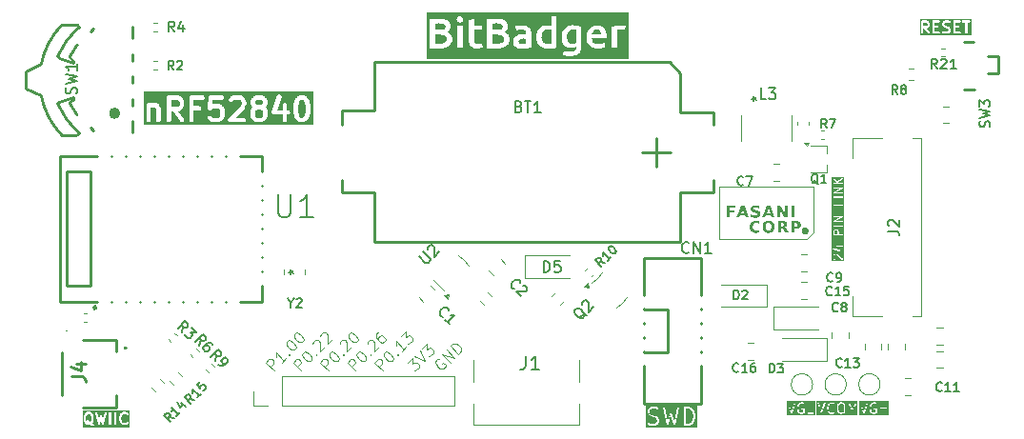
<source format=gbr>
%TF.GenerationSoftware,KiCad,Pcbnew,8.0.9-8.0.9-0~ubuntu22.04.1*%
%TF.CreationDate,2025-08-10T04:03:49+02:00*%
%TF.ProjectId,H-C3-ulp29,482d4333-2d75-46c7-9032-392e6b696361,rev?*%
%TF.SameCoordinates,Original*%
%TF.FileFunction,Legend,Top*%
%TF.FilePolarity,Positive*%
%FSLAX46Y46*%
G04 Gerber Fmt 4.6, Leading zero omitted, Abs format (unit mm)*
G04 Created by KiCad (PCBNEW 8.0.9-8.0.9-0~ubuntu22.04.1) date 2025-08-10 04:03:49*
%MOMM*%
%LPD*%
G01*
G04 APERTURE LIST*
%ADD10C,0.100000*%
%ADD11C,0.000000*%
%ADD12C,0.034395*%
%ADD13C,0.400000*%
%ADD14C,0.120000*%
%ADD15C,0.200000*%
%ADD16C,0.140000*%
%ADD17C,0.150000*%
%ADD18C,0.254000*%
%ADD19C,0.180000*%
%ADD20C,0.250000*%
%ADD21C,0.500000*%
G04 APERTURE END LIST*
D10*
X105274665Y-76444908D02*
X104567558Y-75737801D01*
X104567558Y-75737801D02*
X104836932Y-75468427D01*
X104836932Y-75468427D02*
X104937947Y-75434755D01*
X104937947Y-75434755D02*
X105005291Y-75434755D01*
X105005291Y-75434755D02*
X105106306Y-75468427D01*
X105106306Y-75468427D02*
X105207321Y-75569442D01*
X105207321Y-75569442D02*
X105240993Y-75670457D01*
X105240993Y-75670457D02*
X105240993Y-75737801D01*
X105240993Y-75737801D02*
X105207321Y-75838816D01*
X105207321Y-75838816D02*
X104937947Y-76108190D01*
X106352161Y-75367411D02*
X105948100Y-75771473D01*
X106150130Y-75569442D02*
X105443024Y-74862335D01*
X105443024Y-74862335D02*
X105476695Y-75030694D01*
X105476695Y-75030694D02*
X105476695Y-75165381D01*
X105476695Y-75165381D02*
X105443024Y-75266396D01*
X106587863Y-74997022D02*
X106655207Y-74997022D01*
X106655207Y-74997022D02*
X106655207Y-75064366D01*
X106655207Y-75064366D02*
X106587863Y-75064366D01*
X106587863Y-75064366D02*
X106587863Y-74997022D01*
X106587863Y-74997022D02*
X106655207Y-75064366D01*
X106419504Y-73885855D02*
X106486847Y-73818511D01*
X106486847Y-73818511D02*
X106587863Y-73784839D01*
X106587863Y-73784839D02*
X106655206Y-73784839D01*
X106655206Y-73784839D02*
X106756222Y-73818511D01*
X106756222Y-73818511D02*
X106924580Y-73919526D01*
X106924580Y-73919526D02*
X107092939Y-74087885D01*
X107092939Y-74087885D02*
X107193954Y-74256244D01*
X107193954Y-74256244D02*
X107227626Y-74357259D01*
X107227626Y-74357259D02*
X107227626Y-74424603D01*
X107227626Y-74424603D02*
X107193954Y-74525618D01*
X107193954Y-74525618D02*
X107126611Y-74592962D01*
X107126611Y-74592962D02*
X107025596Y-74626633D01*
X107025596Y-74626633D02*
X106958252Y-74626633D01*
X106958252Y-74626633D02*
X106857237Y-74592962D01*
X106857237Y-74592962D02*
X106688878Y-74491946D01*
X106688878Y-74491946D02*
X106520519Y-74323587D01*
X106520519Y-74323587D02*
X106419504Y-74155229D01*
X106419504Y-74155229D02*
X106385832Y-74054213D01*
X106385832Y-74054213D02*
X106385832Y-73986870D01*
X106385832Y-73986870D02*
X106419504Y-73885855D01*
X107092939Y-73212420D02*
X107160283Y-73145076D01*
X107160283Y-73145076D02*
X107261298Y-73111404D01*
X107261298Y-73111404D02*
X107328641Y-73111404D01*
X107328641Y-73111404D02*
X107429657Y-73145076D01*
X107429657Y-73145076D02*
X107598015Y-73246091D01*
X107598015Y-73246091D02*
X107766374Y-73414450D01*
X107766374Y-73414450D02*
X107867389Y-73582809D01*
X107867389Y-73582809D02*
X107901061Y-73683824D01*
X107901061Y-73683824D02*
X107901061Y-73751168D01*
X107901061Y-73751168D02*
X107867389Y-73852183D01*
X107867389Y-73852183D02*
X107800046Y-73919526D01*
X107800046Y-73919526D02*
X107699031Y-73953198D01*
X107699031Y-73953198D02*
X107631687Y-73953198D01*
X107631687Y-73953198D02*
X107530672Y-73919526D01*
X107530672Y-73919526D02*
X107362313Y-73818511D01*
X107362313Y-73818511D02*
X107193954Y-73650152D01*
X107193954Y-73650152D02*
X107092939Y-73481794D01*
X107092939Y-73481794D02*
X107059267Y-73380778D01*
X107059267Y-73380778D02*
X107059267Y-73313435D01*
X107059267Y-73313435D02*
X107092939Y-73212420D01*
X107690570Y-76444908D02*
X106983463Y-75737801D01*
X106983463Y-75737801D02*
X107252837Y-75468427D01*
X107252837Y-75468427D02*
X107353852Y-75434755D01*
X107353852Y-75434755D02*
X107421196Y-75434755D01*
X107421196Y-75434755D02*
X107522211Y-75468427D01*
X107522211Y-75468427D02*
X107623226Y-75569442D01*
X107623226Y-75569442D02*
X107656898Y-75670457D01*
X107656898Y-75670457D02*
X107656898Y-75737801D01*
X107656898Y-75737801D02*
X107623226Y-75838816D01*
X107623226Y-75838816D02*
X107353852Y-76108190D01*
X107825257Y-74896007D02*
X107892600Y-74828663D01*
X107892600Y-74828663D02*
X107993616Y-74794992D01*
X107993616Y-74794992D02*
X108060959Y-74794992D01*
X108060959Y-74794992D02*
X108161974Y-74828663D01*
X108161974Y-74828663D02*
X108330333Y-74929679D01*
X108330333Y-74929679D02*
X108498692Y-75098037D01*
X108498692Y-75098037D02*
X108599707Y-75266396D01*
X108599707Y-75266396D02*
X108633379Y-75367411D01*
X108633379Y-75367411D02*
X108633379Y-75434755D01*
X108633379Y-75434755D02*
X108599707Y-75535770D01*
X108599707Y-75535770D02*
X108532364Y-75603114D01*
X108532364Y-75603114D02*
X108431348Y-75636786D01*
X108431348Y-75636786D02*
X108364005Y-75636786D01*
X108364005Y-75636786D02*
X108262990Y-75603114D01*
X108262990Y-75603114D02*
X108094631Y-75502098D01*
X108094631Y-75502098D02*
X107926272Y-75333740D01*
X107926272Y-75333740D02*
X107825257Y-75165381D01*
X107825257Y-75165381D02*
X107791585Y-75064366D01*
X107791585Y-75064366D02*
X107791585Y-74997022D01*
X107791585Y-74997022D02*
X107825257Y-74896007D01*
X109003768Y-74997022D02*
X109071112Y-74997022D01*
X109071112Y-74997022D02*
X109071112Y-75064366D01*
X109071112Y-75064366D02*
X109003768Y-75064366D01*
X109003768Y-75064366D02*
X109003768Y-74997022D01*
X109003768Y-74997022D02*
X109071112Y-75064366D01*
X108734394Y-74121557D02*
X108734394Y-74054213D01*
X108734394Y-74054213D02*
X108768065Y-73953198D01*
X108768065Y-73953198D02*
X108936424Y-73784839D01*
X108936424Y-73784839D02*
X109037440Y-73751168D01*
X109037440Y-73751168D02*
X109104783Y-73751168D01*
X109104783Y-73751168D02*
X109205798Y-73784839D01*
X109205798Y-73784839D02*
X109273142Y-73852183D01*
X109273142Y-73852183D02*
X109340485Y-73986870D01*
X109340485Y-73986870D02*
X109340485Y-74794992D01*
X109340485Y-74794992D02*
X109778218Y-74357259D01*
X109407829Y-73448122D02*
X109407829Y-73380778D01*
X109407829Y-73380778D02*
X109441501Y-73279763D01*
X109441501Y-73279763D02*
X109609859Y-73111404D01*
X109609859Y-73111404D02*
X109710875Y-73077733D01*
X109710875Y-73077733D02*
X109778218Y-73077733D01*
X109778218Y-73077733D02*
X109879233Y-73111404D01*
X109879233Y-73111404D02*
X109946577Y-73178748D01*
X109946577Y-73178748D02*
X110013920Y-73313435D01*
X110013920Y-73313435D02*
X110013920Y-74121557D01*
X110013920Y-74121557D02*
X110451653Y-73683824D01*
X110106475Y-76444908D02*
X109399368Y-75737801D01*
X109399368Y-75737801D02*
X109668742Y-75468427D01*
X109668742Y-75468427D02*
X109769757Y-75434755D01*
X109769757Y-75434755D02*
X109837101Y-75434755D01*
X109837101Y-75434755D02*
X109938116Y-75468427D01*
X109938116Y-75468427D02*
X110039131Y-75569442D01*
X110039131Y-75569442D02*
X110072803Y-75670457D01*
X110072803Y-75670457D02*
X110072803Y-75737801D01*
X110072803Y-75737801D02*
X110039131Y-75838816D01*
X110039131Y-75838816D02*
X109769757Y-76108190D01*
X110241162Y-74896007D02*
X110308505Y-74828663D01*
X110308505Y-74828663D02*
X110409521Y-74794992D01*
X110409521Y-74794992D02*
X110476864Y-74794992D01*
X110476864Y-74794992D02*
X110577879Y-74828663D01*
X110577879Y-74828663D02*
X110746238Y-74929679D01*
X110746238Y-74929679D02*
X110914597Y-75098037D01*
X110914597Y-75098037D02*
X111015612Y-75266396D01*
X111015612Y-75266396D02*
X111049284Y-75367411D01*
X111049284Y-75367411D02*
X111049284Y-75434755D01*
X111049284Y-75434755D02*
X111015612Y-75535770D01*
X111015612Y-75535770D02*
X110948269Y-75603114D01*
X110948269Y-75603114D02*
X110847253Y-75636786D01*
X110847253Y-75636786D02*
X110779910Y-75636786D01*
X110779910Y-75636786D02*
X110678895Y-75603114D01*
X110678895Y-75603114D02*
X110510536Y-75502098D01*
X110510536Y-75502098D02*
X110342177Y-75333740D01*
X110342177Y-75333740D02*
X110241162Y-75165381D01*
X110241162Y-75165381D02*
X110207490Y-75064366D01*
X110207490Y-75064366D02*
X110207490Y-74997022D01*
X110207490Y-74997022D02*
X110241162Y-74896007D01*
X111419673Y-74997022D02*
X111487017Y-74997022D01*
X111487017Y-74997022D02*
X111487017Y-75064366D01*
X111487017Y-75064366D02*
X111419673Y-75064366D01*
X111419673Y-75064366D02*
X111419673Y-74997022D01*
X111419673Y-74997022D02*
X111487017Y-75064366D01*
X111150299Y-74121557D02*
X111150299Y-74054213D01*
X111150299Y-74054213D02*
X111183970Y-73953198D01*
X111183970Y-73953198D02*
X111352329Y-73784839D01*
X111352329Y-73784839D02*
X111453345Y-73751168D01*
X111453345Y-73751168D02*
X111520688Y-73751168D01*
X111520688Y-73751168D02*
X111621703Y-73784839D01*
X111621703Y-73784839D02*
X111689047Y-73852183D01*
X111689047Y-73852183D02*
X111756390Y-73986870D01*
X111756390Y-73986870D02*
X111756390Y-74794992D01*
X111756390Y-74794992D02*
X112194123Y-74357259D01*
X111924749Y-73212420D02*
X111992093Y-73145076D01*
X111992093Y-73145076D02*
X112093108Y-73111404D01*
X112093108Y-73111404D02*
X112160451Y-73111404D01*
X112160451Y-73111404D02*
X112261467Y-73145076D01*
X112261467Y-73145076D02*
X112429825Y-73246091D01*
X112429825Y-73246091D02*
X112598184Y-73414450D01*
X112598184Y-73414450D02*
X112699199Y-73582809D01*
X112699199Y-73582809D02*
X112732871Y-73683824D01*
X112732871Y-73683824D02*
X112732871Y-73751168D01*
X112732871Y-73751168D02*
X112699199Y-73852183D01*
X112699199Y-73852183D02*
X112631856Y-73919526D01*
X112631856Y-73919526D02*
X112530841Y-73953198D01*
X112530841Y-73953198D02*
X112463497Y-73953198D01*
X112463497Y-73953198D02*
X112362482Y-73919526D01*
X112362482Y-73919526D02*
X112194123Y-73818511D01*
X112194123Y-73818511D02*
X112025764Y-73650152D01*
X112025764Y-73650152D02*
X111924749Y-73481794D01*
X111924749Y-73481794D02*
X111891077Y-73380778D01*
X111891077Y-73380778D02*
X111891077Y-73313435D01*
X111891077Y-73313435D02*
X111924749Y-73212420D01*
X112522380Y-76444908D02*
X111815273Y-75737801D01*
X111815273Y-75737801D02*
X112084647Y-75468427D01*
X112084647Y-75468427D02*
X112185662Y-75434755D01*
X112185662Y-75434755D02*
X112253006Y-75434755D01*
X112253006Y-75434755D02*
X112354021Y-75468427D01*
X112354021Y-75468427D02*
X112455036Y-75569442D01*
X112455036Y-75569442D02*
X112488708Y-75670457D01*
X112488708Y-75670457D02*
X112488708Y-75737801D01*
X112488708Y-75737801D02*
X112455036Y-75838816D01*
X112455036Y-75838816D02*
X112185662Y-76108190D01*
X112657067Y-74896007D02*
X112724410Y-74828663D01*
X112724410Y-74828663D02*
X112825426Y-74794992D01*
X112825426Y-74794992D02*
X112892769Y-74794992D01*
X112892769Y-74794992D02*
X112993784Y-74828663D01*
X112993784Y-74828663D02*
X113162143Y-74929679D01*
X113162143Y-74929679D02*
X113330502Y-75098037D01*
X113330502Y-75098037D02*
X113431517Y-75266396D01*
X113431517Y-75266396D02*
X113465189Y-75367411D01*
X113465189Y-75367411D02*
X113465189Y-75434755D01*
X113465189Y-75434755D02*
X113431517Y-75535770D01*
X113431517Y-75535770D02*
X113364174Y-75603114D01*
X113364174Y-75603114D02*
X113263158Y-75636786D01*
X113263158Y-75636786D02*
X113195815Y-75636786D01*
X113195815Y-75636786D02*
X113094800Y-75603114D01*
X113094800Y-75603114D02*
X112926441Y-75502098D01*
X112926441Y-75502098D02*
X112758082Y-75333740D01*
X112758082Y-75333740D02*
X112657067Y-75165381D01*
X112657067Y-75165381D02*
X112623395Y-75064366D01*
X112623395Y-75064366D02*
X112623395Y-74997022D01*
X112623395Y-74997022D02*
X112657067Y-74896007D01*
X113835578Y-74997022D02*
X113902922Y-74997022D01*
X113902922Y-74997022D02*
X113902922Y-75064366D01*
X113902922Y-75064366D02*
X113835578Y-75064366D01*
X113835578Y-75064366D02*
X113835578Y-74997022D01*
X113835578Y-74997022D02*
X113902922Y-75064366D01*
X113566204Y-74121557D02*
X113566204Y-74054213D01*
X113566204Y-74054213D02*
X113599875Y-73953198D01*
X113599875Y-73953198D02*
X113768234Y-73784839D01*
X113768234Y-73784839D02*
X113869250Y-73751168D01*
X113869250Y-73751168D02*
X113936593Y-73751168D01*
X113936593Y-73751168D02*
X114037608Y-73784839D01*
X114037608Y-73784839D02*
X114104952Y-73852183D01*
X114104952Y-73852183D02*
X114172295Y-73986870D01*
X114172295Y-73986870D02*
X114172295Y-74794992D01*
X114172295Y-74794992D02*
X114610028Y-74357259D01*
X114509013Y-73044061D02*
X114374326Y-73178748D01*
X114374326Y-73178748D02*
X114340654Y-73279763D01*
X114340654Y-73279763D02*
X114340654Y-73347107D01*
X114340654Y-73347107D02*
X114374326Y-73515465D01*
X114374326Y-73515465D02*
X114475341Y-73683824D01*
X114475341Y-73683824D02*
X114744715Y-73953198D01*
X114744715Y-73953198D02*
X114845730Y-73986870D01*
X114845730Y-73986870D02*
X114913074Y-73986870D01*
X114913074Y-73986870D02*
X115014089Y-73953198D01*
X115014089Y-73953198D02*
X115148776Y-73818511D01*
X115148776Y-73818511D02*
X115182448Y-73717496D01*
X115182448Y-73717496D02*
X115182448Y-73650152D01*
X115182448Y-73650152D02*
X115148776Y-73549137D01*
X115148776Y-73549137D02*
X114980417Y-73380778D01*
X114980417Y-73380778D02*
X114879402Y-73347107D01*
X114879402Y-73347107D02*
X114812059Y-73347107D01*
X114812059Y-73347107D02*
X114711043Y-73380778D01*
X114711043Y-73380778D02*
X114576356Y-73515465D01*
X114576356Y-73515465D02*
X114542685Y-73616481D01*
X114542685Y-73616481D02*
X114542685Y-73683824D01*
X114542685Y-73683824D02*
X114576356Y-73784839D01*
X114938285Y-76444908D02*
X114231178Y-75737801D01*
X114231178Y-75737801D02*
X114500552Y-75468427D01*
X114500552Y-75468427D02*
X114601567Y-75434755D01*
X114601567Y-75434755D02*
X114668911Y-75434755D01*
X114668911Y-75434755D02*
X114769926Y-75468427D01*
X114769926Y-75468427D02*
X114870941Y-75569442D01*
X114870941Y-75569442D02*
X114904613Y-75670457D01*
X114904613Y-75670457D02*
X114904613Y-75737801D01*
X114904613Y-75737801D02*
X114870941Y-75838816D01*
X114870941Y-75838816D02*
X114601567Y-76108190D01*
X115072972Y-74896007D02*
X115140315Y-74828663D01*
X115140315Y-74828663D02*
X115241331Y-74794992D01*
X115241331Y-74794992D02*
X115308674Y-74794992D01*
X115308674Y-74794992D02*
X115409689Y-74828663D01*
X115409689Y-74828663D02*
X115578048Y-74929679D01*
X115578048Y-74929679D02*
X115746407Y-75098037D01*
X115746407Y-75098037D02*
X115847422Y-75266396D01*
X115847422Y-75266396D02*
X115881094Y-75367411D01*
X115881094Y-75367411D02*
X115881094Y-75434755D01*
X115881094Y-75434755D02*
X115847422Y-75535770D01*
X115847422Y-75535770D02*
X115780079Y-75603114D01*
X115780079Y-75603114D02*
X115679063Y-75636786D01*
X115679063Y-75636786D02*
X115611720Y-75636786D01*
X115611720Y-75636786D02*
X115510705Y-75603114D01*
X115510705Y-75603114D02*
X115342346Y-75502098D01*
X115342346Y-75502098D02*
X115173987Y-75333740D01*
X115173987Y-75333740D02*
X115072972Y-75165381D01*
X115072972Y-75165381D02*
X115039300Y-75064366D01*
X115039300Y-75064366D02*
X115039300Y-74997022D01*
X115039300Y-74997022D02*
X115072972Y-74896007D01*
X116251483Y-74997022D02*
X116318827Y-74997022D01*
X116318827Y-74997022D02*
X116318827Y-75064366D01*
X116318827Y-75064366D02*
X116251483Y-75064366D01*
X116251483Y-75064366D02*
X116251483Y-74997022D01*
X116251483Y-74997022D02*
X116318827Y-75064366D01*
X117025933Y-74357259D02*
X116621872Y-74761320D01*
X116823903Y-74559290D02*
X116116796Y-73852183D01*
X116116796Y-73852183D02*
X116150467Y-74020542D01*
X116150467Y-74020542D02*
X116150467Y-74155229D01*
X116150467Y-74155229D02*
X116116796Y-74256244D01*
X116554529Y-73414450D02*
X116992261Y-72976717D01*
X116992261Y-72976717D02*
X117025933Y-73481794D01*
X117025933Y-73481794D02*
X117126948Y-73380778D01*
X117126948Y-73380778D02*
X117227964Y-73347107D01*
X117227964Y-73347107D02*
X117295307Y-73347107D01*
X117295307Y-73347107D02*
X117396322Y-73380778D01*
X117396322Y-73380778D02*
X117564681Y-73549137D01*
X117564681Y-73549137D02*
X117598353Y-73650152D01*
X117598353Y-73650152D02*
X117598353Y-73717496D01*
X117598353Y-73717496D02*
X117564681Y-73818511D01*
X117564681Y-73818511D02*
X117362651Y-74020542D01*
X117362651Y-74020542D02*
X117261635Y-74054213D01*
X117261635Y-74054213D02*
X117194292Y-74054213D01*
X117135322Y-75805144D02*
X117573055Y-75367411D01*
X117573055Y-75367411D02*
X117606727Y-75872488D01*
X117606727Y-75872488D02*
X117707742Y-75771473D01*
X117707742Y-75771473D02*
X117808757Y-75737801D01*
X117808757Y-75737801D02*
X117876101Y-75737801D01*
X117876101Y-75737801D02*
X117977116Y-75771473D01*
X117977116Y-75771473D02*
X118145475Y-75939831D01*
X118145475Y-75939831D02*
X118179147Y-76040847D01*
X118179147Y-76040847D02*
X118179147Y-76108190D01*
X118179147Y-76108190D02*
X118145475Y-76209205D01*
X118145475Y-76209205D02*
X117943445Y-76411236D01*
X117943445Y-76411236D02*
X117842429Y-76444908D01*
X117842429Y-76444908D02*
X117775086Y-76444908D01*
X117775086Y-75165381D02*
X118717895Y-75636785D01*
X118717895Y-75636785D02*
X118246490Y-74693976D01*
X118414849Y-74525618D02*
X118852582Y-74087885D01*
X118852582Y-74087885D02*
X118886254Y-74592961D01*
X118886254Y-74592961D02*
X118987269Y-74491946D01*
X118987269Y-74491946D02*
X119088284Y-74458274D01*
X119088284Y-74458274D02*
X119155628Y-74458274D01*
X119155628Y-74458274D02*
X119256643Y-74491946D01*
X119256643Y-74491946D02*
X119425002Y-74660305D01*
X119425002Y-74660305D02*
X119458673Y-74761320D01*
X119458673Y-74761320D02*
X119458673Y-74828663D01*
X119458673Y-74828663D02*
X119425002Y-74929679D01*
X119425002Y-74929679D02*
X119222971Y-75131709D01*
X119222971Y-75131709D02*
X119121956Y-75165381D01*
X119121956Y-75165381D02*
X119054612Y-75165381D01*
X119921617Y-75401083D02*
X119820602Y-75434755D01*
X119820602Y-75434755D02*
X119719586Y-75535770D01*
X119719586Y-75535770D02*
X119652243Y-75670457D01*
X119652243Y-75670457D02*
X119652243Y-75805144D01*
X119652243Y-75805144D02*
X119685915Y-75906160D01*
X119685915Y-75906160D02*
X119786930Y-76074518D01*
X119786930Y-76074518D02*
X119887945Y-76175534D01*
X119887945Y-76175534D02*
X120056304Y-76276549D01*
X120056304Y-76276549D02*
X120157319Y-76310221D01*
X120157319Y-76310221D02*
X120292006Y-76310221D01*
X120292006Y-76310221D02*
X120426693Y-76242877D01*
X120426693Y-76242877D02*
X120494037Y-76175534D01*
X120494037Y-76175534D02*
X120561380Y-76040847D01*
X120561380Y-76040847D02*
X120561380Y-75973503D01*
X120561380Y-75973503D02*
X120325678Y-75737801D01*
X120325678Y-75737801D02*
X120190991Y-75872488D01*
X120931770Y-75737801D02*
X120224663Y-75030694D01*
X120224663Y-75030694D02*
X121335831Y-75333740D01*
X121335831Y-75333740D02*
X120628724Y-74626633D01*
X121672548Y-74997022D02*
X120965441Y-74289915D01*
X120965441Y-74289915D02*
X121133800Y-74121557D01*
X121133800Y-74121557D02*
X121268487Y-74054213D01*
X121268487Y-74054213D02*
X121403174Y-74054213D01*
X121403174Y-74054213D02*
X121504189Y-74087885D01*
X121504189Y-74087885D02*
X121672548Y-74188900D01*
X121672548Y-74188900D02*
X121773563Y-74289915D01*
X121773563Y-74289915D02*
X121874579Y-74458274D01*
X121874579Y-74458274D02*
X121908250Y-74559289D01*
X121908250Y-74559289D02*
X121908250Y-74693976D01*
X121908250Y-74693976D02*
X121840907Y-74828664D01*
X121840907Y-74828664D02*
X121672548Y-74997022D01*
D11*
G36*
X150502248Y-63174644D02*
G01*
X150528627Y-63175588D01*
X150553965Y-63177160D01*
X150578262Y-63179362D01*
X150601517Y-63182193D01*
X150623731Y-63185653D01*
X150644904Y-63189742D01*
X150665035Y-63194460D01*
X150674708Y-63197050D01*
X150684115Y-63199786D01*
X150693256Y-63202668D01*
X150702131Y-63205697D01*
X150710741Y-63208872D01*
X150719084Y-63212194D01*
X150727162Y-63215662D01*
X150734975Y-63219276D01*
X150742521Y-63223037D01*
X150749802Y-63226945D01*
X150756817Y-63230999D01*
X150763566Y-63235199D01*
X150770050Y-63239546D01*
X150776268Y-63244039D01*
X150782220Y-63248679D01*
X150787906Y-63253465D01*
X150793359Y-63258371D01*
X150798612Y-63263369D01*
X150803664Y-63268459D01*
X150808515Y-63273641D01*
X150813165Y-63278916D01*
X150817615Y-63284282D01*
X150821864Y-63289741D01*
X150825913Y-63295291D01*
X150829761Y-63300934D01*
X150833408Y-63306669D01*
X150836855Y-63312497D01*
X150840100Y-63318416D01*
X150843146Y-63324428D01*
X150845990Y-63330531D01*
X150848634Y-63336727D01*
X150851077Y-63343015D01*
X150853431Y-63349330D01*
X150855633Y-63355782D01*
X150857683Y-63362368D01*
X150859581Y-63369090D01*
X150861327Y-63375948D01*
X150862922Y-63382942D01*
X150864364Y-63390071D01*
X150865655Y-63397335D01*
X150866794Y-63404735D01*
X150867781Y-63412271D01*
X150868617Y-63419942D01*
X150869300Y-63427749D01*
X150869831Y-63435691D01*
X150870211Y-63443769D01*
X150870439Y-63451982D01*
X150870515Y-63460332D01*
X150870515Y-63460336D01*
X150869737Y-63485210D01*
X150867402Y-63508983D01*
X150863511Y-63531655D01*
X150858063Y-63553226D01*
X150854755Y-63563599D01*
X150851059Y-63573696D01*
X150846973Y-63583518D01*
X150842498Y-63593065D01*
X150837634Y-63602337D01*
X150832381Y-63611333D01*
X150826738Y-63620055D01*
X150820707Y-63628501D01*
X150814286Y-63636672D01*
X150807477Y-63644567D01*
X150800278Y-63652188D01*
X150792690Y-63659533D01*
X150784713Y-63666603D01*
X150776347Y-63673397D01*
X150767592Y-63679917D01*
X150758447Y-63686161D01*
X150738991Y-63697824D01*
X150717978Y-63708386D01*
X150695409Y-63717847D01*
X150671283Y-63726207D01*
X150678762Y-63728075D01*
X150686100Y-63730209D01*
X150693296Y-63732609D01*
X150700352Y-63735275D01*
X150707267Y-63738206D01*
X150714041Y-63741403D01*
X150720673Y-63744866D01*
X150727165Y-63748594D01*
X150733516Y-63752589D01*
X150739725Y-63756849D01*
X150745794Y-63761375D01*
X150751722Y-63766166D01*
X150757509Y-63771223D01*
X150763154Y-63776546D01*
X150768659Y-63782135D01*
X150774023Y-63787990D01*
X150779392Y-63794104D01*
X150784739Y-63800474D01*
X150790065Y-63807099D01*
X150795369Y-63813978D01*
X150800651Y-63821112D01*
X150805912Y-63828502D01*
X150811151Y-63836146D01*
X150816368Y-63844045D01*
X150821564Y-63852199D01*
X150826737Y-63860608D01*
X150837020Y-63878190D01*
X150847216Y-63896793D01*
X150857325Y-63916415D01*
X151002410Y-64210751D01*
X150717793Y-64210751D01*
X150591452Y-63953207D01*
X150587010Y-63944262D01*
X150582536Y-63935647D01*
X150578029Y-63927363D01*
X150573489Y-63919410D01*
X150568918Y-63911787D01*
X150564313Y-63904496D01*
X150559676Y-63897535D01*
X150555007Y-63890904D01*
X150550305Y-63884605D01*
X150545570Y-63878637D01*
X150540803Y-63872999D01*
X150536003Y-63867692D01*
X150531171Y-63862716D01*
X150526306Y-63858070D01*
X150521409Y-63853756D01*
X150516479Y-63849772D01*
X150511506Y-63845990D01*
X150506305Y-63842451D01*
X150500876Y-63839156D01*
X150495220Y-63836106D01*
X150489335Y-63833299D01*
X150483223Y-63830737D01*
X150476883Y-63828418D01*
X150470316Y-63826344D01*
X150463520Y-63824513D01*
X150456497Y-63822927D01*
X150449246Y-63821585D01*
X150441767Y-63820486D01*
X150434061Y-63819632D01*
X150426126Y-63819022D01*
X150417964Y-63818656D01*
X150409574Y-63818534D01*
X150333908Y-63818534D01*
X150333908Y-64210751D01*
X150066646Y-64210751D01*
X150066646Y-63633880D01*
X150333909Y-63633880D01*
X150446367Y-63633880D01*
X150457010Y-63633753D01*
X150467247Y-63633371D01*
X150477076Y-63632733D01*
X150486499Y-63631841D01*
X150495516Y-63630694D01*
X150504125Y-63629293D01*
X150512328Y-63627636D01*
X150520124Y-63625724D01*
X150527513Y-63623558D01*
X150534496Y-63621136D01*
X150541072Y-63618460D01*
X150547241Y-63615528D01*
X150553003Y-63612342D01*
X150558359Y-63608901D01*
X150563308Y-63605205D01*
X150567850Y-63601253D01*
X150572137Y-63597034D01*
X150576147Y-63592532D01*
X150579881Y-63587749D01*
X150583339Y-63582683D01*
X150586520Y-63577336D01*
X150589424Y-63571707D01*
X150592051Y-63565795D01*
X150594402Y-63559602D01*
X150596477Y-63553127D01*
X150598275Y-63546369D01*
X150599796Y-63539330D01*
X150601041Y-63532008D01*
X150602009Y-63524405D01*
X150602700Y-63516519D01*
X150603115Y-63508351D01*
X150603253Y-63499905D01*
X150603104Y-63490964D01*
X150602656Y-63482365D01*
X150601910Y-63474108D01*
X150600866Y-63466192D01*
X150599524Y-63458619D01*
X150597884Y-63451386D01*
X150595945Y-63444496D01*
X150593708Y-63437947D01*
X150591172Y-63431740D01*
X150588339Y-63425875D01*
X150585207Y-63420351D01*
X150581776Y-63415169D01*
X150578048Y-63410329D01*
X150574021Y-63405831D01*
X150569696Y-63401674D01*
X150565073Y-63397859D01*
X150560135Y-63394244D01*
X150554866Y-63390863D01*
X150549266Y-63387714D01*
X150543336Y-63384799D01*
X150537075Y-63382118D01*
X150530483Y-63379669D01*
X150523560Y-63377454D01*
X150516306Y-63375471D01*
X150508722Y-63373722D01*
X150500806Y-63372206D01*
X150492560Y-63370924D01*
X150483983Y-63369874D01*
X150475075Y-63369058D01*
X150465837Y-63368475D01*
X150456267Y-63368125D01*
X150446367Y-63368009D01*
X150333909Y-63368009D01*
X150333909Y-63633880D01*
X150066646Y-63633880D01*
X150066646Y-63368009D01*
X150066646Y-63174330D01*
X150474828Y-63174330D01*
X150502248Y-63174644D01*
G37*
D12*
X144840000Y-64732945D02*
X152677801Y-64732945D01*
D11*
G36*
X151549770Y-62859518D02*
G01*
X151275518Y-62859518D01*
X151275518Y-61795992D01*
X151549770Y-61795992D01*
X151549770Y-62859518D01*
G37*
G36*
X147488659Y-62859518D02*
G01*
X147212982Y-62859518D01*
X147146022Y-62665760D01*
X146717192Y-62665760D01*
X146649519Y-62859518D01*
X146373842Y-62859518D01*
X146518696Y-62468439D01*
X146785577Y-62468439D01*
X147076925Y-62468439D01*
X146931607Y-62045308D01*
X146785577Y-62468439D01*
X146518696Y-62468439D01*
X146767768Y-61795992D01*
X147094733Y-61795992D01*
X147488659Y-62859518D01*
G37*
D12*
X153212000Y-60140000D02*
X144840000Y-60140000D01*
X153212000Y-64192438D02*
X153212000Y-60140000D01*
D11*
G36*
X151724412Y-63174665D02*
G01*
X151747464Y-63175657D01*
X151769859Y-63177311D01*
X151791599Y-63179627D01*
X151812682Y-63182605D01*
X151833109Y-63186244D01*
X151852880Y-63190544D01*
X151871994Y-63195507D01*
X151890452Y-63201131D01*
X151908254Y-63207416D01*
X151925400Y-63214364D01*
X151941890Y-63221972D01*
X151957723Y-63230243D01*
X151972901Y-63239175D01*
X151987422Y-63248768D01*
X152001286Y-63259024D01*
X152014484Y-63269938D01*
X152026830Y-63281508D01*
X152038325Y-63293735D01*
X152048968Y-63306618D01*
X152058760Y-63320157D01*
X152067701Y-63334352D01*
X152075789Y-63349204D01*
X152083027Y-63364712D01*
X152089413Y-63380876D01*
X152094947Y-63397697D01*
X152099630Y-63415174D01*
X152103462Y-63433307D01*
X152106442Y-63452096D01*
X152108571Y-63471542D01*
X152109848Y-63491644D01*
X152110274Y-63512402D01*
X152109848Y-63533162D01*
X152108571Y-63553272D01*
X152106442Y-63572730D01*
X152103462Y-63591538D01*
X152099630Y-63609696D01*
X152094947Y-63627202D01*
X152089413Y-63644058D01*
X152083027Y-63660262D01*
X152075789Y-63675816D01*
X152067701Y-63690720D01*
X152058760Y-63704973D01*
X152048968Y-63718574D01*
X152038325Y-63731526D01*
X152026830Y-63743826D01*
X152014484Y-63755476D01*
X152001286Y-63766475D01*
X151987340Y-63776730D01*
X151972749Y-63786324D01*
X151957512Y-63795256D01*
X151941630Y-63803526D01*
X151925102Y-63811135D01*
X151907929Y-63818082D01*
X151890111Y-63824368D01*
X151871647Y-63829992D01*
X151852538Y-63834954D01*
X151832783Y-63839255D01*
X151812383Y-63842894D01*
X151791338Y-63845871D01*
X151769648Y-63848187D01*
X151747312Y-63849841D01*
X151724330Y-63850834D01*
X151700703Y-63851165D01*
X151524380Y-63851165D01*
X151524380Y-64210755D01*
X151257118Y-64210755D01*
X151257118Y-63657486D01*
X151524380Y-63657486D01*
X151672242Y-63657486D01*
X151681738Y-63657342D01*
X151690963Y-63656911D01*
X151699917Y-63656192D01*
X151708600Y-63655186D01*
X151717012Y-63653893D01*
X151725152Y-63652312D01*
X151733021Y-63650444D01*
X151740619Y-63648288D01*
X151747946Y-63645845D01*
X151755002Y-63643114D01*
X151761787Y-63640096D01*
X151768300Y-63636790D01*
X151774542Y-63633197D01*
X151780513Y-63629317D01*
X151786213Y-63625149D01*
X151791642Y-63620693D01*
X151796854Y-63615877D01*
X151801730Y-63610801D01*
X151806269Y-63605465D01*
X151810472Y-63599868D01*
X151814339Y-63594011D01*
X151817869Y-63587893D01*
X151821064Y-63581516D01*
X151823922Y-63574877D01*
X151826444Y-63567979D01*
X151828629Y-63560820D01*
X151830479Y-63553401D01*
X151831992Y-63545722D01*
X151833169Y-63537783D01*
X151834009Y-63529583D01*
X151834514Y-63521123D01*
X151834682Y-63512402D01*
X151834514Y-63503684D01*
X151834009Y-63495231D01*
X151833169Y-63487045D01*
X151831992Y-63479124D01*
X151830479Y-63471469D01*
X151828629Y-63464079D01*
X151826444Y-63456956D01*
X151823922Y-63450098D01*
X151821064Y-63443506D01*
X151817869Y-63437180D01*
X151814339Y-63431119D01*
X151810472Y-63425324D01*
X151806269Y-63419795D01*
X151801730Y-63414531D01*
X151796854Y-63409534D01*
X151791642Y-63404801D01*
X151786213Y-63400346D01*
X151780513Y-63396178D01*
X151774542Y-63392297D01*
X151768300Y-63388704D01*
X151761787Y-63385399D01*
X151755002Y-63382380D01*
X151747946Y-63379650D01*
X151740619Y-63377206D01*
X151733021Y-63375051D01*
X151725152Y-63373182D01*
X151717012Y-63371602D01*
X151708600Y-63370308D01*
X151699917Y-63369302D01*
X151690963Y-63368584D01*
X151681738Y-63368153D01*
X151672242Y-63368009D01*
X151524380Y-63368009D01*
X151524380Y-63657486D01*
X151257118Y-63657486D01*
X151257118Y-63368009D01*
X151257118Y-63174334D01*
X151700703Y-63174334D01*
X151724412Y-63174665D01*
G37*
G36*
X148103712Y-61777582D02*
G01*
X148148745Y-61780053D01*
X148194357Y-61784172D01*
X148240548Y-61789937D01*
X148287318Y-61797350D01*
X148334666Y-61806410D01*
X148382593Y-61817117D01*
X148431100Y-61829472D01*
X148431100Y-62054572D01*
X148409114Y-62044997D01*
X148387324Y-62036040D01*
X148365728Y-62027701D01*
X148344327Y-62019979D01*
X148323121Y-62012875D01*
X148302110Y-62006389D01*
X148281293Y-62000521D01*
X148260671Y-61995270D01*
X148240244Y-61990638D01*
X148220012Y-61986622D01*
X148199975Y-61983225D01*
X148180132Y-61980445D01*
X148160484Y-61978284D01*
X148141031Y-61976739D01*
X148121773Y-61975813D01*
X148102710Y-61975504D01*
X148077644Y-61975960D01*
X148065813Y-61976531D01*
X148054449Y-61977329D01*
X148043552Y-61978356D01*
X148033123Y-61979611D01*
X148023161Y-61981094D01*
X148013667Y-61982806D01*
X148004640Y-61984745D01*
X147996081Y-61986913D01*
X147987989Y-61989309D01*
X147980365Y-61991933D01*
X147973208Y-61994785D01*
X147966519Y-61997866D01*
X147960297Y-62001174D01*
X147954543Y-62004711D01*
X147949194Y-62008370D01*
X147944191Y-62012224D01*
X147941819Y-62014224D01*
X147939533Y-62016273D01*
X147937334Y-62018370D01*
X147935220Y-62020516D01*
X147933193Y-62022711D01*
X147931252Y-62024954D01*
X147929398Y-62027246D01*
X147927629Y-62029587D01*
X147925947Y-62031977D01*
X147924351Y-62034415D01*
X147922842Y-62036902D01*
X147921419Y-62039438D01*
X147920082Y-62042022D01*
X147918831Y-62044655D01*
X147917666Y-62047337D01*
X147916588Y-62050067D01*
X147915596Y-62052847D01*
X147914690Y-62055674D01*
X147913871Y-62058551D01*
X147913138Y-62061476D01*
X147912491Y-62064450D01*
X147911930Y-62067473D01*
X147911067Y-62073664D01*
X147910550Y-62080050D01*
X147910377Y-62086632D01*
X147910511Y-62092158D01*
X147910912Y-62097517D01*
X147911579Y-62102709D01*
X147912514Y-62107734D01*
X147913716Y-62112593D01*
X147915186Y-62117284D01*
X147916922Y-62121808D01*
X147918925Y-62126166D01*
X147921196Y-62130357D01*
X147923734Y-62134380D01*
X147926539Y-62138237D01*
X147929611Y-62141927D01*
X147932950Y-62145449D01*
X147936556Y-62148805D01*
X147940429Y-62151994D01*
X147944570Y-62155016D01*
X147949016Y-62157840D01*
X147953808Y-62160615D01*
X147958945Y-62163339D01*
X147964426Y-62166013D01*
X147970253Y-62168637D01*
X147976425Y-62171211D01*
X147982942Y-62173734D01*
X147989804Y-62176208D01*
X147997011Y-62178631D01*
X148004562Y-62181005D01*
X148012459Y-62183328D01*
X148020701Y-62185601D01*
X148029288Y-62187824D01*
X148038221Y-62189997D01*
X148047498Y-62192120D01*
X148057120Y-62194193D01*
X148173944Y-62217699D01*
X148194949Y-62222120D01*
X148215226Y-62226837D01*
X148234774Y-62231849D01*
X148253592Y-62237155D01*
X148271682Y-62242757D01*
X148289043Y-62248653D01*
X148305674Y-62254844D01*
X148321577Y-62261330D01*
X148336750Y-62268111D01*
X148351194Y-62275187D01*
X148364910Y-62282558D01*
X148377896Y-62290224D01*
X148390153Y-62298185D01*
X148401682Y-62306440D01*
X148412481Y-62314990D01*
X148422551Y-62323836D01*
X148432040Y-62332999D01*
X148440916Y-62342680D01*
X148449181Y-62352879D01*
X148456833Y-62363594D01*
X148463873Y-62374828D01*
X148470301Y-62386579D01*
X148476116Y-62398847D01*
X148481320Y-62411633D01*
X148485911Y-62424936D01*
X148489890Y-62438757D01*
X148493257Y-62453096D01*
X148496012Y-62467952D01*
X148498154Y-62483325D01*
X148499685Y-62499216D01*
X148500603Y-62515624D01*
X148500909Y-62532550D01*
X148500486Y-62554956D01*
X148499217Y-62576582D01*
X148497102Y-62597429D01*
X148494142Y-62617498D01*
X148490335Y-62636787D01*
X148485683Y-62655296D01*
X148480184Y-62673027D01*
X148473840Y-62689979D01*
X148466650Y-62706151D01*
X148458614Y-62721544D01*
X148449732Y-62736158D01*
X148440004Y-62749993D01*
X148429430Y-62763049D01*
X148418010Y-62775326D01*
X148405744Y-62786823D01*
X148392633Y-62797541D01*
X148378714Y-62807547D01*
X148364028Y-62816907D01*
X148348573Y-62825622D01*
X148332351Y-62833692D01*
X148315360Y-62841115D01*
X148297602Y-62847894D01*
X148279075Y-62854026D01*
X148259781Y-62859514D01*
X148239718Y-62864355D01*
X148218888Y-62868551D01*
X148197290Y-62872102D01*
X148174923Y-62875007D01*
X148151789Y-62877267D01*
X148127886Y-62878880D01*
X148103216Y-62879849D01*
X148077777Y-62880172D01*
X148052564Y-62879874D01*
X148027324Y-62878981D01*
X148002055Y-62877492D01*
X147976758Y-62875408D01*
X147951434Y-62872728D01*
X147926082Y-62869453D01*
X147900702Y-62865583D01*
X147875294Y-62861117D01*
X147849858Y-62856055D01*
X147824395Y-62850399D01*
X147798903Y-62844146D01*
X147773384Y-62837298D01*
X147747837Y-62829855D01*
X147722263Y-62821816D01*
X147696660Y-62813182D01*
X147671030Y-62803952D01*
X147671030Y-62572441D01*
X147696724Y-62585640D01*
X147722162Y-62597986D01*
X147747345Y-62609481D01*
X147772271Y-62620125D01*
X147796942Y-62629917D01*
X147821356Y-62638857D01*
X147845515Y-62646946D01*
X147869417Y-62654184D01*
X147893064Y-62660570D01*
X147916454Y-62666104D01*
X147939588Y-62670788D01*
X147962467Y-62674619D01*
X147985089Y-62677599D01*
X148007456Y-62679728D01*
X148029566Y-62681005D01*
X148051420Y-62681431D01*
X148065211Y-62681264D01*
X148078445Y-62680763D01*
X148091122Y-62679928D01*
X148103243Y-62678759D01*
X148114807Y-62677256D01*
X148125815Y-62675419D01*
X148136267Y-62673248D01*
X148146162Y-62670743D01*
X148150978Y-62669290D01*
X148155634Y-62667781D01*
X148160128Y-62666217D01*
X148164460Y-62664597D01*
X148168631Y-62662922D01*
X148172641Y-62661191D01*
X148176489Y-62659404D01*
X148180176Y-62657562D01*
X148183702Y-62655664D01*
X148187066Y-62653711D01*
X148190269Y-62651702D01*
X148193310Y-62649638D01*
X148196190Y-62647518D01*
X148198908Y-62645343D01*
X148201466Y-62643112D01*
X148203861Y-62640826D01*
X148206132Y-62638427D01*
X148208314Y-62636040D01*
X148210406Y-62633663D01*
X148212410Y-62631298D01*
X148214324Y-62628944D01*
X148216149Y-62626601D01*
X148217886Y-62624269D01*
X148219533Y-62621949D01*
X148221091Y-62619639D01*
X148222560Y-62617341D01*
X148223941Y-62615053D01*
X148225232Y-62612777D01*
X148226434Y-62610512D01*
X148227547Y-62608258D01*
X148228571Y-62606015D01*
X148229506Y-62603783D01*
X148230369Y-62601548D01*
X148231176Y-62599297D01*
X148231927Y-62597029D01*
X148232623Y-62594744D01*
X148233263Y-62592443D01*
X148233847Y-62590125D01*
X148234376Y-62587791D01*
X148234849Y-62585439D01*
X148235266Y-62583071D01*
X148235628Y-62580687D01*
X148235934Y-62578286D01*
X148236185Y-62575868D01*
X148236379Y-62573434D01*
X148236518Y-62570982D01*
X148236602Y-62568515D01*
X148236630Y-62566030D01*
X148236485Y-62559458D01*
X148236051Y-62553098D01*
X148235328Y-62546948D01*
X148234315Y-62541011D01*
X148233012Y-62535284D01*
X148231421Y-62529769D01*
X148229540Y-62524465D01*
X148227369Y-62519373D01*
X148224910Y-62514492D01*
X148222160Y-62509823D01*
X148219122Y-62505365D01*
X148215794Y-62501119D01*
X148212176Y-62497084D01*
X148208269Y-62493260D01*
X148204073Y-62489649D01*
X148199588Y-62486248D01*
X148194843Y-62482981D01*
X148189693Y-62479770D01*
X148184136Y-62476615D01*
X148178173Y-62473515D01*
X148171803Y-62470471D01*
X148165028Y-62467483D01*
X148157846Y-62464550D01*
X148150258Y-62461673D01*
X148142264Y-62458852D01*
X148133863Y-62456086D01*
X148125056Y-62453376D01*
X148115843Y-62450722D01*
X148106224Y-62448123D01*
X148096198Y-62445580D01*
X148085766Y-62443092D01*
X148074928Y-62440660D01*
X147968789Y-62417154D01*
X147950112Y-62412819D01*
X147932014Y-62408183D01*
X147914495Y-62403247D01*
X147897554Y-62398010D01*
X147881193Y-62392473D01*
X147865410Y-62386635D01*
X147850206Y-62380496D01*
X147835580Y-62374057D01*
X147821534Y-62367318D01*
X147808066Y-62360278D01*
X147795177Y-62352938D01*
X147782867Y-62345297D01*
X147771136Y-62337355D01*
X147759983Y-62329113D01*
X147749409Y-62320570D01*
X147739414Y-62311727D01*
X147730012Y-62302495D01*
X147721216Y-62292783D01*
X147713027Y-62282594D01*
X147705444Y-62271925D01*
X147698468Y-62260778D01*
X147692099Y-62249153D01*
X147686336Y-62237048D01*
X147681180Y-62224465D01*
X147676631Y-62211404D01*
X147672688Y-62197864D01*
X147669351Y-62183845D01*
X147666622Y-62169348D01*
X147664499Y-62154371D01*
X147662982Y-62138917D01*
X147662072Y-62122983D01*
X147661769Y-62106571D01*
X147662181Y-62086322D01*
X147663416Y-62066714D01*
X147665475Y-62047745D01*
X147668358Y-62029416D01*
X147672064Y-62011727D01*
X147676595Y-61994678D01*
X147681948Y-61978269D01*
X147688126Y-61962500D01*
X147695127Y-61947371D01*
X147702951Y-61932882D01*
X147711599Y-61919033D01*
X147721071Y-61905824D01*
X147731367Y-61893256D01*
X147742486Y-61881327D01*
X147754429Y-61870038D01*
X147767196Y-61859389D01*
X147780691Y-61849384D01*
X147794821Y-61840023D01*
X147809585Y-61831308D01*
X147824984Y-61823239D01*
X147841018Y-61815815D01*
X147857685Y-61809037D01*
X147874987Y-61802904D01*
X147892924Y-61797417D01*
X147911495Y-61792575D01*
X147930701Y-61788379D01*
X147950540Y-61784828D01*
X147971015Y-61781923D01*
X147992123Y-61779664D01*
X148013867Y-61778050D01*
X148036244Y-61777082D01*
X148059256Y-61776759D01*
X148059257Y-61776759D01*
X148103712Y-61777582D01*
G37*
D12*
X144840000Y-60140000D02*
X144840000Y-64732945D01*
D11*
G36*
X149266580Y-63156146D02*
G01*
X149296549Y-63157805D01*
X149325672Y-63160571D01*
X149353949Y-63164443D01*
X149381381Y-63169422D01*
X149407966Y-63175506D01*
X149433705Y-63182698D01*
X149458598Y-63190995D01*
X149482645Y-63200399D01*
X149505846Y-63210909D01*
X149528201Y-63222526D01*
X149549710Y-63235249D01*
X149570373Y-63249078D01*
X149590190Y-63264014D01*
X149609161Y-63280056D01*
X149627286Y-63297205D01*
X149644434Y-63315348D01*
X149660477Y-63334376D01*
X149675412Y-63354288D01*
X149689242Y-63375084D01*
X149701965Y-63396763D01*
X149713582Y-63419327D01*
X149724092Y-63442775D01*
X149733496Y-63467107D01*
X149741794Y-63492322D01*
X149748985Y-63518422D01*
X149755070Y-63545406D01*
X149760049Y-63573273D01*
X149763921Y-63602025D01*
X149766687Y-63631661D01*
X149768347Y-63662180D01*
X149768900Y-63693584D01*
X149768344Y-63724904D01*
X149766676Y-63755345D01*
X149763897Y-63784908D01*
X149760006Y-63813592D01*
X149755003Y-63841397D01*
X149748888Y-63868324D01*
X149741661Y-63894372D01*
X149733323Y-63919542D01*
X149723873Y-63943833D01*
X149713311Y-63967245D01*
X149701637Y-63989779D01*
X149688851Y-64011434D01*
X149674954Y-64032211D01*
X149659945Y-64052109D01*
X149643824Y-64071128D01*
X149626591Y-64089269D01*
X149608469Y-64106418D01*
X149589507Y-64122460D01*
X149569703Y-64137396D01*
X149549059Y-64151225D01*
X149527575Y-64163948D01*
X149505250Y-64175565D01*
X149482084Y-64186075D01*
X149458078Y-64195479D01*
X149433231Y-64203776D01*
X149407543Y-64210968D01*
X149381015Y-64217052D01*
X149353646Y-64222031D01*
X149325436Y-64225903D01*
X149296386Y-64228669D01*
X149266496Y-64230328D01*
X149235764Y-64230881D01*
X149205030Y-64230328D01*
X149175131Y-64228669D01*
X149146068Y-64225903D01*
X149117839Y-64222031D01*
X149090446Y-64217052D01*
X149063888Y-64210968D01*
X149038165Y-64203776D01*
X149013277Y-64195479D01*
X148989225Y-64186075D01*
X148966008Y-64175565D01*
X148943625Y-64163948D01*
X148922079Y-64151225D01*
X148901367Y-64137396D01*
X148881490Y-64122460D01*
X148862449Y-64106418D01*
X148844243Y-64089269D01*
X148827094Y-64071128D01*
X148811052Y-64052109D01*
X148796116Y-64032211D01*
X148782287Y-64011434D01*
X148769563Y-63989779D01*
X148757947Y-63967245D01*
X148747436Y-63943833D01*
X148738032Y-63919542D01*
X148729734Y-63894372D01*
X148722543Y-63868324D01*
X148716458Y-63841397D01*
X148711479Y-63813592D01*
X148707607Y-63784908D01*
X148704841Y-63755345D01*
X148703182Y-63724904D01*
X148702629Y-63693584D01*
X148702629Y-63693580D01*
X148978916Y-63693580D01*
X148979165Y-63712860D01*
X148979914Y-63731652D01*
X148981161Y-63749956D01*
X148982907Y-63767772D01*
X148985153Y-63785099D01*
X148987897Y-63801939D01*
X148991140Y-63818290D01*
X148994882Y-63834153D01*
X148999123Y-63849529D01*
X149003863Y-63864415D01*
X149009102Y-63878814D01*
X149014840Y-63892725D01*
X149021077Y-63906148D01*
X149027813Y-63919082D01*
X149035047Y-63931529D01*
X149042781Y-63943487D01*
X149051101Y-63954836D01*
X149059919Y-63965452D01*
X149064515Y-63970485D01*
X149069236Y-63975336D01*
X149074082Y-63980003D01*
X149079052Y-63984488D01*
X149084148Y-63988789D01*
X149089368Y-63992907D01*
X149094712Y-63996843D01*
X149100182Y-64000595D01*
X149105776Y-64004164D01*
X149111495Y-64007550D01*
X149117338Y-64010754D01*
X149123307Y-64013774D01*
X149129400Y-64016611D01*
X149135618Y-64019265D01*
X149141960Y-64021736D01*
X149148428Y-64024024D01*
X149161737Y-64028051D01*
X149175544Y-64031345D01*
X149189851Y-64033908D01*
X149204657Y-64035738D01*
X149219962Y-64036836D01*
X149235765Y-64037203D01*
X149243946Y-64037102D01*
X149252003Y-64036801D01*
X149259934Y-64036300D01*
X149267741Y-64035597D01*
X149275423Y-64034694D01*
X149282981Y-64033591D01*
X149290413Y-64032286D01*
X149297721Y-64030782D01*
X149304905Y-64029076D01*
X149311963Y-64027170D01*
X149318897Y-64025063D01*
X149325706Y-64022755D01*
X149332390Y-64020247D01*
X149338950Y-64017538D01*
X149345384Y-64014629D01*
X149351694Y-64011518D01*
X149357866Y-64008226D01*
X149363886Y-64004772D01*
X149369754Y-64001155D01*
X149375470Y-63997374D01*
X149381034Y-63993432D01*
X149386447Y-63989326D01*
X149391708Y-63985058D01*
X149396816Y-63980627D01*
X149401773Y-63976033D01*
X149406578Y-63971277D01*
X149411232Y-63966358D01*
X149415733Y-63961276D01*
X149420082Y-63956032D01*
X149424280Y-63950624D01*
X149428326Y-63945054D01*
X149432220Y-63939322D01*
X149435978Y-63933366D01*
X149439617Y-63927303D01*
X149443137Y-63921131D01*
X149446537Y-63914850D01*
X149449818Y-63908461D01*
X149452980Y-63901964D01*
X149456023Y-63895358D01*
X149458946Y-63888644D01*
X149461750Y-63881821D01*
X149464434Y-63874890D01*
X149466999Y-63867850D01*
X149469445Y-63860703D01*
X149471772Y-63853446D01*
X149473979Y-63846081D01*
X149476067Y-63838608D01*
X149478035Y-63831031D01*
X149481615Y-63815368D01*
X149484717Y-63799271D01*
X149487342Y-63782741D01*
X149489490Y-63765776D01*
X149491160Y-63748378D01*
X149492353Y-63730546D01*
X149493069Y-63712280D01*
X149493308Y-63693580D01*
X149493069Y-63674880D01*
X149492353Y-63656615D01*
X149491160Y-63638782D01*
X149489490Y-63621384D01*
X149487342Y-63604419D01*
X149484717Y-63587889D01*
X149481615Y-63571792D01*
X149478035Y-63556130D01*
X149473979Y-63540923D01*
X149469445Y-63526193D01*
X149464434Y-63511940D01*
X149461749Y-63504993D01*
X149458945Y-63498165D01*
X149456022Y-63491456D01*
X149452980Y-63484867D01*
X149449818Y-63478397D01*
X149446537Y-63472047D01*
X149443136Y-63465816D01*
X149439617Y-63459704D01*
X149435978Y-63453712D01*
X149432219Y-63447839D01*
X149428325Y-63442022D01*
X149424280Y-63436374D01*
X149420082Y-63430894D01*
X149415732Y-63425582D01*
X149411231Y-63420438D01*
X149406578Y-63415462D01*
X149401773Y-63410655D01*
X149396816Y-63406015D01*
X149391707Y-63401543D01*
X149386446Y-63397240D01*
X149381034Y-63393104D01*
X149375470Y-63389137D01*
X149369753Y-63385338D01*
X149363885Y-63381706D01*
X149357865Y-63378243D01*
X149351694Y-63374948D01*
X149345384Y-63371837D01*
X149338949Y-63368928D01*
X149332390Y-63366219D01*
X149325705Y-63363711D01*
X149318896Y-63361403D01*
X149311963Y-63359296D01*
X149304904Y-63357390D01*
X149297721Y-63355684D01*
X149290413Y-63354180D01*
X149282980Y-63352875D01*
X149275423Y-63351772D01*
X149267741Y-63350869D01*
X149259934Y-63350166D01*
X149252002Y-63349665D01*
X149243946Y-63349364D01*
X149235765Y-63349263D01*
X149225027Y-63349442D01*
X149214505Y-63349979D01*
X149204201Y-63350874D01*
X149194113Y-63352127D01*
X149184243Y-63353738D01*
X149174589Y-63355707D01*
X149165153Y-63358034D01*
X149155933Y-63360718D01*
X149146930Y-63363761D01*
X149138145Y-63367162D01*
X149129576Y-63370920D01*
X149121224Y-63375037D01*
X149113089Y-63379511D01*
X149105171Y-63384343D01*
X149097470Y-63389534D01*
X149089985Y-63395082D01*
X149082821Y-63400841D01*
X149075906Y-63406839D01*
X149069241Y-63413076D01*
X149062825Y-63419551D01*
X149056659Y-63426265D01*
X149050742Y-63433218D01*
X149045075Y-63440409D01*
X149039657Y-63447839D01*
X149034488Y-63455508D01*
X149029570Y-63463415D01*
X149024900Y-63471561D01*
X149020480Y-63479945D01*
X149016309Y-63488568D01*
X149012388Y-63497430D01*
X149008717Y-63506531D01*
X149005295Y-63515870D01*
X149002100Y-63525431D01*
X148999112Y-63535198D01*
X148996330Y-63545172D01*
X148993754Y-63555352D01*
X148991384Y-63565737D01*
X148989220Y-63576329D01*
X148987262Y-63587127D01*
X148985511Y-63598131D01*
X148983965Y-63609341D01*
X148982625Y-63620757D01*
X148981492Y-63632379D01*
X148980564Y-63644208D01*
X148979328Y-63668482D01*
X148978916Y-63693580D01*
X148702629Y-63693580D01*
X148703182Y-63662264D01*
X148704841Y-63631823D01*
X148707607Y-63602260D01*
X148711479Y-63573576D01*
X148716458Y-63545771D01*
X148722543Y-63518844D01*
X148729734Y-63492796D01*
X148738032Y-63467626D01*
X148747436Y-63443335D01*
X148757947Y-63419923D01*
X148769563Y-63397389D01*
X148782287Y-63375734D01*
X148796116Y-63354958D01*
X148811052Y-63335060D01*
X148827094Y-63316040D01*
X148844243Y-63297899D01*
X148862449Y-63280667D01*
X148881490Y-63264546D01*
X148901367Y-63249537D01*
X148922079Y-63235640D01*
X148943625Y-63222855D01*
X148966008Y-63211182D01*
X148989225Y-63200620D01*
X149013277Y-63191170D01*
X149038165Y-63182831D01*
X149063888Y-63175605D01*
X149090446Y-63169490D01*
X149117839Y-63164487D01*
X149146068Y-63160596D01*
X149175131Y-63157816D01*
X149205030Y-63156148D01*
X149235764Y-63155592D01*
X149266580Y-63156146D01*
G37*
G36*
X152507346Y-63748488D02*
G01*
X152523057Y-63749713D01*
X152538540Y-63751731D01*
X152553774Y-63754521D01*
X152568742Y-63758064D01*
X152583422Y-63762340D01*
X152597797Y-63767328D01*
X152611845Y-63773009D01*
X152625549Y-63779363D01*
X152638888Y-63786370D01*
X152651844Y-63794010D01*
X152664395Y-63802263D01*
X152676524Y-63811110D01*
X152688211Y-63820529D01*
X152699436Y-63830502D01*
X152710180Y-63841008D01*
X152720424Y-63852027D01*
X152730147Y-63863540D01*
X152739331Y-63875527D01*
X152747957Y-63887967D01*
X152756003Y-63900840D01*
X152763452Y-63914128D01*
X152770284Y-63927809D01*
X152776480Y-63941864D01*
X152782019Y-63956273D01*
X152786883Y-63971016D01*
X152791052Y-63986073D01*
X152794506Y-64001424D01*
X152797227Y-64017049D01*
X152799194Y-64032928D01*
X152800389Y-64049042D01*
X152800791Y-64065370D01*
X152800389Y-64081698D01*
X152799194Y-64097812D01*
X152797227Y-64113692D01*
X152794506Y-64129317D01*
X152791052Y-64144668D01*
X152786883Y-64159725D01*
X152782020Y-64174468D01*
X152776480Y-64188877D01*
X152770285Y-64202932D01*
X152763453Y-64216613D01*
X152756004Y-64229900D01*
X152747957Y-64242774D01*
X152739332Y-64255214D01*
X152730148Y-64267200D01*
X152720425Y-64278713D01*
X152710181Y-64289733D01*
X152699437Y-64300239D01*
X152688212Y-64310211D01*
X152676526Y-64319631D01*
X152664397Y-64328477D01*
X152651845Y-64336730D01*
X152638890Y-64344370D01*
X152625550Y-64351377D01*
X152611847Y-64357731D01*
X152597798Y-64363413D01*
X152583424Y-64368401D01*
X152568743Y-64372677D01*
X152553776Y-64376220D01*
X152538542Y-64379010D01*
X152523059Y-64381028D01*
X152507348Y-64382253D01*
X152491429Y-64382666D01*
X152475509Y-64382253D01*
X152459798Y-64381028D01*
X152444315Y-64379010D01*
X152429081Y-64376220D01*
X152414113Y-64372677D01*
X152399433Y-64368401D01*
X152385058Y-64363413D01*
X152371010Y-64357731D01*
X152357306Y-64351377D01*
X152343967Y-64344370D01*
X152331011Y-64336730D01*
X152318460Y-64328477D01*
X152306330Y-64319631D01*
X152294644Y-64310211D01*
X152283419Y-64300239D01*
X152272674Y-64289733D01*
X152262431Y-64278713D01*
X152252708Y-64267200D01*
X152243524Y-64255214D01*
X152234898Y-64242774D01*
X152226852Y-64229900D01*
X152219402Y-64216613D01*
X152212570Y-64202932D01*
X152206375Y-64188877D01*
X152200836Y-64174468D01*
X152195972Y-64159725D01*
X152191803Y-64144668D01*
X152188349Y-64129317D01*
X152185628Y-64113692D01*
X152183661Y-64097812D01*
X152182466Y-64081698D01*
X152182064Y-64065370D01*
X152182466Y-64049042D01*
X152183661Y-64032928D01*
X152185628Y-64017049D01*
X152188349Y-64001424D01*
X152191803Y-63986073D01*
X152195972Y-63971016D01*
X152200836Y-63956273D01*
X152206375Y-63941864D01*
X152212570Y-63927809D01*
X152219402Y-63914128D01*
X152226851Y-63900840D01*
X152234898Y-63887967D01*
X152243523Y-63875527D01*
X152252707Y-63863540D01*
X152262430Y-63852027D01*
X152272674Y-63841008D01*
X152283418Y-63830502D01*
X152294643Y-63820529D01*
X152306329Y-63811110D01*
X152318459Y-63802263D01*
X152331010Y-63794010D01*
X152343966Y-63786370D01*
X152357305Y-63779363D01*
X152371008Y-63773009D01*
X152385057Y-63767328D01*
X152399431Y-63762340D01*
X152414112Y-63758064D01*
X152429079Y-63754521D01*
X152444313Y-63751731D01*
X152459796Y-63749713D01*
X152475507Y-63748488D01*
X152491427Y-63748075D01*
X152507346Y-63748488D01*
G37*
G36*
X150686400Y-62525433D02*
G01*
X150686400Y-61795992D01*
X150946405Y-61795992D01*
X150946405Y-62859518D01*
X150640097Y-62859518D01*
X150253295Y-62130077D01*
X150253295Y-62859518D01*
X149993290Y-62859518D01*
X149993290Y-61795992D01*
X150299598Y-61795992D01*
X150686400Y-62525433D01*
G37*
G36*
X149790973Y-62859518D02*
G01*
X149515297Y-62859518D01*
X149448336Y-62665760D01*
X149019506Y-62665760D01*
X148951834Y-62859518D01*
X148676157Y-62859518D01*
X148821011Y-62468439D01*
X149087891Y-62468439D01*
X149379239Y-62468439D01*
X149233921Y-62045308D01*
X149087891Y-62468439D01*
X148821011Y-62468439D01*
X149070082Y-61795992D01*
X149397048Y-61795992D01*
X149790973Y-62859518D01*
G37*
D12*
X152677801Y-64732945D02*
X153212000Y-64192438D01*
D11*
G36*
X146263418Y-62003283D02*
G01*
X145797546Y-62003283D01*
X145797546Y-62201314D01*
X146235637Y-62201314D01*
X146235637Y-62408604D01*
X145797546Y-62408604D01*
X145797546Y-62859518D01*
X145523294Y-62859518D01*
X145523294Y-61795992D01*
X146263418Y-61795992D01*
X146263418Y-62003283D01*
G37*
G36*
X148146550Y-63155893D02*
G01*
X148167785Y-63156796D01*
X148188830Y-63158301D01*
X148209686Y-63160408D01*
X148230351Y-63163117D01*
X148250827Y-63166428D01*
X148271113Y-63170341D01*
X148291209Y-63174856D01*
X148311116Y-63179973D01*
X148330832Y-63185692D01*
X148350359Y-63192013D01*
X148369696Y-63198936D01*
X148388843Y-63206461D01*
X148407800Y-63214589D01*
X148426568Y-63223318D01*
X148445145Y-63232649D01*
X148445145Y-63447152D01*
X148427058Y-63435299D01*
X148408896Y-63424211D01*
X148390657Y-63413888D01*
X148372342Y-63404329D01*
X148353952Y-63395535D01*
X148335485Y-63387506D01*
X148316943Y-63380241D01*
X148298325Y-63373742D01*
X148279631Y-63368006D01*
X148260860Y-63363036D01*
X148242014Y-63358830D01*
X148223092Y-63355389D01*
X148204095Y-63352712D01*
X148185021Y-63350801D01*
X148165871Y-63349654D01*
X148146645Y-63349271D01*
X148128678Y-63349635D01*
X148111220Y-63350725D01*
X148094272Y-63352542D01*
X148077834Y-63355085D01*
X148061906Y-63358356D01*
X148046487Y-63362353D01*
X148031579Y-63367077D01*
X148017180Y-63372527D01*
X148003291Y-63378704D01*
X147989911Y-63385608D01*
X147977042Y-63393239D01*
X147964682Y-63401596D01*
X147952832Y-63410680D01*
X147941492Y-63420491D01*
X147930661Y-63431028D01*
X147920341Y-63442292D01*
X147910590Y-63454094D01*
X147901467Y-63466416D01*
X147892975Y-63479258D01*
X147885111Y-63492622D01*
X147877876Y-63506505D01*
X147871270Y-63520910D01*
X147865294Y-63535835D01*
X147859947Y-63551281D01*
X147855228Y-63567247D01*
X147851139Y-63583734D01*
X147847679Y-63600741D01*
X147844848Y-63618269D01*
X147842646Y-63636318D01*
X147841073Y-63654888D01*
X147840130Y-63673977D01*
X147839815Y-63693588D01*
X147840130Y-63713199D01*
X147841073Y-63732289D01*
X147842646Y-63750858D01*
X147844848Y-63768907D01*
X147847679Y-63786435D01*
X147851139Y-63803442D01*
X147855228Y-63819929D01*
X147859947Y-63835896D01*
X147865294Y-63851341D01*
X147871270Y-63866266D01*
X147877876Y-63880671D01*
X147885111Y-63894555D01*
X147892975Y-63907918D01*
X147901467Y-63920760D01*
X147910590Y-63933082D01*
X147920341Y-63944884D01*
X147930661Y-63956064D01*
X147941492Y-63966523D01*
X147952832Y-63976261D01*
X147964682Y-63985277D01*
X147977042Y-63993572D01*
X147989911Y-64001146D01*
X148003291Y-64007998D01*
X148017180Y-64014129D01*
X148031579Y-64019539D01*
X148046487Y-64024227D01*
X148061906Y-64028194D01*
X148077834Y-64031440D01*
X148094272Y-64033965D01*
X148111220Y-64035768D01*
X148128678Y-64036850D01*
X148146645Y-64037211D01*
X148146644Y-64037203D01*
X148166033Y-64036820D01*
X148185323Y-64035673D01*
X148204517Y-64033761D01*
X148223612Y-64031085D01*
X148242610Y-64027644D01*
X148261510Y-64023438D01*
X148280313Y-64018468D01*
X148299018Y-64012732D01*
X148317626Y-64006232D01*
X148336136Y-63998968D01*
X148354548Y-63990939D01*
X148372862Y-63982145D01*
X148391079Y-63972586D01*
X148409199Y-63962263D01*
X148427221Y-63951174D01*
X148445145Y-63939322D01*
X148445145Y-64153825D01*
X148426567Y-64163156D01*
X148407800Y-64171885D01*
X148388842Y-64180013D01*
X148369695Y-64187538D01*
X148350358Y-64194461D01*
X148330832Y-64200782D01*
X148311115Y-64206501D01*
X148291209Y-64211618D01*
X148271113Y-64216133D01*
X148250827Y-64220046D01*
X148230351Y-64223357D01*
X148209685Y-64226066D01*
X148188830Y-64228173D01*
X148167785Y-64229678D01*
X148146550Y-64230580D01*
X148125125Y-64230881D01*
X148093013Y-64230320D01*
X148061759Y-64228636D01*
X148031361Y-64225830D01*
X148001820Y-64221901D01*
X147973136Y-64216849D01*
X147945309Y-64210675D01*
X147918339Y-64203378D01*
X147892225Y-64194958D01*
X147866969Y-64185416D01*
X147842569Y-64174751D01*
X147819027Y-64162964D01*
X147796341Y-64150054D01*
X147774512Y-64136021D01*
X147753540Y-64120865D01*
X147733425Y-64104587D01*
X147714166Y-64087186D01*
X147695925Y-64068728D01*
X147678861Y-64049452D01*
X147662973Y-64029356D01*
X147648262Y-64008441D01*
X147634728Y-63986707D01*
X147622371Y-63964154D01*
X147611191Y-63940782D01*
X147601188Y-63916592D01*
X147592361Y-63891582D01*
X147584712Y-63865753D01*
X147578239Y-63839106D01*
X147572943Y-63811639D01*
X147568824Y-63783354D01*
X147565882Y-63754250D01*
X147564116Y-63724326D01*
X147563528Y-63693584D01*
X147564114Y-63662842D01*
X147565871Y-63632919D01*
X147568799Y-63603814D01*
X147572900Y-63575529D01*
X147578171Y-63548062D01*
X147584614Y-63521415D01*
X147592228Y-63495586D01*
X147601014Y-63470577D01*
X147610971Y-63446386D01*
X147622100Y-63423014D01*
X147634400Y-63400461D01*
X147647872Y-63378727D01*
X147662515Y-63357813D01*
X147678329Y-63337717D01*
X147695315Y-63318440D01*
X147713473Y-63299982D01*
X147732733Y-63282497D01*
X147752857Y-63266141D01*
X147773842Y-63250912D01*
X147795690Y-63236812D01*
X147818400Y-63223840D01*
X147841973Y-63211995D01*
X147866408Y-63201279D01*
X147891705Y-63191690D01*
X147917864Y-63183230D01*
X147944886Y-63175898D01*
X147972770Y-63169693D01*
X148001517Y-63164617D01*
X148031125Y-63160669D01*
X148061596Y-63157849D01*
X148092930Y-63156156D01*
X148125125Y-63155592D01*
X148146550Y-63155893D01*
G37*
D10*
G36*
X155330134Y-64022445D02*
G01*
X155356754Y-64049066D01*
X155385942Y-64107441D01*
X155385942Y-64350400D01*
X155066895Y-64350400D01*
X155066895Y-64107441D01*
X155096082Y-64049065D01*
X155122703Y-64022445D01*
X155181079Y-63993257D01*
X155271758Y-63993257D01*
X155330134Y-64022445D01*
G37*
G36*
X155955784Y-66745008D02*
G01*
X154840037Y-66745008D01*
X154840037Y-66267068D01*
X154966895Y-66267068D01*
X154966895Y-66457544D01*
X154967383Y-66460000D01*
X154967021Y-66461089D01*
X154969137Y-66468816D01*
X154970701Y-66476678D01*
X154971512Y-66477489D01*
X154972174Y-66479905D01*
X155010269Y-66556095D01*
X155015180Y-66562423D01*
X155019634Y-66569089D01*
X155057729Y-66607185D01*
X155073950Y-66618023D01*
X155112219Y-66618024D01*
X155139278Y-66590965D01*
X155139279Y-66552696D01*
X155128441Y-66536475D01*
X155096082Y-66504115D01*
X155066895Y-66445741D01*
X155066895Y-66278870D01*
X155096083Y-66220493D01*
X155122704Y-66193873D01*
X155181079Y-66164687D01*
X155237353Y-66164687D01*
X155332743Y-66196483D01*
X155781540Y-66645280D01*
X155797761Y-66656119D01*
X155836029Y-66656119D01*
X155863089Y-66629059D01*
X155866895Y-66609925D01*
X155866895Y-66114687D01*
X155863089Y-66095553D01*
X155836029Y-66068493D01*
X155797761Y-66068493D01*
X155770701Y-66095553D01*
X155766895Y-66114687D01*
X155766895Y-66489215D01*
X155395107Y-66117427D01*
X155393025Y-66116036D01*
X155392512Y-66115009D01*
X155385546Y-66111038D01*
X155378886Y-66106588D01*
X155377738Y-66106588D01*
X155375563Y-66105348D01*
X155261277Y-66067253D01*
X155253328Y-66066250D01*
X155245466Y-66064687D01*
X155169276Y-66064687D01*
X155166819Y-66065175D01*
X155165732Y-66064813D01*
X155158002Y-66066929D01*
X155150142Y-66068493D01*
X155149331Y-66069303D01*
X155146916Y-66069965D01*
X155070725Y-66108061D01*
X155064403Y-66112967D01*
X155057729Y-66117427D01*
X155019635Y-66155522D01*
X155015182Y-66162184D01*
X155010269Y-66168516D01*
X154972174Y-66244708D01*
X154971512Y-66247122D01*
X154970701Y-66247934D01*
X154969136Y-66255799D01*
X154967021Y-66263524D01*
X154967383Y-66264611D01*
X154966895Y-66267068D01*
X154840037Y-66267068D01*
X154840037Y-65622992D01*
X154928926Y-65622992D01*
X154946040Y-65657221D01*
X154962989Y-65666882D01*
X155534416Y-65857359D01*
X155553772Y-65859799D01*
X155561132Y-65856119D01*
X155569362Y-65856119D01*
X155577592Y-65847889D01*
X155588000Y-65842685D01*
X155590602Y-65834878D01*
X155596422Y-65829059D01*
X155600228Y-65809925D01*
X155600228Y-65478972D01*
X155816895Y-65478972D01*
X155836029Y-65475166D01*
X155863089Y-65448106D01*
X155863089Y-65409838D01*
X155836029Y-65382778D01*
X155816895Y-65378972D01*
X155600228Y-65378972D01*
X155600228Y-65314686D01*
X155596422Y-65295552D01*
X155569362Y-65268492D01*
X155531094Y-65268492D01*
X155504034Y-65295552D01*
X155500228Y-65314686D01*
X155500228Y-65378972D01*
X155283561Y-65378972D01*
X155264427Y-65382778D01*
X155237367Y-65409838D01*
X155237367Y-65448106D01*
X155264427Y-65475166D01*
X155283561Y-65478972D01*
X155500228Y-65478972D01*
X155500228Y-65740553D01*
X154994611Y-65572014D01*
X154975256Y-65569574D01*
X154941027Y-65586688D01*
X154928926Y-65622992D01*
X154840037Y-65622992D01*
X154840037Y-64095638D01*
X154966895Y-64095638D01*
X154966895Y-64400400D01*
X154970701Y-64419534D01*
X154997761Y-64446594D01*
X155016895Y-64450400D01*
X155816895Y-64450400D01*
X155836029Y-64446594D01*
X155863089Y-64419534D01*
X155863089Y-64381266D01*
X155836029Y-64354206D01*
X155816895Y-64350400D01*
X155485942Y-64350400D01*
X155485942Y-64095638D01*
X155485453Y-64093181D01*
X155485816Y-64092093D01*
X155483699Y-64084365D01*
X155482136Y-64076504D01*
X155481324Y-64075692D01*
X155480663Y-64073277D01*
X155442568Y-63997087D01*
X155437656Y-63990758D01*
X155433202Y-63984092D01*
X155395107Y-63945998D01*
X155388444Y-63941545D01*
X155382113Y-63936632D01*
X155305922Y-63898536D01*
X155303506Y-63897874D01*
X155302695Y-63897063D01*
X155294833Y-63895499D01*
X155287106Y-63893383D01*
X155286017Y-63893745D01*
X155283561Y-63893257D01*
X155169276Y-63893257D01*
X155166819Y-63893745D01*
X155165731Y-63893383D01*
X155158003Y-63895499D01*
X155150142Y-63897063D01*
X155149330Y-63897874D01*
X155146915Y-63898536D01*
X155070724Y-63936632D01*
X155064395Y-63941543D01*
X155057729Y-63945998D01*
X155019635Y-63984093D01*
X155015184Y-63990752D01*
X155010269Y-63997087D01*
X154972174Y-64073277D01*
X154971512Y-64075692D01*
X154970701Y-64076504D01*
X154969137Y-64084365D01*
X154967021Y-64092093D01*
X154967383Y-64093181D01*
X154966895Y-64095638D01*
X154840037Y-64095638D01*
X154840037Y-63581266D01*
X154970701Y-63581266D01*
X154970701Y-63619534D01*
X154997761Y-63646594D01*
X155016895Y-63650400D01*
X155816895Y-63650400D01*
X155836029Y-63646594D01*
X155863089Y-63619534D01*
X155863089Y-63581266D01*
X155836029Y-63554206D01*
X155816895Y-63550400D01*
X155016895Y-63550400D01*
X154997761Y-63554206D01*
X154970701Y-63581266D01*
X154840037Y-63581266D01*
X154840037Y-63225754D01*
X154967294Y-63225754D01*
X154970701Y-63231716D01*
X154970701Y-63238582D01*
X154979856Y-63247737D01*
X154986281Y-63258980D01*
X154992905Y-63260786D01*
X154997761Y-63265642D01*
X155016895Y-63269448D01*
X155816895Y-63269448D01*
X155836029Y-63265642D01*
X155863089Y-63238582D01*
X155863089Y-63200314D01*
X155836029Y-63173254D01*
X155816895Y-63169448D01*
X155205173Y-63169448D01*
X155841702Y-62805717D01*
X155856427Y-62792919D01*
X155858233Y-62786294D01*
X155863089Y-62781439D01*
X155863089Y-62768491D01*
X155866496Y-62755999D01*
X155863089Y-62750036D01*
X155863089Y-62743171D01*
X155853935Y-62734017D01*
X155847510Y-62722773D01*
X155840883Y-62720965D01*
X155836029Y-62716111D01*
X155816895Y-62712305D01*
X155016895Y-62712305D01*
X154997761Y-62716111D01*
X154970701Y-62743171D01*
X154970701Y-62781439D01*
X154997761Y-62808499D01*
X155016895Y-62812305D01*
X155628617Y-62812305D01*
X154992088Y-63176036D01*
X154977363Y-63188834D01*
X154975556Y-63195458D01*
X154970701Y-63200314D01*
X154970701Y-63213261D01*
X154967294Y-63225754D01*
X154840037Y-63225754D01*
X154840037Y-61390877D01*
X154966895Y-61390877D01*
X154966895Y-61771829D01*
X154970701Y-61790963D01*
X154997761Y-61818023D01*
X155016895Y-61821829D01*
X155816895Y-61821829D01*
X155836029Y-61818023D01*
X155863089Y-61790963D01*
X155866895Y-61771829D01*
X155866895Y-61390877D01*
X155863089Y-61371743D01*
X155836029Y-61344683D01*
X155797761Y-61344683D01*
X155770701Y-61371743D01*
X155766895Y-61390877D01*
X155766895Y-61721829D01*
X155447847Y-61721829D01*
X155447847Y-61505163D01*
X155444041Y-61486029D01*
X155416981Y-61458969D01*
X155378713Y-61458969D01*
X155351653Y-61486029D01*
X155347847Y-61505163D01*
X155347847Y-61721829D01*
X155066895Y-61721829D01*
X155066895Y-61390877D01*
X155063089Y-61371743D01*
X155036029Y-61344683D01*
X154997761Y-61344683D01*
X154970701Y-61371743D01*
X154966895Y-61390877D01*
X154840037Y-61390877D01*
X154840037Y-61028885D01*
X154970701Y-61028885D01*
X154970701Y-61067153D01*
X154997761Y-61094213D01*
X155016895Y-61098019D01*
X155816895Y-61098019D01*
X155836029Y-61094213D01*
X155863089Y-61067153D01*
X155863089Y-61028885D01*
X155836029Y-61001825D01*
X155816895Y-60998019D01*
X155016895Y-60998019D01*
X154997761Y-61001825D01*
X154970701Y-61028885D01*
X154840037Y-61028885D01*
X154840037Y-60673373D01*
X154967294Y-60673373D01*
X154970701Y-60679335D01*
X154970701Y-60686201D01*
X154979856Y-60695356D01*
X154986281Y-60706599D01*
X154992905Y-60708405D01*
X154997761Y-60713261D01*
X155016895Y-60717067D01*
X155816895Y-60717067D01*
X155836029Y-60713261D01*
X155863089Y-60686201D01*
X155863089Y-60647933D01*
X155836029Y-60620873D01*
X155816895Y-60617067D01*
X155205173Y-60617067D01*
X155841702Y-60253336D01*
X155856427Y-60240538D01*
X155858233Y-60233913D01*
X155863089Y-60229058D01*
X155863089Y-60216110D01*
X155866496Y-60203618D01*
X155863089Y-60197655D01*
X155863089Y-60190790D01*
X155853935Y-60181636D01*
X155847510Y-60170392D01*
X155840883Y-60168584D01*
X155836029Y-60163730D01*
X155816895Y-60159924D01*
X155016895Y-60159924D01*
X154997761Y-60163730D01*
X154970701Y-60190790D01*
X154970701Y-60229058D01*
X154997761Y-60256118D01*
X155016895Y-60259924D01*
X155628617Y-60259924D01*
X154992088Y-60623655D01*
X154977363Y-60636453D01*
X154975556Y-60643077D01*
X154970701Y-60647933D01*
X154970701Y-60660880D01*
X154967294Y-60673373D01*
X154840037Y-60673373D01*
X154840037Y-59352695D01*
X154970701Y-59352695D01*
X154970701Y-59390963D01*
X154981540Y-59407184D01*
X155353328Y-59778972D01*
X155016895Y-59778972D01*
X154997761Y-59782778D01*
X154970701Y-59809838D01*
X154970701Y-59848106D01*
X154997761Y-59875166D01*
X155016895Y-59878972D01*
X155816895Y-59878972D01*
X155836029Y-59875166D01*
X155863089Y-59848106D01*
X155863089Y-59809838D01*
X155836029Y-59782778D01*
X155816895Y-59778972D01*
X155494748Y-59778972D01*
X155435872Y-59720096D01*
X155846895Y-59411829D01*
X155859918Y-59397304D01*
X155865330Y-59359420D01*
X155842370Y-59328805D01*
X155804486Y-59323394D01*
X155786895Y-59331829D01*
X155364443Y-59648667D01*
X155052250Y-59336474D01*
X155036029Y-59325635D01*
X154997761Y-59325635D01*
X154970701Y-59352695D01*
X154840037Y-59352695D01*
X154840037Y-59234505D01*
X155955784Y-59234505D01*
X155955784Y-66745008D01*
G37*
D13*
G36*
X131873238Y-46145503D02*
G01*
X132008897Y-46155549D01*
X132130896Y-46178630D01*
X132130896Y-47326743D01*
X132098294Y-47343312D01*
X131973286Y-47386094D01*
X131898727Y-47401364D01*
X131766217Y-47411153D01*
X131670266Y-47402003D01*
X131543651Y-47353966D01*
X131437808Y-47264754D01*
X131401142Y-47214596D01*
X131346454Y-47089068D01*
X131318488Y-46947350D01*
X131310533Y-46798519D01*
X131313769Y-46709582D01*
X131332409Y-46578804D01*
X131373184Y-46448626D01*
X131443084Y-46325030D01*
X131469093Y-46292856D01*
X131570690Y-46208466D01*
X131695214Y-46159239D01*
X131826887Y-46144998D01*
X131873238Y-46145503D01*
G37*
G36*
X120043658Y-46609590D02*
G01*
X120191520Y-46619385D01*
X120332685Y-46646175D01*
X120459849Y-46694984D01*
X120531400Y-46746257D01*
X120604069Y-46865441D01*
X120623394Y-47000972D01*
X120617985Y-47073666D01*
X120568000Y-47202765D01*
X120530056Y-47248373D01*
X120420282Y-47327402D01*
X120332358Y-47362619D01*
X120200024Y-47392688D01*
X120192049Y-47393824D01*
X120058839Y-47407096D01*
X119924371Y-47411153D01*
X119890435Y-47410648D01*
X119756870Y-47400602D01*
X119717592Y-47395481D01*
X119586071Y-47368948D01*
X119586071Y-46609255D01*
X120008122Y-46609255D01*
X120043658Y-46609590D01*
G37*
G36*
X119944350Y-45596396D02*
G01*
X120080080Y-45602835D01*
X120213028Y-45622349D01*
X120347742Y-45662936D01*
X120367307Y-45671622D01*
X120473808Y-45759760D01*
X120509309Y-45888470D01*
X120508701Y-45909088D01*
X120465385Y-46038107D01*
X120353677Y-46121917D01*
X120343835Y-46125934D01*
X120207745Y-46164187D01*
X120068976Y-46182039D01*
X119924371Y-46187203D01*
X119586071Y-46187203D01*
X119586071Y-45638536D01*
X119601619Y-45633425D01*
X119731810Y-45606882D01*
X119793710Y-45600875D01*
X119928328Y-45596331D01*
X119944350Y-45596396D01*
G37*
G36*
X125147845Y-46609590D02*
G01*
X125295707Y-46619385D01*
X125436872Y-46646175D01*
X125564036Y-46694984D01*
X125635587Y-46746257D01*
X125708256Y-46865441D01*
X125727581Y-47000972D01*
X125722172Y-47073666D01*
X125672187Y-47202765D01*
X125634243Y-47248373D01*
X125524469Y-47327402D01*
X125436545Y-47362619D01*
X125304211Y-47392688D01*
X125296236Y-47393824D01*
X125163026Y-47407096D01*
X125028558Y-47411153D01*
X124994622Y-47410648D01*
X124861057Y-47400602D01*
X124821779Y-47395481D01*
X124690258Y-47368948D01*
X124690258Y-46609255D01*
X125112309Y-46609255D01*
X125147845Y-46609590D01*
G37*
G36*
X125048537Y-45596396D02*
G01*
X125184267Y-45602835D01*
X125317215Y-45622349D01*
X125451929Y-45662936D01*
X125471494Y-45671622D01*
X125577995Y-45759760D01*
X125613496Y-45888470D01*
X125612888Y-45909088D01*
X125569572Y-46038107D01*
X125457864Y-46121917D01*
X125448022Y-46125934D01*
X125311932Y-46164187D01*
X125173163Y-46182039D01*
X125028558Y-46187203D01*
X124690258Y-46187203D01*
X124690258Y-45638536D01*
X124705806Y-45633425D01*
X124835997Y-45606882D01*
X124897897Y-45600875D01*
X125032515Y-45596331D01*
X125048537Y-45596396D01*
G37*
G36*
X127457788Y-46947250D02*
G01*
X127589884Y-46961404D01*
X127700673Y-46989101D01*
X127700673Y-47411153D01*
X127647569Y-47427598D01*
X127511824Y-47448371D01*
X127377540Y-47453358D01*
X127366688Y-47453303D01*
X127229500Y-47441042D01*
X127099909Y-47397304D01*
X127026541Y-47324903D01*
X126997693Y-47194852D01*
X127035282Y-47070874D01*
X127136179Y-46994377D01*
X127148059Y-46989458D01*
X127276643Y-46957448D01*
X127296220Y-46954975D01*
X127430956Y-46946896D01*
X127457788Y-46947250D01*
G37*
G36*
X129616692Y-46146635D02*
G01*
X129754218Y-46158847D01*
X129784766Y-46163017D01*
X129915785Y-46187203D01*
X129915785Y-47411153D01*
X129788510Y-47440169D01*
X129736719Y-47447124D01*
X129600565Y-47453358D01*
X129569256Y-47452670D01*
X129425541Y-47428598D01*
X129303207Y-47370135D01*
X129202254Y-47277284D01*
X129145980Y-47193845D01*
X129093938Y-47067741D01*
X129066859Y-46937870D01*
X129057833Y-46791265D01*
X129060650Y-46701143D01*
X129076879Y-46569541D01*
X129112379Y-46440012D01*
X129173237Y-46319094D01*
X129268928Y-46219975D01*
X129396412Y-46162000D01*
X129539895Y-46144998D01*
X129616692Y-46146635D01*
G37*
G36*
X134022713Y-46146576D02*
G01*
X134155425Y-46177971D01*
X134173684Y-46186595D01*
X134280722Y-46268316D01*
X134296184Y-46286554D01*
X134358538Y-46402845D01*
X134367726Y-46432328D01*
X134385575Y-46567050D01*
X133530921Y-46567050D01*
X133534891Y-46542211D01*
X133572466Y-46411418D01*
X133582542Y-46388138D01*
X133657536Y-46276889D01*
X133679167Y-46255444D01*
X133792725Y-46181268D01*
X133845236Y-46162141D01*
X133979351Y-46144998D01*
X134022713Y-46146576D01*
G37*
G36*
X136832103Y-48808487D02*
G01*
X118815219Y-48808487D01*
X118815219Y-45216484D01*
X119115219Y-45216484D01*
X119115219Y-45638536D01*
X119115219Y-46187203D01*
X119115219Y-46609255D01*
X119115219Y-47368948D01*
X119115219Y-47791000D01*
X119209161Y-47804058D01*
X119347399Y-47817087D01*
X119487152Y-47824632D01*
X119500461Y-47825159D01*
X119633125Y-47829513D01*
X119765016Y-47832192D01*
X119909204Y-47833205D01*
X119984387Y-47832393D01*
X120127365Y-47825902D01*
X120260493Y-47812919D01*
X120392361Y-47791000D01*
X121578286Y-47791000D01*
X122037927Y-47791000D01*
X122037927Y-45807357D01*
X121578286Y-45807357D01*
X121578286Y-47791000D01*
X120392361Y-47791000D01*
X120413050Y-47787561D01*
X120550216Y-47752061D01*
X120694497Y-47696071D01*
X120816615Y-47625476D01*
X120917465Y-47540051D01*
X121008752Y-47421986D01*
X121071639Y-47284105D01*
X121102937Y-47150148D01*
X121113370Y-47001631D01*
X121102229Y-46856744D01*
X121064237Y-46716856D01*
X120999284Y-46597385D01*
X120984534Y-46577740D01*
X120885911Y-46480562D01*
X120770557Y-46408176D01*
X120645816Y-46356024D01*
X120693965Y-46331101D01*
X120803027Y-46254849D01*
X120894431Y-46154230D01*
X120920268Y-46113630D01*
X120969315Y-45986756D01*
X120984117Y-45851540D01*
X120982072Y-45793464D01*
X120957617Y-45656331D01*
X120900366Y-45531045D01*
X120872758Y-45491687D01*
X120777981Y-45394675D01*
X120666919Y-45321997D01*
X120578014Y-45281031D01*
X120452425Y-45239565D01*
X121521573Y-45239565D01*
X121533258Y-45326304D01*
X121604665Y-45438721D01*
X121672300Y-45483327D01*
X121806458Y-45511921D01*
X121887664Y-45501627D01*
X122003635Y-45438721D01*
X122057861Y-45370221D01*
X122073527Y-45300895D01*
X122593848Y-45300895D01*
X122593848Y-47005588D01*
X122595489Y-47088968D01*
X122605937Y-47222507D01*
X122628140Y-47353780D01*
X122630331Y-47363257D01*
X122674631Y-47494904D01*
X122745523Y-47613606D01*
X122750815Y-47620234D01*
X122851072Y-47712970D01*
X122971716Y-47777151D01*
X123057422Y-47804247D01*
X123189060Y-47826581D01*
X123327163Y-47833205D01*
X123359412Y-47832892D01*
X123499484Y-47823154D01*
X123630512Y-47797594D01*
X123713530Y-47773346D01*
X123839560Y-47728351D01*
X123763722Y-47368948D01*
X123736986Y-47380132D01*
X123610069Y-47423683D01*
X123519819Y-47443969D01*
X123387833Y-47453358D01*
X123376520Y-47453257D01*
X123240054Y-47430609D01*
X123129326Y-47349824D01*
X123089334Y-47271591D01*
X123060895Y-47142008D01*
X123053489Y-47004269D01*
X123053489Y-46187203D01*
X123759766Y-46187203D01*
X123759766Y-45807357D01*
X123053489Y-45807357D01*
X123053489Y-45216484D01*
X124219406Y-45216484D01*
X124219406Y-45638536D01*
X124219406Y-46187203D01*
X124219406Y-46609255D01*
X124219406Y-47368948D01*
X124219406Y-47791000D01*
X124313348Y-47804058D01*
X124451586Y-47817087D01*
X124591339Y-47824632D01*
X124604648Y-47825159D01*
X124737312Y-47829513D01*
X124869203Y-47832192D01*
X125013391Y-47833205D01*
X125088574Y-47832393D01*
X125231552Y-47825902D01*
X125364680Y-47812919D01*
X125517237Y-47787561D01*
X125654403Y-47752061D01*
X125798684Y-47696071D01*
X125920802Y-47625476D01*
X126021652Y-47540051D01*
X126112939Y-47421986D01*
X126175826Y-47284105D01*
X126198066Y-47188916D01*
X126538053Y-47188916D01*
X126538146Y-47194852D01*
X126538568Y-47221932D01*
X126554617Y-47362979D01*
X126596744Y-47490288D01*
X126662239Y-47594664D01*
X126760289Y-47688784D01*
X126766844Y-47693483D01*
X126883465Y-47757636D01*
X127012861Y-47798913D01*
X127059969Y-47808792D01*
X127199753Y-47827545D01*
X127339951Y-47833205D01*
X127406514Y-47832710D01*
X127549954Y-47827981D01*
X127684630Y-47818243D01*
X127823991Y-47801551D01*
X127876037Y-47793946D01*
X128011771Y-47772864D01*
X128145146Y-47748794D01*
X128145146Y-46801157D01*
X128586322Y-46801157D01*
X128586390Y-46815990D01*
X128594582Y-46959293D01*
X128616426Y-47093451D01*
X128656224Y-47230462D01*
X128700714Y-47333231D01*
X128768126Y-47446795D01*
X128858018Y-47555574D01*
X128936165Y-47625972D01*
X129053832Y-47704581D01*
X129175216Y-47761324D01*
X129186887Y-47765746D01*
X129321646Y-47805126D01*
X129454297Y-47826185D01*
X129596608Y-47833205D01*
X129610848Y-47833192D01*
X129750982Y-47831646D01*
X129886995Y-47827525D01*
X130031849Y-47820016D01*
X130107019Y-47814977D01*
X130242475Y-47804343D01*
X130375425Y-47791000D01*
X130375425Y-46799838D01*
X130839023Y-46799838D01*
X130839084Y-46815031D01*
X130846425Y-46960729D01*
X130866003Y-47095093D01*
X130901671Y-47229803D01*
X130931446Y-47307940D01*
X130993502Y-47428234D01*
X131076427Y-47539087D01*
X131120067Y-47583469D01*
X131225596Y-47665155D01*
X131346144Y-47727032D01*
X131416645Y-47751957D01*
X131555779Y-47782004D01*
X131693677Y-47791000D01*
X131813860Y-47785698D01*
X131950205Y-47763302D01*
X132003539Y-47749124D01*
X132130896Y-47706589D01*
X132130896Y-47767259D01*
X132129859Y-47800115D01*
X132097581Y-47932902D01*
X132012854Y-48037636D01*
X131891033Y-48096558D01*
X131761331Y-48121442D01*
X131617840Y-48128641D01*
X131564014Y-48127788D01*
X131429493Y-48117582D01*
X131293387Y-48093690D01*
X131284062Y-48091484D01*
X131151605Y-48053298D01*
X131025648Y-48002025D01*
X130941898Y-48381872D01*
X130986582Y-48399063D01*
X131120090Y-48441547D01*
X131255139Y-48473536D01*
X131342146Y-48488827D01*
X131474975Y-48503572D01*
X131610586Y-48508487D01*
X131671740Y-48507627D01*
X131815880Y-48497948D01*
X131972356Y-48472136D01*
X132110842Y-48430838D01*
X132231337Y-48374052D01*
X132349176Y-48288229D01*
X132364025Y-48274214D01*
X132454771Y-48162149D01*
X132522418Y-48025661D01*
X132562017Y-47889231D01*
X132584644Y-47734856D01*
X132590537Y-47592503D01*
X132590537Y-46808411D01*
X133052156Y-46808411D01*
X133058081Y-46943831D01*
X133078284Y-47084760D01*
X133112826Y-47217273D01*
X133147200Y-47307536D01*
X133213908Y-47431493D01*
X133298792Y-47541725D01*
X133384084Y-47621594D01*
X133493078Y-47695912D01*
X133617969Y-47756048D01*
X133667510Y-47774132D01*
X133800741Y-47808792D01*
X133932102Y-47827101D01*
X134074312Y-47833205D01*
X134137875Y-47831981D01*
X134275446Y-47820675D01*
X134324040Y-47814328D01*
X134459434Y-47790340D01*
X134480557Y-47785662D01*
X134611109Y-47749454D01*
X134715963Y-47706589D01*
X134655293Y-47326743D01*
X134567445Y-47368387D01*
X134436353Y-47413131D01*
X134410138Y-47420320D01*
X134271585Y-47445659D01*
X134131025Y-47453358D01*
X134095940Y-47452843D01*
X133951063Y-47437773D01*
X133815051Y-47396557D01*
X133695785Y-47321467D01*
X133608297Y-47217403D01*
X133551668Y-47087468D01*
X133526964Y-46946896D01*
X134837302Y-46946896D01*
X134843237Y-46861826D01*
X134845216Y-46776757D01*
X134843193Y-46684486D01*
X134830831Y-46540465D01*
X134807232Y-46408648D01*
X134764079Y-46266577D01*
X134704743Y-46142079D01*
X134615066Y-46019042D01*
X134522654Y-45932759D01*
X134457640Y-45891767D01*
X135320683Y-45891767D01*
X135320683Y-47791000D01*
X135779665Y-47791000D01*
X135779665Y-46187203D01*
X135899026Y-46160825D01*
X135925575Y-46156266D01*
X136060593Y-46144998D01*
X136155956Y-46147038D01*
X136294699Y-46159506D01*
X136319233Y-46163113D01*
X136452309Y-46187203D01*
X136532103Y-45849562D01*
X136440439Y-45819227D01*
X136323056Y-45790870D01*
X136201716Y-45772406D01*
X136095544Y-45765152D01*
X136065299Y-45765311D01*
X135933469Y-45769983D01*
X135795189Y-45782760D01*
X135653049Y-45806038D01*
X135580684Y-45821308D01*
X135449865Y-45852962D01*
X135320683Y-45891767D01*
X134457640Y-45891767D01*
X134398784Y-45854658D01*
X134257620Y-45800855D01*
X134122859Y-45774077D01*
X133975394Y-45765152D01*
X133899285Y-45768307D01*
X133759783Y-45790912D01*
X133633136Y-45831097D01*
X133552064Y-45868068D01*
X133439267Y-45938516D01*
X133337041Y-46026956D01*
X133261281Y-46114591D01*
X133189548Y-46225866D01*
X133129972Y-46352727D01*
X133111734Y-46402691D01*
X133076777Y-46536346D01*
X133072448Y-46567050D01*
X133058311Y-46667319D01*
X133052156Y-46808411D01*
X132590537Y-46808411D01*
X132590537Y-45871324D01*
X132516472Y-45852736D01*
X132379765Y-45823408D01*
X132248279Y-45799443D01*
X132235686Y-45797334D01*
X132094183Y-45778547D01*
X131960811Y-45768500D01*
X131822930Y-45765152D01*
X131683028Y-45772558D01*
X131540144Y-45797812D01*
X131408792Y-45840989D01*
X131321208Y-45882658D01*
X131202661Y-45959227D01*
X131099508Y-46052674D01*
X131032714Y-46133523D01*
X130958588Y-46255115D01*
X130905628Y-46380424D01*
X130901530Y-46392452D01*
X130865040Y-46529358D01*
X130845527Y-46661120D01*
X130839085Y-46798519D01*
X130839023Y-46799838D01*
X130375425Y-46799838D01*
X130375425Y-44921048D01*
X129915785Y-44963254D01*
X129915785Y-45807357D01*
X129857342Y-45796787D01*
X129725861Y-45778341D01*
X129607159Y-45768449D01*
X129471311Y-45765152D01*
X129355728Y-45770994D01*
X129224943Y-45794003D01*
X129095422Y-45839011D01*
X129035831Y-45868887D01*
X128918648Y-45948572D01*
X128817791Y-46048718D01*
X128758266Y-46129514D01*
X128692207Y-46250874D01*
X128645013Y-46375808D01*
X128641403Y-46387762D01*
X128609248Y-46524958D01*
X128592053Y-46658742D01*
X128586720Y-46791265D01*
X128586322Y-46801157D01*
X128145146Y-46801157D01*
X128145146Y-46548585D01*
X128144164Y-46494872D01*
X128132418Y-46361699D01*
X128104919Y-46228749D01*
X128102394Y-46219683D01*
X128051998Y-46093890D01*
X127972369Y-45980794D01*
X127954378Y-45962028D01*
X127847732Y-45880198D01*
X127723094Y-45821865D01*
X127607604Y-45789576D01*
X127475126Y-45770690D01*
X127339951Y-45765152D01*
X127257932Y-45766509D01*
X127122321Y-45775148D01*
X126982526Y-45793508D01*
X126860027Y-45816121D01*
X126727976Y-45849562D01*
X126785348Y-46229408D01*
X126867971Y-46201621D01*
X127001650Y-46170717D01*
X127026859Y-46166121D01*
X127159857Y-46149921D01*
X127294448Y-46144998D01*
X127357346Y-46147398D01*
X127489647Y-46175333D01*
X127503971Y-46181112D01*
X127614944Y-46259084D01*
X127620768Y-46265910D01*
X127681549Y-46384381D01*
X127686031Y-46402299D01*
X127700673Y-46534077D01*
X127700673Y-46609255D01*
X127653893Y-46598580D01*
X127521960Y-46576942D01*
X127495981Y-46574092D01*
X127362372Y-46567050D01*
X127321692Y-46567555D01*
X127182557Y-46577274D01*
X127048471Y-46599363D01*
X127039150Y-46601424D01*
X126907677Y-46642228D01*
X126784689Y-46706195D01*
X126682968Y-46791594D01*
X126604658Y-46898756D01*
X126592755Y-46921364D01*
X126550801Y-47048664D01*
X126538053Y-47188916D01*
X126198066Y-47188916D01*
X126207124Y-47150148D01*
X126217557Y-47001631D01*
X126206416Y-46856744D01*
X126168424Y-46716856D01*
X126103471Y-46597385D01*
X126088721Y-46577740D01*
X125990098Y-46480562D01*
X125874744Y-46408176D01*
X125750003Y-46356024D01*
X125798152Y-46331101D01*
X125907214Y-46254849D01*
X125998618Y-46154230D01*
X126024455Y-46113630D01*
X126073502Y-45986756D01*
X126088304Y-45851540D01*
X126086259Y-45793464D01*
X126061804Y-45656331D01*
X126004553Y-45531045D01*
X125976945Y-45491687D01*
X125882168Y-45394675D01*
X125771106Y-45321997D01*
X125682201Y-45281031D01*
X125550191Y-45237445D01*
X125415659Y-45208571D01*
X125389891Y-45204419D01*
X125257111Y-45187675D01*
X125117763Y-45177628D01*
X124971845Y-45174279D01*
X124921779Y-45174488D01*
X124787198Y-45176917D01*
X124726417Y-45178823D01*
X124591339Y-45184831D01*
X124530250Y-45188102D01*
X124398119Y-45198020D01*
X124351339Y-45202389D01*
X124219406Y-45216484D01*
X123053489Y-45216484D01*
X122593848Y-45300895D01*
X122073527Y-45300895D01*
X122087386Y-45239565D01*
X122075609Y-45150508D01*
X122003635Y-45037113D01*
X121936958Y-44992105D01*
X121806458Y-44963254D01*
X121722748Y-44973640D01*
X121604665Y-45037113D01*
X121550866Y-45105838D01*
X121521573Y-45239565D01*
X120452425Y-45239565D01*
X120446004Y-45237445D01*
X120311472Y-45208571D01*
X120285704Y-45204419D01*
X120152924Y-45187675D01*
X120013576Y-45177628D01*
X119867658Y-45174279D01*
X119817592Y-45174488D01*
X119683011Y-45176917D01*
X119622230Y-45178823D01*
X119487152Y-45184831D01*
X119426063Y-45188102D01*
X119293932Y-45198020D01*
X119247152Y-45202389D01*
X119115219Y-45216484D01*
X118815219Y-45216484D01*
X118815219Y-44621048D01*
X136832103Y-44621048D01*
X136832103Y-48808487D01*
G37*
D14*
G36*
X153368666Y-80413617D02*
G01*
X150824812Y-80413617D01*
X150824812Y-79349364D01*
X150924812Y-79349364D01*
X150927740Y-79372591D01*
X151227740Y-80272590D01*
X151239333Y-80292929D01*
X151243344Y-80294934D01*
X151245349Y-80298944D01*
X151263393Y-80304958D01*
X151280408Y-80313466D01*
X151284661Y-80312048D01*
X151288914Y-80313466D01*
X151305927Y-80304959D01*
X151323973Y-80298944D01*
X151325978Y-80294934D01*
X151329988Y-80292929D01*
X151341582Y-80272591D01*
X151519335Y-79739331D01*
X151781804Y-79739331D01*
X151781804Y-79867902D01*
X151783237Y-79875109D01*
X151783595Y-79882454D01*
X151826452Y-80053883D01*
X151829259Y-80059825D01*
X151830995Y-80066164D01*
X151873852Y-80151878D01*
X151879752Y-80159479D01*
X151885092Y-80167471D01*
X151970806Y-80253186D01*
X151973305Y-80254856D01*
X151973921Y-80256087D01*
X151982273Y-80260848D01*
X151990272Y-80266193D01*
X151991649Y-80266193D01*
X151994259Y-80267681D01*
X152122831Y-80310538D01*
X152132369Y-80311740D01*
X152141804Y-80313617D01*
X152227518Y-80313617D01*
X152236951Y-80311740D01*
X152246492Y-80310538D01*
X152375064Y-80267681D01*
X152377674Y-80266193D01*
X152379052Y-80266193D01*
X152387053Y-80260846D01*
X152395402Y-80256087D01*
X152396017Y-80254856D01*
X152398517Y-80253186D01*
X152441374Y-80210328D01*
X152454377Y-80190865D01*
X152454380Y-80190863D01*
X152458947Y-80167902D01*
X152458947Y-79867902D01*
X152454380Y-79844941D01*
X152421908Y-79812469D01*
X152398947Y-79807902D01*
X152227518Y-79807902D01*
X152204557Y-79812469D01*
X152172085Y-79844941D01*
X152172085Y-79890863D01*
X152204557Y-79923335D01*
X152227518Y-79927902D01*
X152338947Y-79927902D01*
X152338947Y-80143049D01*
X152323678Y-80158318D01*
X152217781Y-80193617D01*
X152151541Y-80193617D01*
X152045643Y-80158317D01*
X151976830Y-80089505D01*
X151941272Y-80018389D01*
X151901804Y-79860514D01*
X151901804Y-79746718D01*
X151941272Y-79588843D01*
X151976830Y-79517729D01*
X152045642Y-79448916D01*
X152151541Y-79413617D01*
X152256211Y-79413617D01*
X152329257Y-79450140D01*
X152351836Y-79456323D01*
X152395402Y-79441801D01*
X152415939Y-79400727D01*
X152401417Y-79357162D01*
X152396850Y-79353617D01*
X152724661Y-79353617D01*
X152724661Y-80253617D01*
X152729228Y-80276578D01*
X152761700Y-80309050D01*
X152784661Y-80313617D01*
X153213233Y-80313617D01*
X153236194Y-80309050D01*
X153268666Y-80276578D01*
X153268666Y-80230656D01*
X153236194Y-80198184D01*
X153213233Y-80193617D01*
X152844661Y-80193617D01*
X152844661Y-79353617D01*
X152840094Y-79330656D01*
X152807622Y-79298184D01*
X152761700Y-79298184D01*
X152729228Y-79330656D01*
X152724661Y-79353617D01*
X152396850Y-79353617D01*
X152382923Y-79342808D01*
X152297209Y-79299951D01*
X152294310Y-79299157D01*
X152293337Y-79298184D01*
X152283904Y-79296307D01*
X152274629Y-79293768D01*
X152273323Y-79294203D01*
X152270376Y-79293617D01*
X152141804Y-79293617D01*
X152132369Y-79295493D01*
X152122831Y-79296696D01*
X151994259Y-79339553D01*
X151991649Y-79341041D01*
X151990272Y-79341041D01*
X151982272Y-79346386D01*
X151973921Y-79351147D01*
X151973305Y-79352377D01*
X151970807Y-79354047D01*
X151885092Y-79439761D01*
X151879749Y-79447756D01*
X151873852Y-79455355D01*
X151830995Y-79541069D01*
X151829259Y-79547407D01*
X151826452Y-79553350D01*
X151783595Y-79724779D01*
X151783237Y-79732123D01*
X151781804Y-79739331D01*
X151519335Y-79739331D01*
X151641582Y-79372591D01*
X151644510Y-79349364D01*
X151623973Y-79308290D01*
X151580408Y-79293768D01*
X151539333Y-79314305D01*
X151527740Y-79334644D01*
X151284661Y-80063880D01*
X151041582Y-79334643D01*
X151029988Y-79314305D01*
X150988914Y-79293768D01*
X150945349Y-79308290D01*
X150924812Y-79349364D01*
X150824812Y-79349364D01*
X150824812Y-79193617D01*
X153368666Y-79193617D01*
X153368666Y-80413617D01*
G37*
D13*
G36*
X104211353Y-53301190D02*
G01*
X104260691Y-53350528D01*
X104320300Y-53469746D01*
X104320300Y-53756272D01*
X104260691Y-53875488D01*
X104211351Y-53924829D01*
X104092135Y-53984438D01*
X103805608Y-53984438D01*
X103686390Y-53924829D01*
X103637052Y-53875489D01*
X103577443Y-53756271D01*
X103577443Y-53469746D01*
X103637052Y-53350527D01*
X103686390Y-53301189D01*
X103805608Y-53241580D01*
X104092134Y-53241580D01*
X104211353Y-53301190D01*
G37*
G36*
X104211353Y-52444047D02*
G01*
X104260691Y-52493385D01*
X104320300Y-52612603D01*
X104320300Y-52613415D01*
X104260691Y-52732633D01*
X104211353Y-52781970D01*
X104092135Y-52841580D01*
X103805608Y-52841580D01*
X103686390Y-52781971D01*
X103637052Y-52732633D01*
X103577443Y-52613414D01*
X103577443Y-52612603D01*
X103637052Y-52493384D01*
X103686390Y-52444047D01*
X103805608Y-52384438D01*
X104092135Y-52384438D01*
X104211353Y-52444047D01*
G37*
G36*
X107925639Y-52444047D02*
G01*
X107974977Y-52493385D01*
X108045881Y-52635193D01*
X108129824Y-52970965D01*
X108129824Y-53397910D01*
X108045881Y-53733682D01*
X107974977Y-53875488D01*
X107925637Y-53924829D01*
X107806421Y-53984438D01*
X107710370Y-53984438D01*
X107591152Y-53924829D01*
X107541814Y-53875489D01*
X107470908Y-53733678D01*
X107386967Y-53397910D01*
X107386967Y-52970964D01*
X107470908Y-52635196D01*
X107541814Y-52493384D01*
X107591152Y-52444047D01*
X107710370Y-52384438D01*
X107806421Y-52384438D01*
X107925639Y-52444047D01*
G37*
G36*
X96782781Y-52444047D02*
G01*
X96832119Y-52493385D01*
X96891728Y-52612603D01*
X96891728Y-52803891D01*
X96832119Y-52923107D01*
X96782779Y-52972448D01*
X96663563Y-53032057D01*
X96148871Y-53032057D01*
X96148871Y-52384438D01*
X96663563Y-52384438D01*
X96782781Y-52444047D01*
G37*
G36*
X108752046Y-54606660D02*
G01*
X93717125Y-54606660D01*
X93717125Y-52851104D01*
X93939347Y-52851104D01*
X93939347Y-54184438D01*
X93943190Y-54223456D01*
X93973053Y-54295552D01*
X94028233Y-54350732D01*
X94100329Y-54380595D01*
X94178365Y-54380595D01*
X94250461Y-54350732D01*
X94305641Y-54295552D01*
X94335504Y-54223456D01*
X94339347Y-54184438D01*
X94339347Y-53124422D01*
X94353056Y-53110713D01*
X94472274Y-53051104D01*
X94663563Y-53051104D01*
X94752180Y-53095413D01*
X94796490Y-53184032D01*
X94796490Y-54184438D01*
X94800333Y-54223456D01*
X94830196Y-54295552D01*
X94885376Y-54350732D01*
X94957472Y-54380595D01*
X95035508Y-54380595D01*
X95107604Y-54350732D01*
X95162784Y-54295552D01*
X95192647Y-54223456D01*
X95196490Y-54184438D01*
X95196490Y-53136819D01*
X95192647Y-53097801D01*
X95189897Y-53091162D01*
X95189388Y-53083995D01*
X95175376Y-53047377D01*
X95080138Y-52856900D01*
X95076032Y-52850377D01*
X95075005Y-52847296D01*
X95071676Y-52843458D01*
X95059251Y-52823719D01*
X95040306Y-52807288D01*
X95023875Y-52788343D01*
X95004135Y-52775917D01*
X95000299Y-52772590D01*
X94997217Y-52771562D01*
X94990695Y-52767457D01*
X94800219Y-52672219D01*
X94763601Y-52658206D01*
X94756431Y-52657696D01*
X94749794Y-52654947D01*
X94710776Y-52651104D01*
X94425061Y-52651104D01*
X94386043Y-52654947D01*
X94379405Y-52657696D01*
X94372236Y-52658206D01*
X94335619Y-52672218D01*
X94270452Y-52704801D01*
X94250461Y-52684810D01*
X94178365Y-52654947D01*
X94100329Y-52654947D01*
X94028233Y-52684810D01*
X93973053Y-52739990D01*
X93943190Y-52812086D01*
X93939347Y-52851104D01*
X93717125Y-52851104D01*
X93717125Y-52184438D01*
X95748871Y-52184438D01*
X95748871Y-54184438D01*
X95752714Y-54223456D01*
X95782577Y-54295552D01*
X95837757Y-54350732D01*
X95909853Y-54380595D01*
X95987889Y-54380595D01*
X96059985Y-54350732D01*
X96115165Y-54295552D01*
X96145028Y-54223456D01*
X96148871Y-54184438D01*
X96148871Y-53432057D01*
X96320930Y-53432057D01*
X96927881Y-54299130D01*
X96953405Y-54328891D01*
X97019214Y-54370829D01*
X97096063Y-54384391D01*
X97172252Y-54367511D01*
X97236181Y-54322760D01*
X97278119Y-54256951D01*
X97291681Y-54180102D01*
X97274801Y-54103914D01*
X97255574Y-54069745D01*
X96795638Y-53412694D01*
X96800219Y-53410942D01*
X96990695Y-53315704D01*
X97007488Y-53305132D01*
X97012367Y-53303112D01*
X97017858Y-53298605D01*
X97023875Y-53294818D01*
X97027336Y-53290827D01*
X97042674Y-53278240D01*
X97137912Y-53183000D01*
X97150498Y-53167664D01*
X97154489Y-53164203D01*
X97158275Y-53158187D01*
X97162785Y-53152693D01*
X97164806Y-53147811D01*
X97175375Y-53131023D01*
X97270614Y-52940546D01*
X97284626Y-52903929D01*
X97285135Y-52896759D01*
X97287885Y-52890122D01*
X97291728Y-52851104D01*
X97291728Y-52565390D01*
X97287885Y-52526372D01*
X97285135Y-52519734D01*
X97284626Y-52512565D01*
X97270614Y-52475948D01*
X97175375Y-52285471D01*
X97164805Y-52268679D01*
X97162784Y-52263800D01*
X97158276Y-52258307D01*
X97154489Y-52252291D01*
X97150497Y-52248829D01*
X97137911Y-52233493D01*
X97088856Y-52184438D01*
X97748871Y-52184438D01*
X97748871Y-54184438D01*
X97752714Y-54223456D01*
X97782577Y-54295552D01*
X97837757Y-54350732D01*
X97909853Y-54380595D01*
X97987889Y-54380595D01*
X98059985Y-54350732D01*
X98115165Y-54295552D01*
X98145028Y-54223456D01*
X98148871Y-54184438D01*
X98148871Y-53336819D01*
X98615538Y-53336819D01*
X98654556Y-53332976D01*
X98726652Y-53303113D01*
X98781832Y-53247933D01*
X98811695Y-53175837D01*
X98811695Y-53156125D01*
X99368853Y-53156125D01*
X99371762Y-53165766D01*
X99371762Y-53175838D01*
X99382949Y-53202845D01*
X99391394Y-53230835D01*
X99397772Y-53238630D01*
X99401626Y-53247934D01*
X99422297Y-53268605D01*
X99440810Y-53291231D01*
X99449684Y-53295991D01*
X99456806Y-53303113D01*
X99483812Y-53314299D01*
X99509576Y-53328120D01*
X99519598Y-53329122D01*
X99528902Y-53332976D01*
X99558135Y-53332976D01*
X99587225Y-53335885D01*
X99596867Y-53332976D01*
X99606938Y-53332976D01*
X99633945Y-53321788D01*
X99661935Y-53313344D01*
X99669730Y-53306965D01*
X99679034Y-53303112D01*
X99709341Y-53278240D01*
X99781628Y-53205950D01*
X99900846Y-53146342D01*
X100282611Y-53146342D01*
X100401827Y-53205950D01*
X100451167Y-53255291D01*
X100510776Y-53374508D01*
X100510776Y-53756272D01*
X100451167Y-53875488D01*
X100401827Y-53924829D01*
X100282611Y-53984438D01*
X99900846Y-53984438D01*
X99781628Y-53924829D01*
X99709341Y-53852540D01*
X99679034Y-53827668D01*
X99606938Y-53797804D01*
X99528902Y-53797804D01*
X99456806Y-53827667D01*
X99401626Y-53882846D01*
X99371762Y-53954942D01*
X99371762Y-54032978D01*
X99401625Y-54105074D01*
X99426497Y-54135382D01*
X99521735Y-54230621D01*
X99537074Y-54243210D01*
X99540534Y-54247199D01*
X99546545Y-54250983D01*
X99552042Y-54255494D01*
X99556924Y-54257516D01*
X99573714Y-54268085D01*
X99764191Y-54363324D01*
X99800808Y-54377336D01*
X99807977Y-54377845D01*
X99814615Y-54380595D01*
X99853633Y-54384438D01*
X100329824Y-54384438D01*
X100368842Y-54380595D01*
X100375479Y-54377845D01*
X100382649Y-54377336D01*
X100419267Y-54363323D01*
X100609743Y-54268085D01*
X100626536Y-54257513D01*
X100631415Y-54255493D01*
X100636906Y-54250986D01*
X100642923Y-54247199D01*
X100646384Y-54243208D01*
X100661722Y-54230621D01*
X100746921Y-54145420D01*
X101181286Y-54145420D01*
X101181286Y-54223456D01*
X101211149Y-54295552D01*
X101266329Y-54350732D01*
X101338425Y-54380595D01*
X101377443Y-54384438D01*
X102615538Y-54384438D01*
X102654556Y-54380595D01*
X102726652Y-54350732D01*
X102781832Y-54295552D01*
X102811695Y-54223456D01*
X102811695Y-54145420D01*
X102781832Y-54073324D01*
X102726652Y-54018144D01*
X102654556Y-53988281D01*
X102615538Y-53984438D01*
X101860285Y-53984438D01*
X102661722Y-53183001D01*
X102686594Y-53152694D01*
X102689344Y-53146054D01*
X102694052Y-53140626D01*
X102710037Y-53104826D01*
X102805275Y-52819112D01*
X102809674Y-52799762D01*
X102811695Y-52794884D01*
X102812391Y-52787809D01*
X102813967Y-52780881D01*
X102813592Y-52775615D01*
X102815538Y-52755866D01*
X102815538Y-52565390D01*
X103177443Y-52565390D01*
X103177443Y-52660628D01*
X103181286Y-52699646D01*
X103184035Y-52706283D01*
X103184545Y-52713453D01*
X103198558Y-52750071D01*
X103293796Y-52940547D01*
X103304365Y-52957338D01*
X103306387Y-52962218D01*
X103310894Y-52967710D01*
X103314682Y-52973727D01*
X103318673Y-52977189D01*
X103331260Y-52992525D01*
X103380315Y-53041580D01*
X103331260Y-53090636D01*
X103318673Y-53105971D01*
X103314682Y-53109434D01*
X103310894Y-53115450D01*
X103306387Y-53120943D01*
X103304365Y-53125822D01*
X103293796Y-53142614D01*
X103198558Y-53333090D01*
X103184545Y-53369708D01*
X103184035Y-53376877D01*
X103181286Y-53383515D01*
X103177443Y-53422533D01*
X103177443Y-53803485D01*
X103181286Y-53842503D01*
X103184035Y-53849140D01*
X103184545Y-53856310D01*
X103198558Y-53892928D01*
X103293796Y-54083404D01*
X103304367Y-54100197D01*
X103306387Y-54105074D01*
X103310893Y-54110565D01*
X103314682Y-54116584D01*
X103318673Y-54120045D01*
X103331259Y-54135382D01*
X103426497Y-54230621D01*
X103441836Y-54243210D01*
X103445296Y-54247199D01*
X103451307Y-54250983D01*
X103456804Y-54255494D01*
X103461686Y-54257516D01*
X103478476Y-54268085D01*
X103668953Y-54363324D01*
X103705570Y-54377336D01*
X103712739Y-54377845D01*
X103719377Y-54380595D01*
X103758395Y-54384438D01*
X104139348Y-54384438D01*
X104178366Y-54380595D01*
X104185003Y-54377845D01*
X104192173Y-54377336D01*
X104228791Y-54363323D01*
X104419267Y-54268085D01*
X104436060Y-54257513D01*
X104440939Y-54255493D01*
X104446430Y-54250986D01*
X104452447Y-54247199D01*
X104455908Y-54243208D01*
X104471246Y-54230621D01*
X104566484Y-54135381D01*
X104579070Y-54120045D01*
X104583061Y-54116584D01*
X104586847Y-54110568D01*
X104591357Y-54105074D01*
X104593378Y-54100192D01*
X104603947Y-54083404D01*
X104699186Y-53892927D01*
X104713198Y-53856310D01*
X104713707Y-53849140D01*
X104716457Y-53842503D01*
X104720300Y-53803485D01*
X104720300Y-53492756D01*
X105083776Y-53492756D01*
X105086048Y-53524730D01*
X105086048Y-53556789D01*
X105088797Y-53563427D01*
X105089307Y-53570596D01*
X105103644Y-53599271D01*
X105115911Y-53628885D01*
X105120992Y-53633966D01*
X105124206Y-53640394D01*
X105148423Y-53661397D01*
X105171091Y-53684065D01*
X105177730Y-53686815D01*
X105183159Y-53691523D01*
X105213566Y-53701658D01*
X105243187Y-53713928D01*
X105253388Y-53714932D01*
X105257190Y-53716200D01*
X105262455Y-53715825D01*
X105282205Y-53717771D01*
X106034586Y-53717771D01*
X106034586Y-54184438D01*
X106038429Y-54223456D01*
X106068292Y-54295552D01*
X106123472Y-54350732D01*
X106195568Y-54380595D01*
X106273604Y-54380595D01*
X106345700Y-54350732D01*
X106400880Y-54295552D01*
X106430743Y-54223456D01*
X106434586Y-54184438D01*
X106434586Y-53717771D01*
X106520300Y-53717771D01*
X106559318Y-53713928D01*
X106631414Y-53684065D01*
X106686594Y-53628885D01*
X106716457Y-53556789D01*
X106716457Y-53478753D01*
X106686594Y-53406657D01*
X106631414Y-53351477D01*
X106559318Y-53321614D01*
X106520300Y-53317771D01*
X106434586Y-53317771D01*
X106434586Y-52946342D01*
X106986967Y-52946342D01*
X106986967Y-53422533D01*
X106987637Y-53429341D01*
X106987204Y-53432255D01*
X106989362Y-53446856D01*
X106990810Y-53461551D01*
X106991937Y-53464273D01*
X106992938Y-53471040D01*
X107088176Y-53851992D01*
X107089204Y-53854871D01*
X107089307Y-53856310D01*
X107095517Y-53872538D01*
X107101368Y-53888913D01*
X107102227Y-53890072D01*
X107103320Y-53892928D01*
X107198558Y-54083404D01*
X107209129Y-54100197D01*
X107211149Y-54105074D01*
X107215655Y-54110565D01*
X107219444Y-54116584D01*
X107223435Y-54120045D01*
X107236021Y-54135382D01*
X107331259Y-54230621D01*
X107346598Y-54243210D01*
X107350058Y-54247199D01*
X107356069Y-54250983D01*
X107361566Y-54255494D01*
X107366448Y-54257516D01*
X107383238Y-54268085D01*
X107573715Y-54363324D01*
X107610332Y-54377336D01*
X107617501Y-54377845D01*
X107624139Y-54380595D01*
X107663157Y-54384438D01*
X107853634Y-54384438D01*
X107892652Y-54380595D01*
X107899289Y-54377845D01*
X107906459Y-54377336D01*
X107943077Y-54363323D01*
X108133553Y-54268085D01*
X108150346Y-54257513D01*
X108155225Y-54255493D01*
X108160716Y-54250986D01*
X108166733Y-54247199D01*
X108170194Y-54243208D01*
X108185532Y-54230621D01*
X108280770Y-54135381D01*
X108293356Y-54120045D01*
X108297347Y-54116584D01*
X108301133Y-54110568D01*
X108305643Y-54105074D01*
X108307664Y-54100192D01*
X108318233Y-54083404D01*
X108413472Y-53892927D01*
X108414564Y-53890071D01*
X108415423Y-53888913D01*
X108421269Y-53872549D01*
X108427484Y-53856310D01*
X108427586Y-53854871D01*
X108428615Y-53851992D01*
X108523852Y-53471040D01*
X108524852Y-53464276D01*
X108525981Y-53461551D01*
X108527429Y-53446848D01*
X108529587Y-53432255D01*
X108529153Y-53429341D01*
X108529824Y-53422533D01*
X108529824Y-52946342D01*
X108529153Y-52939533D01*
X108529587Y-52936620D01*
X108527429Y-52922026D01*
X108525981Y-52907324D01*
X108524852Y-52904598D01*
X108523852Y-52897835D01*
X108428615Y-52516883D01*
X108427586Y-52514003D01*
X108427484Y-52512565D01*
X108421269Y-52496325D01*
X108415423Y-52479962D01*
X108414564Y-52478803D01*
X108413472Y-52475948D01*
X108318233Y-52285471D01*
X108307663Y-52268679D01*
X108305642Y-52263800D01*
X108301134Y-52258307D01*
X108297347Y-52252291D01*
X108293355Y-52248829D01*
X108280769Y-52233493D01*
X108185531Y-52138255D01*
X108170195Y-52125668D01*
X108166733Y-52121677D01*
X108160716Y-52117889D01*
X108155224Y-52113382D01*
X108150344Y-52111360D01*
X108133553Y-52100791D01*
X107943077Y-52005553D01*
X107906459Y-51991540D01*
X107899289Y-51991030D01*
X107892652Y-51988281D01*
X107853634Y-51984438D01*
X107663157Y-51984438D01*
X107624139Y-51988281D01*
X107617501Y-51991030D01*
X107610332Y-51991540D01*
X107573715Y-52005552D01*
X107383238Y-52100791D01*
X107366446Y-52111360D01*
X107361567Y-52113382D01*
X107356074Y-52117889D01*
X107350058Y-52121677D01*
X107346596Y-52125668D01*
X107331260Y-52138255D01*
X107236022Y-52233493D01*
X107223435Y-52248828D01*
X107219444Y-52252291D01*
X107215656Y-52258307D01*
X107211149Y-52263800D01*
X107209127Y-52268679D01*
X107198558Y-52285471D01*
X107103320Y-52475947D01*
X107102227Y-52478802D01*
X107101368Y-52479962D01*
X107095517Y-52496336D01*
X107089307Y-52512565D01*
X107089204Y-52514003D01*
X107088176Y-52516883D01*
X106992938Y-52897835D01*
X106991937Y-52904601D01*
X106990810Y-52907324D01*
X106989362Y-52922018D01*
X106987204Y-52936620D01*
X106987637Y-52939533D01*
X106986967Y-52946342D01*
X106434586Y-52946342D01*
X106434586Y-52851104D01*
X106430743Y-52812086D01*
X106400880Y-52739990D01*
X106345700Y-52684810D01*
X106273604Y-52654947D01*
X106195568Y-52654947D01*
X106123472Y-52684810D01*
X106068292Y-52739990D01*
X106038429Y-52812086D01*
X106034586Y-52851104D01*
X106034586Y-53317771D01*
X105559691Y-53317771D01*
X105948132Y-52152445D01*
X105956824Y-52114214D01*
X105951293Y-52036375D01*
X105916394Y-51966577D01*
X105857441Y-51915448D01*
X105783410Y-51890771D01*
X105705570Y-51896302D01*
X105635772Y-51931201D01*
X105584643Y-51990154D01*
X105568658Y-52025954D01*
X105092468Y-53454525D01*
X105088068Y-53473874D01*
X105086048Y-53478753D01*
X105086048Y-53482762D01*
X105083776Y-53492756D01*
X104720300Y-53492756D01*
X104720300Y-53422533D01*
X104716457Y-53383515D01*
X104713707Y-53376877D01*
X104713198Y-53369708D01*
X104699186Y-53333091D01*
X104603947Y-53142614D01*
X104593377Y-53125822D01*
X104591356Y-53120943D01*
X104586848Y-53115450D01*
X104583061Y-53109434D01*
X104579069Y-53105972D01*
X104566483Y-53090636D01*
X104517427Y-53041580D01*
X104566483Y-52992525D01*
X104579069Y-52977188D01*
X104583061Y-52973727D01*
X104586848Y-52967710D01*
X104591356Y-52962218D01*
X104593377Y-52957338D01*
X104603947Y-52940547D01*
X104699186Y-52750070D01*
X104713198Y-52713453D01*
X104713707Y-52706283D01*
X104716457Y-52699646D01*
X104720300Y-52660628D01*
X104720300Y-52565390D01*
X104716457Y-52526372D01*
X104713707Y-52519734D01*
X104713198Y-52512565D01*
X104699186Y-52475948D01*
X104603947Y-52285471D01*
X104593377Y-52268679D01*
X104591356Y-52263800D01*
X104586848Y-52258307D01*
X104583061Y-52252291D01*
X104579069Y-52248829D01*
X104566483Y-52233493D01*
X104471245Y-52138255D01*
X104455909Y-52125668D01*
X104452447Y-52121677D01*
X104446430Y-52117889D01*
X104440938Y-52113382D01*
X104436058Y-52111360D01*
X104419267Y-52100791D01*
X104228791Y-52005553D01*
X104192173Y-51991540D01*
X104185003Y-51991030D01*
X104178366Y-51988281D01*
X104139348Y-51984438D01*
X103758395Y-51984438D01*
X103719377Y-51988281D01*
X103712739Y-51991030D01*
X103705570Y-51991540D01*
X103668953Y-52005552D01*
X103478476Y-52100791D01*
X103461684Y-52111360D01*
X103456805Y-52113382D01*
X103451312Y-52117889D01*
X103445296Y-52121677D01*
X103441834Y-52125668D01*
X103426498Y-52138255D01*
X103331260Y-52233493D01*
X103318673Y-52248828D01*
X103314682Y-52252291D01*
X103310894Y-52258307D01*
X103306387Y-52263800D01*
X103304365Y-52268679D01*
X103293796Y-52285471D01*
X103198558Y-52475947D01*
X103184545Y-52512565D01*
X103184035Y-52519734D01*
X103181286Y-52526372D01*
X103177443Y-52565390D01*
X102815538Y-52565390D01*
X102811695Y-52526372D01*
X102808945Y-52519734D01*
X102808436Y-52512565D01*
X102794424Y-52475948D01*
X102699185Y-52285471D01*
X102688615Y-52268679D01*
X102686594Y-52263800D01*
X102682086Y-52258307D01*
X102678299Y-52252291D01*
X102674307Y-52248829D01*
X102661721Y-52233493D01*
X102566483Y-52138255D01*
X102551147Y-52125668D01*
X102547685Y-52121677D01*
X102541668Y-52117889D01*
X102536176Y-52113382D01*
X102531296Y-52111360D01*
X102514505Y-52100791D01*
X102324029Y-52005553D01*
X102287411Y-51991540D01*
X102280241Y-51991030D01*
X102273604Y-51988281D01*
X102234586Y-51984438D01*
X101758395Y-51984438D01*
X101719377Y-51988281D01*
X101712739Y-51991030D01*
X101705570Y-51991540D01*
X101668953Y-52005552D01*
X101478476Y-52100791D01*
X101461684Y-52111360D01*
X101456805Y-52113382D01*
X101451312Y-52117889D01*
X101445296Y-52121677D01*
X101441834Y-52125668D01*
X101426498Y-52138255D01*
X101331260Y-52233493D01*
X101306387Y-52263800D01*
X101276524Y-52335896D01*
X101276524Y-52413932D01*
X101306387Y-52486028D01*
X101361567Y-52541208D01*
X101433663Y-52571071D01*
X101511699Y-52571071D01*
X101583795Y-52541208D01*
X101614102Y-52516335D01*
X101686390Y-52444047D01*
X101805608Y-52384438D01*
X102187373Y-52384438D01*
X102306591Y-52444047D01*
X102355929Y-52493385D01*
X102415538Y-52612603D01*
X102415538Y-52723409D01*
X102345492Y-52933544D01*
X101236022Y-54043017D01*
X101211149Y-54073324D01*
X101181286Y-54145420D01*
X100746921Y-54145420D01*
X100756960Y-54135381D01*
X100769546Y-54120045D01*
X100773537Y-54116584D01*
X100777323Y-54110568D01*
X100781833Y-54105074D01*
X100783854Y-54100192D01*
X100794423Y-54083404D01*
X100889662Y-53892927D01*
X100903674Y-53856310D01*
X100904183Y-53849140D01*
X100906933Y-53842503D01*
X100910776Y-53803485D01*
X100910776Y-53327295D01*
X100906933Y-53288277D01*
X100904183Y-53281639D01*
X100903674Y-53274470D01*
X100889662Y-53237853D01*
X100794423Y-53047376D01*
X100783854Y-53030587D01*
X100781833Y-53025706D01*
X100777323Y-53020211D01*
X100773537Y-53014196D01*
X100769546Y-53010734D01*
X100756960Y-52995399D01*
X100661722Y-52900159D01*
X100646384Y-52887571D01*
X100642923Y-52883581D01*
X100636906Y-52879793D01*
X100631415Y-52875287D01*
X100626536Y-52873266D01*
X100609743Y-52862695D01*
X100419267Y-52767457D01*
X100382649Y-52753444D01*
X100375479Y-52752934D01*
X100368842Y-52750185D01*
X100329824Y-52746342D01*
X99853633Y-52746342D01*
X99814615Y-52750185D01*
X99807977Y-52752934D01*
X99807299Y-52752982D01*
X99844154Y-52384438D01*
X100615538Y-52384438D01*
X100654556Y-52380595D01*
X100726652Y-52350732D01*
X100781832Y-52295552D01*
X100811695Y-52223456D01*
X100811695Y-52145420D01*
X100781832Y-52073324D01*
X100726652Y-52018144D01*
X100654556Y-51988281D01*
X100615538Y-51984438D01*
X99663157Y-51984438D01*
X99648725Y-51985859D01*
X99643851Y-51985372D01*
X99639090Y-51986808D01*
X99624139Y-51988281D01*
X99597130Y-51999468D01*
X99569141Y-52007913D01*
X99561346Y-52014290D01*
X99552043Y-52018144D01*
X99531368Y-52038818D01*
X99508745Y-52057329D01*
X99503985Y-52066201D01*
X99496863Y-52073324D01*
X99485674Y-52100335D01*
X99471856Y-52126095D01*
X99468903Y-52140825D01*
X99467000Y-52145420D01*
X99467000Y-52150319D01*
X99464150Y-52164537D01*
X99368912Y-53116918D01*
X99368853Y-53156125D01*
X98811695Y-53156125D01*
X98811695Y-53097801D01*
X98781832Y-53025705D01*
X98726652Y-52970525D01*
X98654556Y-52940662D01*
X98615538Y-52936819D01*
X98148871Y-52936819D01*
X98148871Y-52384438D01*
X98901252Y-52384438D01*
X98940270Y-52380595D01*
X99012366Y-52350732D01*
X99067546Y-52295552D01*
X99097409Y-52223456D01*
X99097409Y-52145420D01*
X99067546Y-52073324D01*
X99012366Y-52018144D01*
X98940270Y-51988281D01*
X98901252Y-51984438D01*
X97948871Y-51984438D01*
X97909853Y-51988281D01*
X97837757Y-52018144D01*
X97782577Y-52073324D01*
X97752714Y-52145420D01*
X97748871Y-52184438D01*
X97088856Y-52184438D01*
X97042673Y-52138255D01*
X97027337Y-52125668D01*
X97023875Y-52121677D01*
X97017858Y-52117889D01*
X97012366Y-52113382D01*
X97007486Y-52111360D01*
X96990695Y-52100791D01*
X96800219Y-52005553D01*
X96763601Y-51991540D01*
X96756431Y-51991030D01*
X96749794Y-51988281D01*
X96710776Y-51984438D01*
X95948871Y-51984438D01*
X95909853Y-51988281D01*
X95837757Y-52018144D01*
X95782577Y-52073324D01*
X95752714Y-52145420D01*
X95748871Y-52184438D01*
X93717125Y-52184438D01*
X93717125Y-51668549D01*
X108752046Y-51668549D01*
X108752046Y-54606660D01*
G37*
D15*
G36*
X88793771Y-81108928D02*
G01*
X88802062Y-81117219D01*
X88733756Y-81117219D01*
X88674146Y-81087414D01*
X88665855Y-81079123D01*
X88734161Y-81079123D01*
X88793771Y-81108928D01*
G37*
G36*
X88936626Y-80347023D02*
G01*
X89000805Y-80411202D01*
X89038720Y-80562861D01*
X89038720Y-80871575D01*
X89000804Y-81023235D01*
X88995862Y-81028178D01*
X88923717Y-80956032D01*
X88916047Y-80949736D01*
X88914317Y-80947742D01*
X88911311Y-80945850D01*
X88908564Y-80943595D01*
X88906122Y-80942583D01*
X88897727Y-80937299D01*
X88802489Y-80889680D01*
X88784181Y-80882674D01*
X88780597Y-80882419D01*
X88777277Y-80881044D01*
X88757768Y-80879123D01*
X88662530Y-80879123D01*
X88643021Y-80881044D01*
X88606973Y-80895976D01*
X88583918Y-80919031D01*
X88572054Y-80871575D01*
X88572054Y-80562862D01*
X88609969Y-80411202D01*
X88674148Y-80347023D01*
X88733756Y-80317219D01*
X88877018Y-80317219D01*
X88936626Y-80347023D01*
G37*
G36*
X92443147Y-81522783D02*
G01*
X88260943Y-81522783D01*
X88260943Y-80550552D01*
X88372054Y-80550552D01*
X88372054Y-80883885D01*
X88372389Y-80887287D01*
X88372172Y-80888746D01*
X88373251Y-80896043D01*
X88373975Y-80903394D01*
X88374539Y-80904757D01*
X88375040Y-80908139D01*
X88422659Y-81098614D01*
X88429254Y-81117075D01*
X88433679Y-81123047D01*
X88436525Y-81129918D01*
X88448962Y-81145071D01*
X88544200Y-81240311D01*
X88551868Y-81246604D01*
X88553599Y-81248600D01*
X88556606Y-81250493D01*
X88559353Y-81252747D01*
X88561793Y-81253757D01*
X88570190Y-81259043D01*
X88665427Y-81306662D01*
X88683736Y-81313668D01*
X88687319Y-81313922D01*
X88690640Y-81315298D01*
X88710149Y-81317219D01*
X88900625Y-81317219D01*
X88920134Y-81315298D01*
X88923454Y-81313922D01*
X88927038Y-81313668D01*
X88945346Y-81306662D01*
X88976117Y-81291276D01*
X89020390Y-81335549D01*
X89028056Y-81341840D01*
X89029789Y-81343838D01*
X89032800Y-81345733D01*
X89035544Y-81347985D01*
X89037981Y-81348994D01*
X89046380Y-81354281D01*
X89141617Y-81401900D01*
X89159926Y-81408906D01*
X89198846Y-81411672D01*
X89235862Y-81399333D01*
X89265339Y-81373768D01*
X89282788Y-81338870D01*
X89285553Y-81299950D01*
X89273215Y-81262934D01*
X89247650Y-81233457D01*
X89231060Y-81223014D01*
X89150338Y-81182653D01*
X89137284Y-81169599D01*
X89161812Y-81145071D01*
X89174249Y-81129918D01*
X89177094Y-81123047D01*
X89181520Y-81117075D01*
X89188115Y-81098615D01*
X89235734Y-80908139D01*
X89236234Y-80904757D01*
X89236799Y-80903394D01*
X89237522Y-80896043D01*
X89238602Y-80888746D01*
X89238384Y-80887287D01*
X89238720Y-80883885D01*
X89238720Y-80550552D01*
X89238384Y-80547149D01*
X89238602Y-80545691D01*
X89237522Y-80538393D01*
X89236799Y-80531043D01*
X89236234Y-80529679D01*
X89235734Y-80526298D01*
X89188115Y-80335822D01*
X89181520Y-80317362D01*
X89177093Y-80311387D01*
X89174248Y-80304519D01*
X89161812Y-80289365D01*
X89093405Y-80220958D01*
X89372123Y-80220958D01*
X89374773Y-80240381D01*
X89612868Y-81240381D01*
X89615176Y-81247078D01*
X89615495Y-81249476D01*
X89616749Y-81251643D01*
X89619256Y-81258915D01*
X89627771Y-81270681D01*
X89635044Y-81283244D01*
X89639121Y-81286364D01*
X89642131Y-81290524D01*
X89654493Y-81298131D01*
X89666027Y-81306960D01*
X89670990Y-81308283D01*
X89675361Y-81310973D01*
X89689695Y-81313271D01*
X89703728Y-81317013D01*
X89708816Y-81316336D01*
X89713888Y-81317150D01*
X89728022Y-81313784D01*
X89742406Y-81311873D01*
X89746846Y-81309302D01*
X89751845Y-81308112D01*
X89763611Y-81299596D01*
X89776174Y-81292324D01*
X89779294Y-81288246D01*
X89783454Y-81285237D01*
X89791061Y-81272874D01*
X89799890Y-81261341D01*
X89802589Y-81254140D01*
X89803903Y-81252007D01*
X89804286Y-81249616D01*
X89806773Y-81242985D01*
X89900625Y-80891038D01*
X89994478Y-81242986D01*
X89996963Y-81249615D01*
X89997347Y-81252007D01*
X89998660Y-81254141D01*
X90001360Y-81261341D01*
X90010188Y-81272874D01*
X90017796Y-81285237D01*
X90021955Y-81288246D01*
X90025076Y-81292324D01*
X90037640Y-81299598D01*
X90049405Y-81308112D01*
X90054400Y-81309301D01*
X90058844Y-81311874D01*
X90073233Y-81313785D01*
X90087362Y-81317150D01*
X90092433Y-81316336D01*
X90097522Y-81317013D01*
X90111554Y-81313271D01*
X90125889Y-81310973D01*
X90130259Y-81308283D01*
X90135223Y-81306960D01*
X90146756Y-81298131D01*
X90159119Y-81290524D01*
X90162128Y-81286364D01*
X90166206Y-81283244D01*
X90173481Y-81270677D01*
X90181994Y-81258915D01*
X90184498Y-81251649D01*
X90185756Y-81249477D01*
X90186075Y-81247073D01*
X90188382Y-81240381D01*
X90426478Y-80240381D01*
X90429128Y-80220958D01*
X90428529Y-80217219D01*
X90610149Y-80217219D01*
X90610149Y-81217219D01*
X90612070Y-81236728D01*
X90627002Y-81272776D01*
X90654592Y-81300366D01*
X90690640Y-81315298D01*
X90729658Y-81315298D01*
X90765706Y-81300366D01*
X90793296Y-81272776D01*
X90808228Y-81236728D01*
X90810149Y-81217219D01*
X90810149Y-80217219D01*
X91086339Y-80217219D01*
X91086339Y-81217219D01*
X91088260Y-81236728D01*
X91103192Y-81272776D01*
X91130782Y-81300366D01*
X91166830Y-81315298D01*
X91205848Y-81315298D01*
X91241896Y-81300366D01*
X91269486Y-81272776D01*
X91284418Y-81236728D01*
X91286339Y-81217219D01*
X91286339Y-80645790D01*
X91514910Y-80645790D01*
X91514910Y-80788647D01*
X91515245Y-80792049D01*
X91515028Y-80793508D01*
X91516107Y-80800805D01*
X91516831Y-80808156D01*
X91517395Y-80809519D01*
X91517896Y-80812901D01*
X91565515Y-81003376D01*
X91566028Y-81004813D01*
X91566080Y-81005536D01*
X91569188Y-81013660D01*
X91572110Y-81021837D01*
X91572540Y-81022417D01*
X91573086Y-81023844D01*
X91620705Y-81119082D01*
X91625987Y-81127474D01*
X91627000Y-81129918D01*
X91629256Y-81132667D01*
X91631148Y-81135672D01*
X91633142Y-81137401D01*
X91639437Y-81145071D01*
X91734675Y-81240311D01*
X91749828Y-81252747D01*
X91753147Y-81254122D01*
X91755863Y-81256477D01*
X91773763Y-81264468D01*
X91916620Y-81312087D01*
X91926292Y-81314286D01*
X91928734Y-81315298D01*
X91932271Y-81315646D01*
X91935735Y-81316434D01*
X91938369Y-81316246D01*
X91948243Y-81317219D01*
X92043481Y-81317219D01*
X92053354Y-81316246D01*
X92055988Y-81316434D01*
X92059451Y-81315646D01*
X92062990Y-81315298D01*
X92065432Y-81314286D01*
X92075104Y-81312087D01*
X92217960Y-81264468D01*
X92235861Y-81256477D01*
X92238576Y-81254122D01*
X92241896Y-81252747D01*
X92257049Y-81240310D01*
X92304668Y-81192690D01*
X92317105Y-81177537D01*
X92332036Y-81141488D01*
X92332035Y-81102470D01*
X92317104Y-81066422D01*
X92289513Y-81038832D01*
X92253465Y-81023901D01*
X92214447Y-81023902D01*
X92178399Y-81038833D01*
X92163245Y-81051270D01*
X92132318Y-81082197D01*
X92027254Y-81117219D01*
X91964469Y-81117219D01*
X91859404Y-81082197D01*
X91792334Y-81015127D01*
X91756880Y-80944218D01*
X91714910Y-80776337D01*
X91714910Y-80658100D01*
X91756880Y-80490218D01*
X91792333Y-80419312D01*
X91859405Y-80352240D01*
X91964469Y-80317219D01*
X92027254Y-80317219D01*
X92132319Y-80352240D01*
X92163246Y-80383167D01*
X92178399Y-80395604D01*
X92214448Y-80410535D01*
X92253466Y-80410535D01*
X92289514Y-80395604D01*
X92317104Y-80368014D01*
X92332035Y-80331966D01*
X92332035Y-80292948D01*
X92317104Y-80256899D01*
X92304667Y-80241746D01*
X92257049Y-80194127D01*
X92241895Y-80181691D01*
X92238576Y-80180316D01*
X92235861Y-80177961D01*
X92217960Y-80169970D01*
X92075104Y-80122351D01*
X92065432Y-80120151D01*
X92062990Y-80119140D01*
X92059451Y-80118791D01*
X92055988Y-80118004D01*
X92053354Y-80118191D01*
X92043481Y-80117219D01*
X91948243Y-80117219D01*
X91938369Y-80118191D01*
X91935735Y-80118004D01*
X91932271Y-80118791D01*
X91928734Y-80119140D01*
X91926292Y-80120151D01*
X91916620Y-80122351D01*
X91773763Y-80169970D01*
X91755863Y-80177961D01*
X91753147Y-80180316D01*
X91749829Y-80181691D01*
X91734675Y-80194127D01*
X91639437Y-80289365D01*
X91633142Y-80297035D01*
X91631148Y-80298765D01*
X91629254Y-80301772D01*
X91627001Y-80304519D01*
X91625990Y-80306958D01*
X91620705Y-80315355D01*
X91573086Y-80410593D01*
X91572540Y-80412019D01*
X91572110Y-80412600D01*
X91569188Y-80420776D01*
X91566080Y-80428901D01*
X91566028Y-80429623D01*
X91565515Y-80431061D01*
X91517896Y-80621536D01*
X91517395Y-80624917D01*
X91516831Y-80626281D01*
X91516107Y-80633631D01*
X91515028Y-80640929D01*
X91515245Y-80642387D01*
X91514910Y-80645790D01*
X91286339Y-80645790D01*
X91286339Y-80217219D01*
X91284418Y-80197710D01*
X91269486Y-80161662D01*
X91241896Y-80134072D01*
X91205848Y-80119140D01*
X91166830Y-80119140D01*
X91130782Y-80134072D01*
X91103192Y-80161662D01*
X91088260Y-80197710D01*
X91086339Y-80217219D01*
X90810149Y-80217219D01*
X90808228Y-80197710D01*
X90793296Y-80161662D01*
X90765706Y-80134072D01*
X90729658Y-80119140D01*
X90690640Y-80119140D01*
X90654592Y-80134072D01*
X90627002Y-80161662D01*
X90612070Y-80197710D01*
X90610149Y-80217219D01*
X90428529Y-80217219D01*
X90422951Y-80182432D01*
X90402502Y-80149201D01*
X90370893Y-80126326D01*
X90332936Y-80117289D01*
X90294409Y-80123465D01*
X90261179Y-80143914D01*
X90238304Y-80175523D01*
X90231916Y-80194057D01*
X90085612Y-80808530D01*
X89997249Y-80477167D01*
X89995535Y-80472596D01*
X89995280Y-80470675D01*
X89993959Y-80468393D01*
X89990366Y-80458811D01*
X89982341Y-80448328D01*
X89975730Y-80436908D01*
X89970586Y-80432971D01*
X89966650Y-80427828D01*
X89955232Y-80421218D01*
X89944747Y-80413192D01*
X89938483Y-80411521D01*
X89932882Y-80408279D01*
X89919804Y-80406541D01*
X89907046Y-80403139D01*
X89900624Y-80403992D01*
X89894204Y-80403139D01*
X89881450Y-80406539D01*
X89868368Y-80408278D01*
X89862763Y-80411522D01*
X89856503Y-80413192D01*
X89846019Y-80421216D01*
X89834600Y-80427828D01*
X89830663Y-80432971D01*
X89825520Y-80436908D01*
X89818910Y-80448325D01*
X89810884Y-80458811D01*
X89807288Y-80468399D01*
X89805971Y-80470676D01*
X89805716Y-80472594D01*
X89804002Y-80477166D01*
X89715637Y-80808530D01*
X89569335Y-80194057D01*
X89562947Y-80175523D01*
X89540072Y-80143914D01*
X89506842Y-80123465D01*
X89468315Y-80117288D01*
X89430358Y-80126326D01*
X89398749Y-80149201D01*
X89378300Y-80182431D01*
X89372123Y-80220958D01*
X89093405Y-80220958D01*
X89066574Y-80194127D01*
X89058903Y-80187832D01*
X89057174Y-80185838D01*
X89054166Y-80183944D01*
X89051420Y-80181691D01*
X89048980Y-80180680D01*
X89040584Y-80175395D01*
X88945346Y-80127776D01*
X88927038Y-80120770D01*
X88923454Y-80120515D01*
X88920134Y-80119140D01*
X88900625Y-80117219D01*
X88710149Y-80117219D01*
X88690640Y-80119140D01*
X88687319Y-80120515D01*
X88683736Y-80120770D01*
X88665427Y-80127776D01*
X88570190Y-80175395D01*
X88561791Y-80180681D01*
X88559354Y-80181691D01*
X88556610Y-80183942D01*
X88553599Y-80185838D01*
X88551866Y-80187835D01*
X88544200Y-80194127D01*
X88448962Y-80289365D01*
X88436526Y-80304519D01*
X88433680Y-80311387D01*
X88429254Y-80317362D01*
X88422659Y-80335823D01*
X88375040Y-80526298D01*
X88374539Y-80529679D01*
X88373975Y-80531043D01*
X88373251Y-80538393D01*
X88372172Y-80545691D01*
X88372389Y-80547149D01*
X88372054Y-80550552D01*
X88260943Y-80550552D01*
X88260943Y-80006108D01*
X92443147Y-80006108D01*
X92443147Y-81522783D01*
G37*
D14*
G36*
X155837694Y-79445787D02*
G01*
X155904768Y-79512861D01*
X155941804Y-79661004D01*
X155941804Y-79946229D01*
X155904768Y-80094371D01*
X155837692Y-80161447D01*
X155773353Y-80193617D01*
X155630255Y-80193617D01*
X155565916Y-80161447D01*
X155498839Y-80094371D01*
X155461804Y-79946229D01*
X155461804Y-79661004D01*
X155498839Y-79512862D01*
X155565915Y-79445787D01*
X155630255Y-79413617D01*
X155773353Y-79413617D01*
X155837694Y-79445787D01*
G37*
G36*
X157147518Y-80413617D02*
G01*
X153484812Y-80413617D01*
X153484812Y-79349364D01*
X153584812Y-79349364D01*
X153587740Y-79372591D01*
X153887740Y-80272590D01*
X153899333Y-80292929D01*
X153903344Y-80294934D01*
X153905349Y-80298944D01*
X153923393Y-80304958D01*
X153940408Y-80313466D01*
X153944661Y-80312048D01*
X153948914Y-80313466D01*
X153965927Y-80304959D01*
X153983973Y-80298944D01*
X153985978Y-80294934D01*
X153989988Y-80292929D01*
X154001582Y-80272591D01*
X154179335Y-79739331D01*
X154441804Y-79739331D01*
X154441804Y-79867902D01*
X154443237Y-79875109D01*
X154443595Y-79882454D01*
X154486452Y-80053883D01*
X154489259Y-80059825D01*
X154490995Y-80066164D01*
X154533852Y-80151878D01*
X154539752Y-80159479D01*
X154545092Y-80167471D01*
X154630806Y-80253186D01*
X154633305Y-80254856D01*
X154633921Y-80256087D01*
X154642273Y-80260848D01*
X154650272Y-80266193D01*
X154651649Y-80266193D01*
X154654259Y-80267681D01*
X154782831Y-80310538D01*
X154792369Y-80311740D01*
X154801804Y-80313617D01*
X154887518Y-80313617D01*
X154896951Y-80311740D01*
X154906492Y-80310538D01*
X155035064Y-80267681D01*
X155037674Y-80266193D01*
X155039052Y-80266193D01*
X155047053Y-80260846D01*
X155055402Y-80256087D01*
X155056017Y-80254856D01*
X155058517Y-80253186D01*
X155101374Y-80210328D01*
X155114380Y-80190862D01*
X155114380Y-80144940D01*
X155081908Y-80112469D01*
X155035985Y-80112469D01*
X155016520Y-80125476D01*
X154983678Y-80158318D01*
X154877781Y-80193617D01*
X154811541Y-80193617D01*
X154705643Y-80158317D01*
X154636830Y-80089505D01*
X154601272Y-80018389D01*
X154561804Y-79860514D01*
X154561804Y-79746718D01*
X154585079Y-79653617D01*
X155341804Y-79653617D01*
X155341804Y-79953617D01*
X155343237Y-79960824D01*
X155343595Y-79968169D01*
X155386452Y-80139597D01*
X155389228Y-80145473D01*
X155389228Y-80148006D01*
X155393311Y-80154116D01*
X155396452Y-80160765D01*
X155398625Y-80162068D01*
X155402235Y-80167471D01*
X155487949Y-80253186D01*
X155495944Y-80258528D01*
X155503543Y-80264426D01*
X155589257Y-80307283D01*
X155592155Y-80308076D01*
X155593129Y-80309050D01*
X155602559Y-80310925D01*
X155611836Y-80313466D01*
X155613142Y-80313030D01*
X155616090Y-80313617D01*
X155787518Y-80313617D01*
X155790465Y-80313030D01*
X155791771Y-80313466D01*
X155801046Y-80310926D01*
X155810479Y-80309050D01*
X155811452Y-80308076D01*
X155814351Y-80307283D01*
X155900066Y-80264426D01*
X155907667Y-80258526D01*
X155915660Y-80253186D01*
X156001374Y-80167471D01*
X156004984Y-80162068D01*
X156007156Y-80160765D01*
X156010296Y-80154118D01*
X156014380Y-80148006D01*
X156014380Y-80145473D01*
X156017156Y-80139597D01*
X156060013Y-79968169D01*
X156060370Y-79960824D01*
X156061804Y-79953617D01*
X156061804Y-79653617D01*
X156060370Y-79646409D01*
X156060013Y-79639065D01*
X156017156Y-79467636D01*
X156014380Y-79461759D01*
X156014380Y-79459227D01*
X156010296Y-79453116D01*
X156007156Y-79446468D01*
X156004982Y-79445164D01*
X156001373Y-79439762D01*
X155915659Y-79354048D01*
X155915014Y-79353617D01*
X156327518Y-79353617D01*
X156327518Y-80253617D01*
X156332085Y-80276578D01*
X156364557Y-80309050D01*
X156410479Y-80309050D01*
X156442951Y-80276578D01*
X156447518Y-80253617D01*
X156447518Y-79624070D01*
X156633147Y-80021847D01*
X156642293Y-80034312D01*
X156643269Y-80036997D01*
X156644779Y-80037701D01*
X156646996Y-80040723D01*
X156666281Y-80047735D01*
X156684883Y-80056416D01*
X156687518Y-80055457D01*
X156690153Y-80056416D01*
X156708752Y-80047736D01*
X156728041Y-80040723D01*
X156730257Y-80037701D01*
X156731767Y-80036997D01*
X156732742Y-80034314D01*
X156741889Y-80021847D01*
X156927518Y-79624070D01*
X156927518Y-80253617D01*
X156932085Y-80276578D01*
X156964557Y-80309050D01*
X157010479Y-80309050D01*
X157042951Y-80276578D01*
X157047518Y-80253617D01*
X157047518Y-79353617D01*
X157042951Y-79330656D01*
X157035411Y-79323116D01*
X157031767Y-79313094D01*
X157019808Y-79307513D01*
X157010479Y-79298184D01*
X156999816Y-79298184D01*
X156990153Y-79293675D01*
X156977753Y-79298184D01*
X156964557Y-79298184D01*
X156957016Y-79305724D01*
X156946996Y-79309368D01*
X156933147Y-79328244D01*
X156687518Y-79854591D01*
X156441889Y-79328244D01*
X156428041Y-79309368D01*
X156418018Y-79305723D01*
X156410479Y-79298184D01*
X156397283Y-79298184D01*
X156384883Y-79293675D01*
X156375220Y-79298184D01*
X156364557Y-79298184D01*
X156355227Y-79307513D01*
X156343269Y-79313094D01*
X156339624Y-79323116D01*
X156332085Y-79330656D01*
X156327518Y-79353617D01*
X155915014Y-79353617D01*
X155907671Y-79348710D01*
X155900066Y-79342808D01*
X155814351Y-79299951D01*
X155811452Y-79299157D01*
X155810479Y-79298184D01*
X155801046Y-79296307D01*
X155791771Y-79293768D01*
X155790465Y-79294203D01*
X155787518Y-79293617D01*
X155616090Y-79293617D01*
X155613142Y-79294203D01*
X155611836Y-79293768D01*
X155602559Y-79296308D01*
X155593129Y-79298184D01*
X155592155Y-79299157D01*
X155589257Y-79299951D01*
X155503543Y-79342808D01*
X155495946Y-79348703D01*
X155487950Y-79354047D01*
X155402235Y-79439761D01*
X155398624Y-79445164D01*
X155396452Y-79446468D01*
X155393311Y-79453115D01*
X155389228Y-79459227D01*
X155389228Y-79461759D01*
X155386452Y-79467636D01*
X155343595Y-79639065D01*
X155343237Y-79646409D01*
X155341804Y-79653617D01*
X154585079Y-79653617D01*
X154601272Y-79588843D01*
X154636830Y-79517729D01*
X154705642Y-79448916D01*
X154811541Y-79413617D01*
X154877781Y-79413617D01*
X154983680Y-79448916D01*
X155016521Y-79481757D01*
X155035986Y-79494764D01*
X155081908Y-79494764D01*
X155114380Y-79462292D01*
X155114380Y-79416370D01*
X155101373Y-79396905D01*
X155058516Y-79354048D01*
X155056017Y-79352378D01*
X155055402Y-79351147D01*
X155047046Y-79346383D01*
X155039051Y-79341041D01*
X155037674Y-79341041D01*
X155035064Y-79339553D01*
X154906492Y-79296696D01*
X154896951Y-79295493D01*
X154887518Y-79293617D01*
X154801804Y-79293617D01*
X154792369Y-79295493D01*
X154782831Y-79296696D01*
X154654259Y-79339553D01*
X154651649Y-79341041D01*
X154650272Y-79341041D01*
X154642272Y-79346386D01*
X154633921Y-79351147D01*
X154633305Y-79352377D01*
X154630807Y-79354047D01*
X154545092Y-79439761D01*
X154539749Y-79447756D01*
X154533852Y-79455355D01*
X154490995Y-79541069D01*
X154489259Y-79547407D01*
X154486452Y-79553350D01*
X154443595Y-79724779D01*
X154443237Y-79732123D01*
X154441804Y-79739331D01*
X154179335Y-79739331D01*
X154301582Y-79372591D01*
X154304510Y-79349364D01*
X154283973Y-79308290D01*
X154240408Y-79293768D01*
X154199333Y-79314305D01*
X154187740Y-79334644D01*
X153944661Y-80063880D01*
X153701582Y-79334643D01*
X153689988Y-79314305D01*
X153648914Y-79293768D01*
X153605349Y-79308290D01*
X153584812Y-79349364D01*
X153484812Y-79349364D01*
X153484812Y-79193617D01*
X157147518Y-79193617D01*
X157147518Y-80413617D01*
G37*
D15*
G36*
X163317627Y-45555024D02*
G01*
X163342296Y-45579692D01*
X163372101Y-45639302D01*
X163372101Y-45734945D01*
X163342296Y-45794554D01*
X163317627Y-45819222D01*
X163258018Y-45849028D01*
X163000673Y-45849028D01*
X163000673Y-45525219D01*
X163258018Y-45525219D01*
X163317627Y-45555024D01*
G37*
G36*
X167300339Y-46636330D02*
G01*
X162689562Y-46636330D01*
X162689562Y-45425219D01*
X162800673Y-45425219D01*
X162800673Y-46425219D01*
X162802594Y-46444728D01*
X162817526Y-46480776D01*
X162845116Y-46508366D01*
X162881164Y-46523298D01*
X162920182Y-46523298D01*
X162956230Y-46508366D01*
X162983820Y-46480776D01*
X162998752Y-46444728D01*
X163000673Y-46425219D01*
X163000673Y-46049028D01*
X163086703Y-46049028D01*
X163390178Y-46482565D01*
X163402939Y-46497446D01*
X163435844Y-46518415D01*
X163474269Y-46525196D01*
X163512363Y-46516756D01*
X163544328Y-46494381D01*
X163565297Y-46461476D01*
X163572078Y-46423052D01*
X163563638Y-46384957D01*
X163554024Y-46367873D01*
X163324056Y-46039347D01*
X163326346Y-46038471D01*
X163421584Y-45990852D01*
X163429980Y-45985566D01*
X163432420Y-45984556D01*
X163435166Y-45982302D01*
X163438174Y-45980409D01*
X163439903Y-45978414D01*
X163447574Y-45972120D01*
X163495192Y-45924501D01*
X163501484Y-45916834D01*
X163503482Y-45915102D01*
X163505375Y-45912093D01*
X163507629Y-45909348D01*
X163508639Y-45906907D01*
X163513925Y-45898511D01*
X163561544Y-45803274D01*
X163568550Y-45784965D01*
X163568804Y-45781381D01*
X163570180Y-45778061D01*
X163572101Y-45758552D01*
X163572101Y-45615695D01*
X163570180Y-45596186D01*
X163568804Y-45592865D01*
X163568550Y-45589282D01*
X163561544Y-45570973D01*
X163513925Y-45475736D01*
X163508639Y-45467339D01*
X163507629Y-45464899D01*
X163505375Y-45462153D01*
X163503482Y-45459145D01*
X163501484Y-45457412D01*
X163495192Y-45449746D01*
X163470666Y-45425219D01*
X163800673Y-45425219D01*
X163800673Y-46425219D01*
X163802594Y-46444728D01*
X163817526Y-46480776D01*
X163845116Y-46508366D01*
X163881164Y-46523298D01*
X163900673Y-46525219D01*
X164376863Y-46525219D01*
X164396372Y-46523298D01*
X164432420Y-46508366D01*
X164460010Y-46480776D01*
X164474942Y-46444728D01*
X164474942Y-46405710D01*
X164460010Y-46369662D01*
X164432420Y-46342072D01*
X164396372Y-46327140D01*
X164376863Y-46325219D01*
X164000673Y-46325219D01*
X164000673Y-46001409D01*
X164234006Y-46001409D01*
X164253515Y-45999488D01*
X164289563Y-45984556D01*
X164317153Y-45956966D01*
X164332085Y-45920918D01*
X164332085Y-45881900D01*
X164317153Y-45845852D01*
X164289563Y-45818262D01*
X164253515Y-45803330D01*
X164234006Y-45801409D01*
X164000673Y-45801409D01*
X164000673Y-45615695D01*
X164657816Y-45615695D01*
X164657816Y-45710933D01*
X164659737Y-45730442D01*
X164661112Y-45733762D01*
X164661367Y-45737346D01*
X164668373Y-45755654D01*
X164715992Y-45850892D01*
X164721277Y-45859288D01*
X164722288Y-45861728D01*
X164724541Y-45864474D01*
X164726435Y-45867482D01*
X164728429Y-45869211D01*
X164734724Y-45876882D01*
X164782343Y-45924500D01*
X164790009Y-45930792D01*
X164791742Y-45932790D01*
X164794750Y-45934683D01*
X164797496Y-45936937D01*
X164799936Y-45937947D01*
X164808333Y-45943233D01*
X164903570Y-45990852D01*
X164904998Y-45991398D01*
X164905578Y-45991828D01*
X164913754Y-45994749D01*
X164921879Y-45997858D01*
X164922599Y-45997909D01*
X164924038Y-45998423D01*
X165103863Y-46043379D01*
X165174770Y-46078833D01*
X165199439Y-46103501D01*
X165229244Y-46163111D01*
X165229244Y-46211135D01*
X165199439Y-46270743D01*
X165174770Y-46295413D01*
X165115161Y-46325219D01*
X164916899Y-46325219D01*
X164789439Y-46282732D01*
X164770323Y-46278385D01*
X164731403Y-46281151D01*
X164696504Y-46298601D01*
X164670939Y-46328077D01*
X164658601Y-46365093D01*
X164661367Y-46404013D01*
X164678817Y-46438912D01*
X164708293Y-46464477D01*
X164726193Y-46472468D01*
X164869050Y-46520087D01*
X164878722Y-46522286D01*
X164881164Y-46523298D01*
X164884701Y-46523646D01*
X164888165Y-46524434D01*
X164890799Y-46524246D01*
X164900673Y-46525219D01*
X165138768Y-46525219D01*
X165158277Y-46523298D01*
X165161597Y-46521922D01*
X165165181Y-46521668D01*
X165183489Y-46514662D01*
X165278727Y-46467043D01*
X165287122Y-46461758D01*
X165289564Y-46460747D01*
X165292311Y-46458491D01*
X165295317Y-46456600D01*
X165297047Y-46454605D01*
X165304717Y-46448310D01*
X165352336Y-46400690D01*
X165358628Y-46393023D01*
X165360625Y-46391292D01*
X165362518Y-46388284D01*
X165364773Y-46385537D01*
X165365784Y-46383095D01*
X165371068Y-46374701D01*
X165418687Y-46279464D01*
X165425693Y-46261155D01*
X165425947Y-46257571D01*
X165427323Y-46254251D01*
X165429244Y-46234742D01*
X165429244Y-46139504D01*
X165427323Y-46119995D01*
X165425947Y-46116674D01*
X165425693Y-46113091D01*
X165418687Y-46094782D01*
X165371068Y-45999545D01*
X165365782Y-45991148D01*
X165364772Y-45988708D01*
X165362518Y-45985962D01*
X165360625Y-45982954D01*
X165358627Y-45981221D01*
X165352335Y-45973555D01*
X165304717Y-45925936D01*
X165297046Y-45919641D01*
X165295317Y-45917647D01*
X165292309Y-45915753D01*
X165289563Y-45913500D01*
X165287123Y-45912489D01*
X165278727Y-45907204D01*
X165183489Y-45859585D01*
X165182062Y-45859039D01*
X165181482Y-45858609D01*
X165173305Y-45855687D01*
X165165181Y-45852579D01*
X165164458Y-45852527D01*
X165163021Y-45852014D01*
X164983196Y-45807057D01*
X164912289Y-45771604D01*
X164887621Y-45746935D01*
X164857816Y-45687325D01*
X164857816Y-45639302D01*
X164887621Y-45579692D01*
X164912289Y-45555023D01*
X164971899Y-45525219D01*
X165170160Y-45525219D01*
X165297621Y-45567706D01*
X165316736Y-45572053D01*
X165355656Y-45569287D01*
X165390555Y-45551837D01*
X165416120Y-45522361D01*
X165428459Y-45485345D01*
X165425692Y-45446425D01*
X165415089Y-45425219D01*
X165657816Y-45425219D01*
X165657816Y-46425219D01*
X165659737Y-46444728D01*
X165674669Y-46480776D01*
X165702259Y-46508366D01*
X165738307Y-46523298D01*
X165757816Y-46525219D01*
X166234006Y-46525219D01*
X166253515Y-46523298D01*
X166289563Y-46508366D01*
X166317153Y-46480776D01*
X166332085Y-46444728D01*
X166332085Y-46405710D01*
X166317153Y-46369662D01*
X166289563Y-46342072D01*
X166253515Y-46327140D01*
X166234006Y-46325219D01*
X165857816Y-46325219D01*
X165857816Y-46001409D01*
X166091149Y-46001409D01*
X166110658Y-45999488D01*
X166146706Y-45984556D01*
X166174296Y-45956966D01*
X166189228Y-45920918D01*
X166189228Y-45881900D01*
X166174296Y-45845852D01*
X166146706Y-45818262D01*
X166110658Y-45803330D01*
X166091149Y-45801409D01*
X165857816Y-45801409D01*
X165857816Y-45525219D01*
X166234006Y-45525219D01*
X166253515Y-45523298D01*
X166289563Y-45508366D01*
X166317153Y-45480776D01*
X166332085Y-45444728D01*
X166332085Y-45405710D01*
X166421642Y-45405710D01*
X166421642Y-45444728D01*
X166436574Y-45480776D01*
X166464164Y-45508366D01*
X166500212Y-45523298D01*
X166519721Y-45525219D01*
X166705435Y-45525219D01*
X166705435Y-46425219D01*
X166707356Y-46444728D01*
X166722288Y-46480776D01*
X166749878Y-46508366D01*
X166785926Y-46523298D01*
X166824944Y-46523298D01*
X166860992Y-46508366D01*
X166888582Y-46480776D01*
X166903514Y-46444728D01*
X166905435Y-46425219D01*
X166905435Y-45525219D01*
X167091149Y-45525219D01*
X167110658Y-45523298D01*
X167146706Y-45508366D01*
X167174296Y-45480776D01*
X167189228Y-45444728D01*
X167189228Y-45405710D01*
X167174296Y-45369662D01*
X167146706Y-45342072D01*
X167110658Y-45327140D01*
X167091149Y-45325219D01*
X166519721Y-45325219D01*
X166500212Y-45327140D01*
X166464164Y-45342072D01*
X166436574Y-45369662D01*
X166421642Y-45405710D01*
X166332085Y-45405710D01*
X166317153Y-45369662D01*
X166289563Y-45342072D01*
X166253515Y-45327140D01*
X166234006Y-45325219D01*
X165757816Y-45325219D01*
X165738307Y-45327140D01*
X165702259Y-45342072D01*
X165674669Y-45369662D01*
X165659737Y-45405710D01*
X165657816Y-45425219D01*
X165415089Y-45425219D01*
X165408243Y-45411526D01*
X165378767Y-45385961D01*
X165360866Y-45377970D01*
X165218010Y-45330351D01*
X165208338Y-45328151D01*
X165205896Y-45327140D01*
X165202357Y-45326791D01*
X165198894Y-45326004D01*
X165196260Y-45326191D01*
X165186387Y-45325219D01*
X164948292Y-45325219D01*
X164928783Y-45327140D01*
X164925462Y-45328515D01*
X164921879Y-45328770D01*
X164903570Y-45335776D01*
X164808333Y-45383395D01*
X164799936Y-45388680D01*
X164797496Y-45389691D01*
X164794750Y-45391944D01*
X164791742Y-45393838D01*
X164790009Y-45395835D01*
X164782343Y-45402128D01*
X164734724Y-45449746D01*
X164728429Y-45457416D01*
X164726435Y-45459146D01*
X164724541Y-45462153D01*
X164722288Y-45464900D01*
X164721277Y-45467339D01*
X164715992Y-45475736D01*
X164668373Y-45570974D01*
X164661367Y-45589282D01*
X164661112Y-45592865D01*
X164659737Y-45596186D01*
X164657816Y-45615695D01*
X164000673Y-45615695D01*
X164000673Y-45525219D01*
X164376863Y-45525219D01*
X164396372Y-45523298D01*
X164432420Y-45508366D01*
X164460010Y-45480776D01*
X164474942Y-45444728D01*
X164474942Y-45405710D01*
X164460010Y-45369662D01*
X164432420Y-45342072D01*
X164396372Y-45327140D01*
X164376863Y-45325219D01*
X163900673Y-45325219D01*
X163881164Y-45327140D01*
X163845116Y-45342072D01*
X163817526Y-45369662D01*
X163802594Y-45405710D01*
X163800673Y-45425219D01*
X163470666Y-45425219D01*
X163447574Y-45402127D01*
X163439903Y-45395832D01*
X163438174Y-45393838D01*
X163435166Y-45391944D01*
X163432420Y-45389691D01*
X163429980Y-45388680D01*
X163421584Y-45383395D01*
X163326346Y-45335776D01*
X163308038Y-45328770D01*
X163304454Y-45328515D01*
X163301134Y-45327140D01*
X163281625Y-45325219D01*
X162900673Y-45325219D01*
X162881164Y-45327140D01*
X162845116Y-45342072D01*
X162817526Y-45369662D01*
X162802594Y-45405710D01*
X162800673Y-45425219D01*
X162689562Y-45425219D01*
X162689562Y-45214108D01*
X167300339Y-45214108D01*
X167300339Y-46636330D01*
G37*
D14*
G36*
X159888947Y-80413617D02*
G01*
X157254812Y-80413617D01*
X157254812Y-79349364D01*
X157354812Y-79349364D01*
X157357740Y-79372591D01*
X157657740Y-80272590D01*
X157669333Y-80292929D01*
X157673344Y-80294934D01*
X157675349Y-80298944D01*
X157693393Y-80304958D01*
X157710408Y-80313466D01*
X157714661Y-80312048D01*
X157718914Y-80313466D01*
X157735927Y-80304959D01*
X157753973Y-80298944D01*
X157755978Y-80294934D01*
X157759988Y-80292929D01*
X157771582Y-80272591D01*
X157949335Y-79739331D01*
X158211804Y-79739331D01*
X158211804Y-79867902D01*
X158213237Y-79875109D01*
X158213595Y-79882454D01*
X158256452Y-80053883D01*
X158259259Y-80059825D01*
X158260995Y-80066164D01*
X158303852Y-80151878D01*
X158309752Y-80159479D01*
X158315092Y-80167471D01*
X158400806Y-80253186D01*
X158403305Y-80254856D01*
X158403921Y-80256087D01*
X158412273Y-80260848D01*
X158420272Y-80266193D01*
X158421649Y-80266193D01*
X158424259Y-80267681D01*
X158552831Y-80310538D01*
X158562369Y-80311740D01*
X158571804Y-80313617D01*
X158657518Y-80313617D01*
X158666951Y-80311740D01*
X158676492Y-80310538D01*
X158805064Y-80267681D01*
X158807674Y-80266193D01*
X158809052Y-80266193D01*
X158817053Y-80260846D01*
X158825402Y-80256087D01*
X158826017Y-80254856D01*
X158828517Y-80253186D01*
X158871374Y-80210328D01*
X158884377Y-80190865D01*
X158884380Y-80190863D01*
X158888947Y-80167902D01*
X158888947Y-79867902D01*
X158884380Y-79844941D01*
X158851908Y-79812469D01*
X158828947Y-79807902D01*
X158657518Y-79807902D01*
X158634557Y-79812469D01*
X158602085Y-79844941D01*
X158602085Y-79890863D01*
X158634557Y-79923335D01*
X158657518Y-79927902D01*
X158768947Y-79927902D01*
X158768947Y-80143049D01*
X158753678Y-80158318D01*
X158647781Y-80193617D01*
X158581541Y-80193617D01*
X158475643Y-80158317D01*
X158406830Y-80089505D01*
X158371272Y-80018389D01*
X158331804Y-79860514D01*
X158331804Y-79746718D01*
X158371272Y-79588843D01*
X158406830Y-79517729D01*
X158475642Y-79448916D01*
X158581541Y-79413617D01*
X158686211Y-79413617D01*
X158759257Y-79450140D01*
X158781836Y-79456323D01*
X158825402Y-79441801D01*
X158845939Y-79400727D01*
X158831417Y-79357162D01*
X158826850Y-79353617D01*
X159154661Y-79353617D01*
X159154661Y-80253617D01*
X159159228Y-80276578D01*
X159191700Y-80309050D01*
X159237622Y-80309050D01*
X159270094Y-80276578D01*
X159274661Y-80253617D01*
X159274661Y-79842188D01*
X159668947Y-79842188D01*
X159668947Y-80253617D01*
X159673514Y-80276578D01*
X159705986Y-80309050D01*
X159751908Y-80309050D01*
X159784380Y-80276578D01*
X159788947Y-80253617D01*
X159788947Y-79353617D01*
X159784380Y-79330656D01*
X159751908Y-79298184D01*
X159705986Y-79298184D01*
X159673514Y-79330656D01*
X159668947Y-79353617D01*
X159668947Y-79722188D01*
X159274661Y-79722188D01*
X159274661Y-79353617D01*
X159270094Y-79330656D01*
X159237622Y-79298184D01*
X159191700Y-79298184D01*
X159159228Y-79330656D01*
X159154661Y-79353617D01*
X158826850Y-79353617D01*
X158812923Y-79342808D01*
X158727209Y-79299951D01*
X158724310Y-79299157D01*
X158723337Y-79298184D01*
X158713904Y-79296307D01*
X158704629Y-79293768D01*
X158703323Y-79294203D01*
X158700376Y-79293617D01*
X158571804Y-79293617D01*
X158562369Y-79295493D01*
X158552831Y-79296696D01*
X158424259Y-79339553D01*
X158421649Y-79341041D01*
X158420272Y-79341041D01*
X158412272Y-79346386D01*
X158403921Y-79351147D01*
X158403305Y-79352377D01*
X158400807Y-79354047D01*
X158315092Y-79439761D01*
X158309749Y-79447756D01*
X158303852Y-79455355D01*
X158260995Y-79541069D01*
X158259259Y-79547407D01*
X158256452Y-79553350D01*
X158213595Y-79724779D01*
X158213237Y-79732123D01*
X158211804Y-79739331D01*
X157949335Y-79739331D01*
X158071582Y-79372591D01*
X158074510Y-79349364D01*
X158053973Y-79308290D01*
X158010408Y-79293768D01*
X157969333Y-79314305D01*
X157957740Y-79334644D01*
X157714661Y-80063880D01*
X157471582Y-79334643D01*
X157459988Y-79314305D01*
X157418914Y-79293768D01*
X157375349Y-79308290D01*
X157354812Y-79349364D01*
X157254812Y-79349364D01*
X157254812Y-79193617D01*
X159888947Y-79193617D01*
X159888947Y-80413617D01*
G37*
D16*
G36*
X142307721Y-79897759D02*
G01*
X142430860Y-80020898D01*
X142493772Y-80146724D01*
X142561247Y-80416621D01*
X142561247Y-80613674D01*
X142493772Y-80883571D01*
X142430860Y-81009397D01*
X142307720Y-81132537D01*
X142119887Y-81195148D01*
X141844104Y-81195148D01*
X141844104Y-79835148D01*
X142119887Y-79835148D01*
X142307721Y-79897759D01*
G37*
G36*
X142867914Y-81501815D02*
G01*
X138323152Y-81501815D01*
X138323152Y-80050862D01*
X138489819Y-80050862D01*
X138489819Y-80193720D01*
X138490502Y-80197158D01*
X138489995Y-80198682D01*
X138492957Y-80209500D01*
X138495147Y-80220508D01*
X138496283Y-80221644D01*
X138497209Y-80225025D01*
X138568637Y-80367882D01*
X138575515Y-80376745D01*
X138581750Y-80386075D01*
X138653179Y-80457503D01*
X138662509Y-80463737D01*
X138671371Y-80470615D01*
X138814228Y-80542044D01*
X138821624Y-80544069D01*
X138828556Y-80547344D01*
X139106815Y-80616908D01*
X139232639Y-80679820D01*
X139288002Y-80735184D01*
X139346962Y-80853102D01*
X139346962Y-80962908D01*
X139288002Y-81080826D01*
X139232638Y-81136190D01*
X139114722Y-81195148D01*
X138785465Y-81195148D01*
X138581955Y-81127312D01*
X138554857Y-81123896D01*
X138506937Y-81147856D01*
X138489995Y-81198682D01*
X138513955Y-81246602D01*
X138537683Y-81260128D01*
X138751969Y-81331556D01*
X138763100Y-81332959D01*
X138774105Y-81335148D01*
X139131247Y-81335148D01*
X139134685Y-81334464D01*
X139136209Y-81334972D01*
X139147027Y-81332009D01*
X139158035Y-81329820D01*
X139159171Y-81328683D01*
X139162552Y-81327758D01*
X139305410Y-81256330D01*
X139314276Y-81249448D01*
X139323603Y-81243217D01*
X139395031Y-81171788D01*
X139401265Y-81162457D01*
X139408143Y-81153596D01*
X139479572Y-81010739D01*
X139480497Y-81007358D01*
X139481634Y-81006222D01*
X139483822Y-80995217D01*
X139486786Y-80984397D01*
X139486278Y-80982872D01*
X139486962Y-80979434D01*
X139486962Y-80836577D01*
X139486278Y-80833138D01*
X139486786Y-80831614D01*
X139483822Y-80820793D01*
X139481634Y-80809789D01*
X139480497Y-80808652D01*
X139479572Y-80805272D01*
X139408143Y-80662415D01*
X139401265Y-80653553D01*
X139395031Y-80644223D01*
X139323603Y-80572794D01*
X139314273Y-80566559D01*
X139305410Y-80559681D01*
X139162552Y-80488252D01*
X139155156Y-80486226D01*
X139148224Y-80482952D01*
X138869966Y-80413387D01*
X138744140Y-80350474D01*
X138688776Y-80295111D01*
X138629819Y-80177195D01*
X138629819Y-80067386D01*
X138688776Y-79949470D01*
X138744140Y-79894107D01*
X138862058Y-79835148D01*
X139191316Y-79835148D01*
X139394826Y-79902985D01*
X139421924Y-79906401D01*
X139469844Y-79882441D01*
X139486786Y-79831615D01*
X139462826Y-79783695D01*
X139439098Y-79770169D01*
X139390795Y-79754068D01*
X139847843Y-79754068D01*
X139848865Y-79781361D01*
X140206008Y-81281361D01*
X140217395Y-81306187D01*
X140226311Y-81311674D01*
X140231557Y-81320734D01*
X140248282Y-81325194D01*
X140263024Y-81334266D01*
X140273207Y-81331841D01*
X140283324Y-81334539D01*
X140298304Y-81325866D01*
X140315143Y-81321857D01*
X140320630Y-81312940D01*
X140329690Y-81307695D01*
X140341740Y-81283184D01*
X140559818Y-80465390D01*
X140777897Y-81283184D01*
X140789947Y-81307695D01*
X140799006Y-81312939D01*
X140804494Y-81321857D01*
X140821334Y-81325866D01*
X140836313Y-81334538D01*
X140846427Y-81331840D01*
X140856613Y-81334266D01*
X140871355Y-81325193D01*
X140888080Y-81320734D01*
X140893325Y-81311674D01*
X140902242Y-81306187D01*
X140913629Y-81281361D01*
X141270772Y-79781361D01*
X141271379Y-79765148D01*
X141704104Y-79765148D01*
X141704104Y-81265148D01*
X141709432Y-81291936D01*
X141747316Y-81329820D01*
X141774104Y-81335148D01*
X142131247Y-81335148D01*
X142142251Y-81332959D01*
X142153383Y-81331556D01*
X142367669Y-81260128D01*
X142370714Y-81258392D01*
X142372321Y-81258392D01*
X142381650Y-81252157D01*
X142391397Y-81246602D01*
X142392115Y-81245165D01*
X142395031Y-81243217D01*
X142537888Y-81100359D01*
X142544122Y-81091028D01*
X142551000Y-81082167D01*
X142622429Y-80939310D01*
X142624454Y-80931913D01*
X142627729Y-80924982D01*
X142699157Y-80639269D01*
X142699574Y-80630702D01*
X142701247Y-80622291D01*
X142701247Y-80408005D01*
X142699574Y-80399593D01*
X142699157Y-80391027D01*
X142627729Y-80105314D01*
X142624454Y-80098382D01*
X142622429Y-80090986D01*
X142551000Y-79948129D01*
X142544121Y-79939265D01*
X142537887Y-79929936D01*
X142395030Y-79787080D01*
X142392115Y-79785132D01*
X142391397Y-79783695D01*
X142381647Y-79778137D01*
X142372321Y-79771905D01*
X142370714Y-79771905D01*
X142367669Y-79770169D01*
X142153383Y-79698740D01*
X142142251Y-79697336D01*
X142131247Y-79695148D01*
X141774104Y-79695148D01*
X141747316Y-79700476D01*
X141709432Y-79738360D01*
X141704104Y-79765148D01*
X141271379Y-79765148D01*
X141271794Y-79754068D01*
X141243715Y-79708439D01*
X141191596Y-79696030D01*
X141145967Y-79724109D01*
X141134580Y-79748935D01*
X140841690Y-80979068D01*
X140627454Y-80175684D01*
X140615404Y-80151173D01*
X140607146Y-80146391D01*
X140602365Y-80138134D01*
X140584784Y-80133445D01*
X140569038Y-80124329D01*
X140559818Y-80126787D01*
X140550598Y-80124329D01*
X140534851Y-80133445D01*
X140517271Y-80138134D01*
X140512489Y-80146391D01*
X140504232Y-80151173D01*
X140492182Y-80175684D01*
X140277946Y-80979068D01*
X139985057Y-79748935D01*
X139973670Y-79724109D01*
X139928041Y-79696030D01*
X139875922Y-79708439D01*
X139847843Y-79754068D01*
X139390795Y-79754068D01*
X139224812Y-79698740D01*
X139213680Y-79697336D01*
X139202676Y-79695148D01*
X138845533Y-79695148D01*
X138842094Y-79695831D01*
X138840570Y-79695324D01*
X138829749Y-79698287D01*
X138818745Y-79700476D01*
X138817608Y-79701612D01*
X138814228Y-79702538D01*
X138671371Y-79773967D01*
X138662509Y-79780844D01*
X138653179Y-79787079D01*
X138581750Y-79858507D01*
X138575515Y-79867836D01*
X138568637Y-79876700D01*
X138497209Y-80019557D01*
X138496283Y-80022937D01*
X138495147Y-80024074D01*
X138492957Y-80035081D01*
X138489995Y-80045900D01*
X138490502Y-80047423D01*
X138489819Y-80050862D01*
X138323152Y-80050862D01*
X138323152Y-79528481D01*
X142867914Y-79528481D01*
X142867914Y-81501815D01*
G37*
D17*
X87699200Y-51850332D02*
X87746819Y-51707475D01*
X87746819Y-51707475D02*
X87746819Y-51469380D01*
X87746819Y-51469380D02*
X87699200Y-51374142D01*
X87699200Y-51374142D02*
X87651580Y-51326523D01*
X87651580Y-51326523D02*
X87556342Y-51278904D01*
X87556342Y-51278904D02*
X87461104Y-51278904D01*
X87461104Y-51278904D02*
X87365866Y-51326523D01*
X87365866Y-51326523D02*
X87318247Y-51374142D01*
X87318247Y-51374142D02*
X87270628Y-51469380D01*
X87270628Y-51469380D02*
X87223009Y-51659856D01*
X87223009Y-51659856D02*
X87175390Y-51755094D01*
X87175390Y-51755094D02*
X87127771Y-51802713D01*
X87127771Y-51802713D02*
X87032533Y-51850332D01*
X87032533Y-51850332D02*
X86937295Y-51850332D01*
X86937295Y-51850332D02*
X86842057Y-51802713D01*
X86842057Y-51802713D02*
X86794438Y-51755094D01*
X86794438Y-51755094D02*
X86746819Y-51659856D01*
X86746819Y-51659856D02*
X86746819Y-51421761D01*
X86746819Y-51421761D02*
X86794438Y-51278904D01*
X86746819Y-50945570D02*
X87746819Y-50707475D01*
X87746819Y-50707475D02*
X87032533Y-50516999D01*
X87032533Y-50516999D02*
X87746819Y-50326523D01*
X87746819Y-50326523D02*
X86746819Y-50088428D01*
X87746819Y-49183666D02*
X87746819Y-49755094D01*
X87746819Y-49469380D02*
X86746819Y-49469380D01*
X86746819Y-49469380D02*
X86889676Y-49564618D01*
X86889676Y-49564618D02*
X86984914Y-49659856D01*
X86984914Y-49659856D02*
X87032533Y-49755094D01*
D18*
X87292633Y-76998332D02*
X88199776Y-76998332D01*
X88199776Y-76998332D02*
X88381204Y-77058809D01*
X88381204Y-77058809D02*
X88502157Y-77179761D01*
X88502157Y-77179761D02*
X88562633Y-77361190D01*
X88562633Y-77361190D02*
X88562633Y-77482142D01*
X87715966Y-75849285D02*
X88562633Y-75849285D01*
X87232157Y-76151666D02*
X88139299Y-76454047D01*
X88139299Y-76454047D02*
X88139299Y-75667856D01*
D17*
X96366667Y-49718295D02*
X96100000Y-49337342D01*
X95909524Y-49718295D02*
X95909524Y-48918295D01*
X95909524Y-48918295D02*
X96214286Y-48918295D01*
X96214286Y-48918295D02*
X96290476Y-48956390D01*
X96290476Y-48956390D02*
X96328571Y-48994485D01*
X96328571Y-48994485D02*
X96366667Y-49070676D01*
X96366667Y-49070676D02*
X96366667Y-49184961D01*
X96366667Y-49184961D02*
X96328571Y-49261152D01*
X96328571Y-49261152D02*
X96290476Y-49299247D01*
X96290476Y-49299247D02*
X96214286Y-49337342D01*
X96214286Y-49337342D02*
X95909524Y-49337342D01*
X96671428Y-48994485D02*
X96709524Y-48956390D01*
X96709524Y-48956390D02*
X96785714Y-48918295D01*
X96785714Y-48918295D02*
X96976190Y-48918295D01*
X96976190Y-48918295D02*
X97052381Y-48956390D01*
X97052381Y-48956390D02*
X97090476Y-48994485D01*
X97090476Y-48994485D02*
X97128571Y-49070676D01*
X97128571Y-49070676D02*
X97128571Y-49146866D01*
X97128571Y-49146866D02*
X97090476Y-49261152D01*
X97090476Y-49261152D02*
X96633333Y-49718295D01*
X96633333Y-49718295D02*
X97128571Y-49718295D01*
X164216428Y-49645557D02*
X163916428Y-49216985D01*
X163702142Y-49645557D02*
X163702142Y-48745557D01*
X163702142Y-48745557D02*
X164044999Y-48745557D01*
X164044999Y-48745557D02*
X164130714Y-48788414D01*
X164130714Y-48788414D02*
X164173571Y-48831271D01*
X164173571Y-48831271D02*
X164216428Y-48916985D01*
X164216428Y-48916985D02*
X164216428Y-49045557D01*
X164216428Y-49045557D02*
X164173571Y-49131271D01*
X164173571Y-49131271D02*
X164130714Y-49174128D01*
X164130714Y-49174128D02*
X164044999Y-49216985D01*
X164044999Y-49216985D02*
X163702142Y-49216985D01*
X164559285Y-48831271D02*
X164602142Y-48788414D01*
X164602142Y-48788414D02*
X164687857Y-48745557D01*
X164687857Y-48745557D02*
X164902142Y-48745557D01*
X164902142Y-48745557D02*
X164987857Y-48788414D01*
X164987857Y-48788414D02*
X165030714Y-48831271D01*
X165030714Y-48831271D02*
X165073571Y-48916985D01*
X165073571Y-48916985D02*
X165073571Y-49002700D01*
X165073571Y-49002700D02*
X165030714Y-49131271D01*
X165030714Y-49131271D02*
X164516428Y-49645557D01*
X164516428Y-49645557D02*
X165073571Y-49645557D01*
X165930714Y-49645557D02*
X165416428Y-49645557D01*
X165673571Y-49645557D02*
X165673571Y-48745557D01*
X165673571Y-48745557D02*
X165587857Y-48874128D01*
X165587857Y-48874128D02*
X165502142Y-48959842D01*
X165502142Y-48959842D02*
X165416428Y-49002700D01*
X127024893Y-52984230D02*
X127167750Y-53031849D01*
X127167750Y-53031849D02*
X127215369Y-53079468D01*
X127215369Y-53079468D02*
X127262988Y-53174706D01*
X127262988Y-53174706D02*
X127262988Y-53317563D01*
X127262988Y-53317563D02*
X127215369Y-53412801D01*
X127215369Y-53412801D02*
X127167750Y-53460421D01*
X127167750Y-53460421D02*
X127072512Y-53508040D01*
X127072512Y-53508040D02*
X126691560Y-53508040D01*
X126691560Y-53508040D02*
X126691560Y-52508040D01*
X126691560Y-52508040D02*
X127024893Y-52508040D01*
X127024893Y-52508040D02*
X127120131Y-52555659D01*
X127120131Y-52555659D02*
X127167750Y-52603278D01*
X127167750Y-52603278D02*
X127215369Y-52698516D01*
X127215369Y-52698516D02*
X127215369Y-52793754D01*
X127215369Y-52793754D02*
X127167750Y-52888992D01*
X127167750Y-52888992D02*
X127120131Y-52936611D01*
X127120131Y-52936611D02*
X127024893Y-52984230D01*
X127024893Y-52984230D02*
X126691560Y-52984230D01*
X127548703Y-52508040D02*
X128120131Y-52508040D01*
X127834417Y-53508040D02*
X127834417Y-52508040D01*
X128977274Y-53508040D02*
X128405846Y-53508040D01*
X128691560Y-53508040D02*
X128691560Y-52508040D01*
X128691560Y-52508040D02*
X128596322Y-52650897D01*
X128596322Y-52650897D02*
X128501084Y-52746135D01*
X128501084Y-52746135D02*
X128405846Y-52793754D01*
X146159524Y-70112295D02*
X146159524Y-69312295D01*
X146159524Y-69312295D02*
X146350000Y-69312295D01*
X146350000Y-69312295D02*
X146464286Y-69350390D01*
X146464286Y-69350390D02*
X146540476Y-69426580D01*
X146540476Y-69426580D02*
X146578571Y-69502771D01*
X146578571Y-69502771D02*
X146616667Y-69655152D01*
X146616667Y-69655152D02*
X146616667Y-69769438D01*
X146616667Y-69769438D02*
X146578571Y-69921819D01*
X146578571Y-69921819D02*
X146540476Y-69998009D01*
X146540476Y-69998009D02*
X146464286Y-70074200D01*
X146464286Y-70074200D02*
X146350000Y-70112295D01*
X146350000Y-70112295D02*
X146159524Y-70112295D01*
X146921428Y-69388485D02*
X146959524Y-69350390D01*
X146959524Y-69350390D02*
X147035714Y-69312295D01*
X147035714Y-69312295D02*
X147226190Y-69312295D01*
X147226190Y-69312295D02*
X147302381Y-69350390D01*
X147302381Y-69350390D02*
X147340476Y-69388485D01*
X147340476Y-69388485D02*
X147378571Y-69464676D01*
X147378571Y-69464676D02*
X147378571Y-69540866D01*
X147378571Y-69540866D02*
X147340476Y-69655152D01*
X147340476Y-69655152D02*
X146883333Y-70112295D01*
X146883333Y-70112295D02*
X147378571Y-70112295D01*
X98659979Y-74249136D02*
X98750893Y-73733959D01*
X98296324Y-73885481D02*
X98932720Y-73249085D01*
X98932720Y-73249085D02*
X99175157Y-73491522D01*
X99175157Y-73491522D02*
X99205462Y-73582436D01*
X99205462Y-73582436D02*
X99205462Y-73643045D01*
X99205462Y-73643045D02*
X99175157Y-73733959D01*
X99175157Y-73733959D02*
X99084243Y-73824872D01*
X99084243Y-73824872D02*
X98993330Y-73855177D01*
X98993330Y-73855177D02*
X98932720Y-73855177D01*
X98932720Y-73855177D02*
X98841807Y-73824872D01*
X98841807Y-73824872D02*
X98599370Y-73582436D01*
X99841858Y-74158223D02*
X99720639Y-74037004D01*
X99720639Y-74037004D02*
X99629726Y-74006700D01*
X99629726Y-74006700D02*
X99569117Y-74006700D01*
X99569117Y-74006700D02*
X99417594Y-74037004D01*
X99417594Y-74037004D02*
X99266071Y-74127918D01*
X99266071Y-74127918D02*
X99023634Y-74370355D01*
X99023634Y-74370355D02*
X98993330Y-74461268D01*
X98993330Y-74461268D02*
X98993330Y-74521877D01*
X98993330Y-74521877D02*
X99023634Y-74612791D01*
X99023634Y-74612791D02*
X99144852Y-74734010D01*
X99144852Y-74734010D02*
X99235766Y-74764314D01*
X99235766Y-74764314D02*
X99296375Y-74764314D01*
X99296375Y-74764314D02*
X99387289Y-74734010D01*
X99387289Y-74734010D02*
X99538812Y-74582487D01*
X99538812Y-74582487D02*
X99569117Y-74491573D01*
X99569117Y-74491573D02*
X99569117Y-74430964D01*
X99569117Y-74430964D02*
X99538812Y-74340050D01*
X99538812Y-74340050D02*
X99417594Y-74218832D01*
X99417594Y-74218832D02*
X99326680Y-74188527D01*
X99326680Y-74188527D02*
X99266071Y-74188527D01*
X99266071Y-74188527D02*
X99175157Y-74218832D01*
X149021333Y-52351819D02*
X148545143Y-52351819D01*
X148545143Y-52351819D02*
X148545143Y-51351819D01*
X149259429Y-51351819D02*
X149878476Y-51351819D01*
X149878476Y-51351819D02*
X149545143Y-51732771D01*
X149545143Y-51732771D02*
X149688000Y-51732771D01*
X149688000Y-51732771D02*
X149783238Y-51780390D01*
X149783238Y-51780390D02*
X149830857Y-51828009D01*
X149830857Y-51828009D02*
X149878476Y-51923247D01*
X149878476Y-51923247D02*
X149878476Y-52161342D01*
X149878476Y-52161342D02*
X149830857Y-52256580D01*
X149830857Y-52256580D02*
X149783238Y-52304200D01*
X149783238Y-52304200D02*
X149688000Y-52351819D01*
X149688000Y-52351819D02*
X149402286Y-52351819D01*
X149402286Y-52351819D02*
X149307048Y-52304200D01*
X149307048Y-52304200D02*
X149259429Y-52256580D01*
X147720819Y-52294999D02*
X147958914Y-52294999D01*
X147863676Y-52533094D02*
X147958914Y-52294999D01*
X147958914Y-52294999D02*
X147863676Y-52056904D01*
X148149390Y-52437856D02*
X147958914Y-52294999D01*
X147958914Y-52294999D02*
X148149390Y-52152142D01*
X155391667Y-71136104D02*
X155353571Y-71174200D01*
X155353571Y-71174200D02*
X155239286Y-71212295D01*
X155239286Y-71212295D02*
X155163095Y-71212295D01*
X155163095Y-71212295D02*
X155048809Y-71174200D01*
X155048809Y-71174200D02*
X154972619Y-71098009D01*
X154972619Y-71098009D02*
X154934524Y-71021819D01*
X154934524Y-71021819D02*
X154896428Y-70869438D01*
X154896428Y-70869438D02*
X154896428Y-70755152D01*
X154896428Y-70755152D02*
X154934524Y-70602771D01*
X154934524Y-70602771D02*
X154972619Y-70526580D01*
X154972619Y-70526580D02*
X155048809Y-70450390D01*
X155048809Y-70450390D02*
X155163095Y-70412295D01*
X155163095Y-70412295D02*
X155239286Y-70412295D01*
X155239286Y-70412295D02*
X155353571Y-70450390D01*
X155353571Y-70450390D02*
X155391667Y-70488485D01*
X155848809Y-70755152D02*
X155772619Y-70717057D01*
X155772619Y-70717057D02*
X155734524Y-70678961D01*
X155734524Y-70678961D02*
X155696428Y-70602771D01*
X155696428Y-70602771D02*
X155696428Y-70564676D01*
X155696428Y-70564676D02*
X155734524Y-70488485D01*
X155734524Y-70488485D02*
X155772619Y-70450390D01*
X155772619Y-70450390D02*
X155848809Y-70412295D01*
X155848809Y-70412295D02*
X156001190Y-70412295D01*
X156001190Y-70412295D02*
X156077381Y-70450390D01*
X156077381Y-70450390D02*
X156115476Y-70488485D01*
X156115476Y-70488485D02*
X156153571Y-70564676D01*
X156153571Y-70564676D02*
X156153571Y-70602771D01*
X156153571Y-70602771D02*
X156115476Y-70678961D01*
X156115476Y-70678961D02*
X156077381Y-70717057D01*
X156077381Y-70717057D02*
X156001190Y-70755152D01*
X156001190Y-70755152D02*
X155848809Y-70755152D01*
X155848809Y-70755152D02*
X155772619Y-70793247D01*
X155772619Y-70793247D02*
X155734524Y-70831342D01*
X155734524Y-70831342D02*
X155696428Y-70907533D01*
X155696428Y-70907533D02*
X155696428Y-71059914D01*
X155696428Y-71059914D02*
X155734524Y-71136104D01*
X155734524Y-71136104D02*
X155772619Y-71174200D01*
X155772619Y-71174200D02*
X155848809Y-71212295D01*
X155848809Y-71212295D02*
X156001190Y-71212295D01*
X156001190Y-71212295D02*
X156077381Y-71174200D01*
X156077381Y-71174200D02*
X156115476Y-71136104D01*
X156115476Y-71136104D02*
X156153571Y-71059914D01*
X156153571Y-71059914D02*
X156153571Y-70907533D01*
X156153571Y-70907533D02*
X156115476Y-70831342D01*
X156115476Y-70831342D02*
X156077381Y-70793247D01*
X156077381Y-70793247D02*
X156001190Y-70755152D01*
D16*
X168859220Y-54817999D02*
X168902077Y-54689428D01*
X168902077Y-54689428D02*
X168902077Y-54475142D01*
X168902077Y-54475142D02*
X168859220Y-54389428D01*
X168859220Y-54389428D02*
X168816362Y-54346570D01*
X168816362Y-54346570D02*
X168730648Y-54303713D01*
X168730648Y-54303713D02*
X168644934Y-54303713D01*
X168644934Y-54303713D02*
X168559220Y-54346570D01*
X168559220Y-54346570D02*
X168516362Y-54389428D01*
X168516362Y-54389428D02*
X168473505Y-54475142D01*
X168473505Y-54475142D02*
X168430648Y-54646570D01*
X168430648Y-54646570D02*
X168387791Y-54732285D01*
X168387791Y-54732285D02*
X168344934Y-54775142D01*
X168344934Y-54775142D02*
X168259220Y-54817999D01*
X168259220Y-54817999D02*
X168173505Y-54817999D01*
X168173505Y-54817999D02*
X168087791Y-54775142D01*
X168087791Y-54775142D02*
X168044934Y-54732285D01*
X168044934Y-54732285D02*
X168002077Y-54646570D01*
X168002077Y-54646570D02*
X168002077Y-54432285D01*
X168002077Y-54432285D02*
X168044934Y-54303713D01*
X168002077Y-54003713D02*
X168902077Y-53789427D01*
X168902077Y-53789427D02*
X168259220Y-53617999D01*
X168259220Y-53617999D02*
X168902077Y-53446570D01*
X168902077Y-53446570D02*
X168002077Y-53232285D01*
X168002077Y-52975142D02*
X168002077Y-52417999D01*
X168002077Y-52417999D02*
X168344934Y-52717999D01*
X168344934Y-52717999D02*
X168344934Y-52589428D01*
X168344934Y-52589428D02*
X168387791Y-52503714D01*
X168387791Y-52503714D02*
X168430648Y-52460856D01*
X168430648Y-52460856D02*
X168516362Y-52417999D01*
X168516362Y-52417999D02*
X168730648Y-52417999D01*
X168730648Y-52417999D02*
X168816362Y-52460856D01*
X168816362Y-52460856D02*
X168859220Y-52503714D01*
X168859220Y-52503714D02*
X168902077Y-52589428D01*
X168902077Y-52589428D02*
X168902077Y-52846571D01*
X168902077Y-52846571D02*
X168859220Y-52932285D01*
X168859220Y-52932285D02*
X168816362Y-52975142D01*
D17*
X98219889Y-79076200D02*
X97761953Y-78995388D01*
X97896640Y-79399449D02*
X97330955Y-78833763D01*
X97330955Y-78833763D02*
X97546454Y-78618264D01*
X97546454Y-78618264D02*
X97627266Y-78591327D01*
X97627266Y-78591327D02*
X97681141Y-78591327D01*
X97681141Y-78591327D02*
X97761953Y-78618264D01*
X97761953Y-78618264D02*
X97842765Y-78699076D01*
X97842765Y-78699076D02*
X97869703Y-78779889D01*
X97869703Y-78779889D02*
X97869703Y-78833763D01*
X97869703Y-78833763D02*
X97842765Y-78914576D01*
X97842765Y-78914576D02*
X97627266Y-79130075D01*
X98758637Y-78537452D02*
X98435388Y-78860701D01*
X98597012Y-78699076D02*
X98031327Y-78133391D01*
X98031327Y-78133391D02*
X98058264Y-78268078D01*
X98058264Y-78268078D02*
X98058264Y-78375828D01*
X98058264Y-78375828D02*
X98031327Y-78456640D01*
X98704762Y-77459956D02*
X98435388Y-77729330D01*
X98435388Y-77729330D02*
X98677825Y-78025641D01*
X98677825Y-78025641D02*
X98677825Y-77971766D01*
X98677825Y-77971766D02*
X98704762Y-77890954D01*
X98704762Y-77890954D02*
X98839449Y-77756267D01*
X98839449Y-77756267D02*
X98920261Y-77729330D01*
X98920261Y-77729330D02*
X98974136Y-77729330D01*
X98974136Y-77729330D02*
X99054948Y-77756267D01*
X99054948Y-77756267D02*
X99189635Y-77890954D01*
X99189635Y-77890954D02*
X99216573Y-77971766D01*
X99216573Y-77971766D02*
X99216573Y-78025641D01*
X99216573Y-78025641D02*
X99189635Y-78106453D01*
X99189635Y-78106453D02*
X99054948Y-78241140D01*
X99054948Y-78241140D02*
X98974136Y-78268078D01*
X98974136Y-78268078D02*
X98920261Y-78268078D01*
X164635714Y-78236104D02*
X164597618Y-78274200D01*
X164597618Y-78274200D02*
X164483333Y-78312295D01*
X164483333Y-78312295D02*
X164407142Y-78312295D01*
X164407142Y-78312295D02*
X164292856Y-78274200D01*
X164292856Y-78274200D02*
X164216666Y-78198009D01*
X164216666Y-78198009D02*
X164178571Y-78121819D01*
X164178571Y-78121819D02*
X164140475Y-77969438D01*
X164140475Y-77969438D02*
X164140475Y-77855152D01*
X164140475Y-77855152D02*
X164178571Y-77702771D01*
X164178571Y-77702771D02*
X164216666Y-77626580D01*
X164216666Y-77626580D02*
X164292856Y-77550390D01*
X164292856Y-77550390D02*
X164407142Y-77512295D01*
X164407142Y-77512295D02*
X164483333Y-77512295D01*
X164483333Y-77512295D02*
X164597618Y-77550390D01*
X164597618Y-77550390D02*
X164635714Y-77588485D01*
X165397618Y-78312295D02*
X164940475Y-78312295D01*
X165169047Y-78312295D02*
X165169047Y-77512295D01*
X165169047Y-77512295D02*
X165092856Y-77626580D01*
X165092856Y-77626580D02*
X165016666Y-77702771D01*
X165016666Y-77702771D02*
X164940475Y-77740866D01*
X166159523Y-78312295D02*
X165702380Y-78312295D01*
X165930952Y-78312295D02*
X165930952Y-77512295D01*
X165930952Y-77512295D02*
X165854761Y-77626580D01*
X165854761Y-77626580D02*
X165778571Y-77702771D01*
X165778571Y-77702771D02*
X165702380Y-77740866D01*
X118143750Y-66315246D02*
X118716170Y-66887666D01*
X118716170Y-66887666D02*
X118817185Y-66921338D01*
X118817185Y-66921338D02*
X118884529Y-66921338D01*
X118884529Y-66921338D02*
X118985544Y-66887666D01*
X118985544Y-66887666D02*
X119120231Y-66752979D01*
X119120231Y-66752979D02*
X119153903Y-66651964D01*
X119153903Y-66651964D02*
X119153903Y-66584620D01*
X119153903Y-66584620D02*
X119120231Y-66483605D01*
X119120231Y-66483605D02*
X118547811Y-65911185D01*
X118918201Y-65675483D02*
X118918201Y-65608140D01*
X118918201Y-65608140D02*
X118951872Y-65507124D01*
X118951872Y-65507124D02*
X119120231Y-65338766D01*
X119120231Y-65338766D02*
X119221246Y-65305094D01*
X119221246Y-65305094D02*
X119288590Y-65305094D01*
X119288590Y-65305094D02*
X119389605Y-65338766D01*
X119389605Y-65338766D02*
X119456949Y-65406109D01*
X119456949Y-65406109D02*
X119524292Y-65540796D01*
X119524292Y-65540796D02*
X119524292Y-66348918D01*
X119524292Y-66348918D02*
X119962025Y-65911185D01*
X146560714Y-76536104D02*
X146522618Y-76574200D01*
X146522618Y-76574200D02*
X146408333Y-76612295D01*
X146408333Y-76612295D02*
X146332142Y-76612295D01*
X146332142Y-76612295D02*
X146217856Y-76574200D01*
X146217856Y-76574200D02*
X146141666Y-76498009D01*
X146141666Y-76498009D02*
X146103571Y-76421819D01*
X146103571Y-76421819D02*
X146065475Y-76269438D01*
X146065475Y-76269438D02*
X146065475Y-76155152D01*
X146065475Y-76155152D02*
X146103571Y-76002771D01*
X146103571Y-76002771D02*
X146141666Y-75926580D01*
X146141666Y-75926580D02*
X146217856Y-75850390D01*
X146217856Y-75850390D02*
X146332142Y-75812295D01*
X146332142Y-75812295D02*
X146408333Y-75812295D01*
X146408333Y-75812295D02*
X146522618Y-75850390D01*
X146522618Y-75850390D02*
X146560714Y-75888485D01*
X147322618Y-76612295D02*
X146865475Y-76612295D01*
X147094047Y-76612295D02*
X147094047Y-75812295D01*
X147094047Y-75812295D02*
X147017856Y-75926580D01*
X147017856Y-75926580D02*
X146941666Y-76002771D01*
X146941666Y-76002771D02*
X146865475Y-76040866D01*
X148008333Y-75812295D02*
X147855952Y-75812295D01*
X147855952Y-75812295D02*
X147779761Y-75850390D01*
X147779761Y-75850390D02*
X147741666Y-75888485D01*
X147741666Y-75888485D02*
X147665476Y-76002771D01*
X147665476Y-76002771D02*
X147627380Y-76155152D01*
X147627380Y-76155152D02*
X147627380Y-76459914D01*
X147627380Y-76459914D02*
X147665476Y-76536104D01*
X147665476Y-76536104D02*
X147703571Y-76574200D01*
X147703571Y-76574200D02*
X147779761Y-76612295D01*
X147779761Y-76612295D02*
X147932142Y-76612295D01*
X147932142Y-76612295D02*
X148008333Y-76574200D01*
X148008333Y-76574200D02*
X148046428Y-76536104D01*
X148046428Y-76536104D02*
X148084523Y-76459914D01*
X148084523Y-76459914D02*
X148084523Y-76269438D01*
X148084523Y-76269438D02*
X148046428Y-76193247D01*
X148046428Y-76193247D02*
X148008333Y-76155152D01*
X148008333Y-76155152D02*
X147932142Y-76117057D01*
X147932142Y-76117057D02*
X147779761Y-76117057D01*
X147779761Y-76117057D02*
X147703571Y-76155152D01*
X147703571Y-76155152D02*
X147665476Y-76193247D01*
X147665476Y-76193247D02*
X147627380Y-76269438D01*
X97099040Y-73077827D02*
X97189954Y-72562650D01*
X96735385Y-72714172D02*
X97371781Y-72077776D01*
X97371781Y-72077776D02*
X97614218Y-72320213D01*
X97614218Y-72320213D02*
X97644523Y-72411127D01*
X97644523Y-72411127D02*
X97644523Y-72471736D01*
X97644523Y-72471736D02*
X97614218Y-72562650D01*
X97614218Y-72562650D02*
X97523304Y-72653563D01*
X97523304Y-72653563D02*
X97432391Y-72683868D01*
X97432391Y-72683868D02*
X97371781Y-72683868D01*
X97371781Y-72683868D02*
X97280868Y-72653563D01*
X97280868Y-72653563D02*
X97038431Y-72411127D01*
X97947568Y-72653563D02*
X98341528Y-73047523D01*
X98341528Y-73047523D02*
X97886959Y-73077827D01*
X97886959Y-73077827D02*
X97977873Y-73168741D01*
X97977873Y-73168741D02*
X98008178Y-73259655D01*
X98008178Y-73259655D02*
X98008178Y-73320264D01*
X98008178Y-73320264D02*
X97977873Y-73411178D01*
X97977873Y-73411178D02*
X97826350Y-73562701D01*
X97826350Y-73562701D02*
X97735436Y-73593005D01*
X97735436Y-73593005D02*
X97674827Y-73593005D01*
X97674827Y-73593005D02*
X97583913Y-73562701D01*
X97583913Y-73562701D02*
X97402086Y-73380873D01*
X97402086Y-73380873D02*
X97371781Y-73289959D01*
X97371781Y-73289959D02*
X97371781Y-73229350D01*
X133109605Y-71532292D02*
X133008590Y-71565964D01*
X133008590Y-71565964D02*
X132873903Y-71565964D01*
X132873903Y-71565964D02*
X132671872Y-71565964D01*
X132671872Y-71565964D02*
X132570857Y-71599636D01*
X132570857Y-71599636D02*
X132503514Y-71666979D01*
X132705544Y-71801666D02*
X132604529Y-71835338D01*
X132604529Y-71835338D02*
X132469842Y-71835338D01*
X132469842Y-71835338D02*
X132301483Y-71734323D01*
X132301483Y-71734323D02*
X132065781Y-71498620D01*
X132065781Y-71498620D02*
X131964766Y-71330262D01*
X131964766Y-71330262D02*
X131964766Y-71195575D01*
X131964766Y-71195575D02*
X131998437Y-71094559D01*
X131998437Y-71094559D02*
X132133124Y-70959872D01*
X132133124Y-70959872D02*
X132234140Y-70926201D01*
X132234140Y-70926201D02*
X132368827Y-70926201D01*
X132368827Y-70926201D02*
X132537185Y-71027216D01*
X132537185Y-71027216D02*
X132772888Y-71262918D01*
X132772888Y-71262918D02*
X132873903Y-71431277D01*
X132873903Y-71431277D02*
X132873903Y-71565964D01*
X132873903Y-71565964D02*
X132840231Y-71666979D01*
X132840231Y-71666979D02*
X132705544Y-71801666D01*
X132638201Y-70589483D02*
X132638201Y-70522140D01*
X132638201Y-70522140D02*
X132671872Y-70421124D01*
X132671872Y-70421124D02*
X132840231Y-70252766D01*
X132840231Y-70252766D02*
X132941246Y-70219094D01*
X132941246Y-70219094D02*
X133008590Y-70219094D01*
X133008590Y-70219094D02*
X133109605Y-70252766D01*
X133109605Y-70252766D02*
X133176949Y-70320109D01*
X133176949Y-70320109D02*
X133244292Y-70454796D01*
X133244292Y-70454796D02*
X133244292Y-71262918D01*
X133244292Y-71262918D02*
X133682025Y-70825185D01*
X142148523Y-65942580D02*
X142100904Y-65990200D01*
X142100904Y-65990200D02*
X141958047Y-66037819D01*
X141958047Y-66037819D02*
X141862809Y-66037819D01*
X141862809Y-66037819D02*
X141719952Y-65990200D01*
X141719952Y-65990200D02*
X141624714Y-65894961D01*
X141624714Y-65894961D02*
X141577095Y-65799723D01*
X141577095Y-65799723D02*
X141529476Y-65609247D01*
X141529476Y-65609247D02*
X141529476Y-65466390D01*
X141529476Y-65466390D02*
X141577095Y-65275914D01*
X141577095Y-65275914D02*
X141624714Y-65180676D01*
X141624714Y-65180676D02*
X141719952Y-65085438D01*
X141719952Y-65085438D02*
X141862809Y-65037819D01*
X141862809Y-65037819D02*
X141958047Y-65037819D01*
X141958047Y-65037819D02*
X142100904Y-65085438D01*
X142100904Y-65085438D02*
X142148523Y-65133057D01*
X142577095Y-66037819D02*
X142577095Y-65037819D01*
X142577095Y-65037819D02*
X143148523Y-66037819D01*
X143148523Y-66037819D02*
X143148523Y-65037819D01*
X144148523Y-66037819D02*
X143577095Y-66037819D01*
X143862809Y-66037819D02*
X143862809Y-65037819D01*
X143862809Y-65037819D02*
X143767571Y-65180676D01*
X143767571Y-65180676D02*
X143672333Y-65275914D01*
X143672333Y-65275914D02*
X143577095Y-65323533D01*
X149309524Y-76662295D02*
X149309524Y-75862295D01*
X149309524Y-75862295D02*
X149500000Y-75862295D01*
X149500000Y-75862295D02*
X149614286Y-75900390D01*
X149614286Y-75900390D02*
X149690476Y-75976580D01*
X149690476Y-75976580D02*
X149728571Y-76052771D01*
X149728571Y-76052771D02*
X149766667Y-76205152D01*
X149766667Y-76205152D02*
X149766667Y-76319438D01*
X149766667Y-76319438D02*
X149728571Y-76471819D01*
X149728571Y-76471819D02*
X149690476Y-76548009D01*
X149690476Y-76548009D02*
X149614286Y-76624200D01*
X149614286Y-76624200D02*
X149500000Y-76662295D01*
X149500000Y-76662295D02*
X149309524Y-76662295D01*
X150033333Y-75862295D02*
X150528571Y-75862295D01*
X150528571Y-75862295D02*
X150261905Y-76167057D01*
X150261905Y-76167057D02*
X150376190Y-76167057D01*
X150376190Y-76167057D02*
X150452381Y-76205152D01*
X150452381Y-76205152D02*
X150490476Y-76243247D01*
X150490476Y-76243247D02*
X150528571Y-76319438D01*
X150528571Y-76319438D02*
X150528571Y-76509914D01*
X150528571Y-76509914D02*
X150490476Y-76586104D01*
X150490476Y-76586104D02*
X150452381Y-76624200D01*
X150452381Y-76624200D02*
X150376190Y-76662295D01*
X150376190Y-76662295D02*
X150147619Y-76662295D01*
X150147619Y-76662295D02*
X150071428Y-76624200D01*
X150071428Y-76624200D02*
X150033333Y-76586104D01*
X146986667Y-59918104D02*
X146948571Y-59956200D01*
X146948571Y-59956200D02*
X146834286Y-59994295D01*
X146834286Y-59994295D02*
X146758095Y-59994295D01*
X146758095Y-59994295D02*
X146643809Y-59956200D01*
X146643809Y-59956200D02*
X146567619Y-59880009D01*
X146567619Y-59880009D02*
X146529524Y-59803819D01*
X146529524Y-59803819D02*
X146491428Y-59651438D01*
X146491428Y-59651438D02*
X146491428Y-59537152D01*
X146491428Y-59537152D02*
X146529524Y-59384771D01*
X146529524Y-59384771D02*
X146567619Y-59308580D01*
X146567619Y-59308580D02*
X146643809Y-59232390D01*
X146643809Y-59232390D02*
X146758095Y-59194295D01*
X146758095Y-59194295D02*
X146834286Y-59194295D01*
X146834286Y-59194295D02*
X146948571Y-59232390D01*
X146948571Y-59232390D02*
X146986667Y-59270485D01*
X147253333Y-59194295D02*
X147786667Y-59194295D01*
X147786667Y-59194295D02*
X147443809Y-59994295D01*
X100028979Y-75608136D02*
X100119893Y-75092959D01*
X99665324Y-75244481D02*
X100301720Y-74608085D01*
X100301720Y-74608085D02*
X100544157Y-74850522D01*
X100544157Y-74850522D02*
X100574462Y-74941436D01*
X100574462Y-74941436D02*
X100574462Y-75002045D01*
X100574462Y-75002045D02*
X100544157Y-75092959D01*
X100544157Y-75092959D02*
X100453243Y-75183872D01*
X100453243Y-75183872D02*
X100362330Y-75214177D01*
X100362330Y-75214177D02*
X100301720Y-75214177D01*
X100301720Y-75214177D02*
X100210807Y-75183872D01*
X100210807Y-75183872D02*
X99968370Y-74941436D01*
X100332025Y-75911182D02*
X100453243Y-76032400D01*
X100453243Y-76032400D02*
X100544157Y-76062705D01*
X100544157Y-76062705D02*
X100604766Y-76062705D01*
X100604766Y-76062705D02*
X100756289Y-76032400D01*
X100756289Y-76032400D02*
X100907812Y-75941487D01*
X100907812Y-75941487D02*
X101150249Y-75699050D01*
X101150249Y-75699050D02*
X101180553Y-75608136D01*
X101180553Y-75608136D02*
X101180553Y-75547527D01*
X101180553Y-75547527D02*
X101150249Y-75456613D01*
X101150249Y-75456613D02*
X101029030Y-75335395D01*
X101029030Y-75335395D02*
X100938117Y-75305091D01*
X100938117Y-75305091D02*
X100877507Y-75305091D01*
X100877507Y-75305091D02*
X100786594Y-75335395D01*
X100786594Y-75335395D02*
X100635071Y-75486918D01*
X100635071Y-75486918D02*
X100604766Y-75577832D01*
X100604766Y-75577832D02*
X100604766Y-75638441D01*
X100604766Y-75638441D02*
X100635071Y-75729355D01*
X100635071Y-75729355D02*
X100756289Y-75850573D01*
X100756289Y-75850573D02*
X100847203Y-75880877D01*
X100847203Y-75880877D02*
X100907812Y-75880877D01*
X100907812Y-75880877D02*
X100998726Y-75850573D01*
X154946667Y-68496104D02*
X154908571Y-68534200D01*
X154908571Y-68534200D02*
X154794286Y-68572295D01*
X154794286Y-68572295D02*
X154718095Y-68572295D01*
X154718095Y-68572295D02*
X154603809Y-68534200D01*
X154603809Y-68534200D02*
X154527619Y-68458009D01*
X154527619Y-68458009D02*
X154489524Y-68381819D01*
X154489524Y-68381819D02*
X154451428Y-68229438D01*
X154451428Y-68229438D02*
X154451428Y-68115152D01*
X154451428Y-68115152D02*
X154489524Y-67962771D01*
X154489524Y-67962771D02*
X154527619Y-67886580D01*
X154527619Y-67886580D02*
X154603809Y-67810390D01*
X154603809Y-67810390D02*
X154718095Y-67772295D01*
X154718095Y-67772295D02*
X154794286Y-67772295D01*
X154794286Y-67772295D02*
X154908571Y-67810390D01*
X154908571Y-67810390D02*
X154946667Y-67848485D01*
X155327619Y-68572295D02*
X155480000Y-68572295D01*
X155480000Y-68572295D02*
X155556190Y-68534200D01*
X155556190Y-68534200D02*
X155594286Y-68496104D01*
X155594286Y-68496104D02*
X155670476Y-68381819D01*
X155670476Y-68381819D02*
X155708571Y-68229438D01*
X155708571Y-68229438D02*
X155708571Y-67924676D01*
X155708571Y-67924676D02*
X155670476Y-67848485D01*
X155670476Y-67848485D02*
X155632381Y-67810390D01*
X155632381Y-67810390D02*
X155556190Y-67772295D01*
X155556190Y-67772295D02*
X155403809Y-67772295D01*
X155403809Y-67772295D02*
X155327619Y-67810390D01*
X155327619Y-67810390D02*
X155289524Y-67848485D01*
X155289524Y-67848485D02*
X155251428Y-67924676D01*
X155251428Y-67924676D02*
X155251428Y-68115152D01*
X155251428Y-68115152D02*
X155289524Y-68191342D01*
X155289524Y-68191342D02*
X155327619Y-68229438D01*
X155327619Y-68229438D02*
X155403809Y-68267533D01*
X155403809Y-68267533D02*
X155556190Y-68267533D01*
X155556190Y-68267533D02*
X155632381Y-68229438D01*
X155632381Y-68229438D02*
X155670476Y-68191342D01*
X155670476Y-68191342D02*
X155708571Y-68115152D01*
X129232905Y-67720819D02*
X129232905Y-66720819D01*
X129232905Y-66720819D02*
X129471000Y-66720819D01*
X129471000Y-66720819D02*
X129613857Y-66768438D01*
X129613857Y-66768438D02*
X129709095Y-66863676D01*
X129709095Y-66863676D02*
X129756714Y-66958914D01*
X129756714Y-66958914D02*
X129804333Y-67149390D01*
X129804333Y-67149390D02*
X129804333Y-67292247D01*
X129804333Y-67292247D02*
X129756714Y-67482723D01*
X129756714Y-67482723D02*
X129709095Y-67577961D01*
X129709095Y-67577961D02*
X129613857Y-67673200D01*
X129613857Y-67673200D02*
X129471000Y-67720819D01*
X129471000Y-67720819D02*
X129232905Y-67720819D01*
X130709095Y-66720819D02*
X130232905Y-66720819D01*
X130232905Y-66720819D02*
X130185286Y-67197009D01*
X130185286Y-67197009D02*
X130232905Y-67149390D01*
X130232905Y-67149390D02*
X130328143Y-67101771D01*
X130328143Y-67101771D02*
X130566238Y-67101771D01*
X130566238Y-67101771D02*
X130661476Y-67149390D01*
X130661476Y-67149390D02*
X130709095Y-67197009D01*
X130709095Y-67197009D02*
X130756714Y-67292247D01*
X130756714Y-67292247D02*
X130756714Y-67530342D01*
X130756714Y-67530342D02*
X130709095Y-67625580D01*
X130709095Y-67625580D02*
X130661476Y-67673200D01*
X130661476Y-67673200D02*
X130566238Y-67720819D01*
X130566238Y-67720819D02*
X130328143Y-67720819D01*
X130328143Y-67720819D02*
X130232905Y-67673200D01*
X130232905Y-67673200D02*
X130185286Y-67625580D01*
D19*
X105630190Y-60816878D02*
X105630190Y-62435925D01*
X105630190Y-62435925D02*
X105725428Y-62626401D01*
X105725428Y-62626401D02*
X105820666Y-62721640D01*
X105820666Y-62721640D02*
X106011142Y-62816878D01*
X106011142Y-62816878D02*
X106392095Y-62816878D01*
X106392095Y-62816878D02*
X106582571Y-62721640D01*
X106582571Y-62721640D02*
X106677809Y-62626401D01*
X106677809Y-62626401D02*
X106773047Y-62435925D01*
X106773047Y-62435925D02*
X106773047Y-60816878D01*
X108773047Y-62816878D02*
X107630190Y-62816878D01*
X108201618Y-62816878D02*
X108201618Y-60816878D01*
X108201618Y-60816878D02*
X108011142Y-61102592D01*
X108011142Y-61102592D02*
X107820666Y-61293068D01*
X107820666Y-61293068D02*
X107630190Y-61388306D01*
D17*
X127620000Y-75191342D02*
X127620000Y-76048485D01*
X127620000Y-76048485D02*
X127562857Y-76219914D01*
X127562857Y-76219914D02*
X127448571Y-76334200D01*
X127448571Y-76334200D02*
X127277143Y-76391342D01*
X127277143Y-76391342D02*
X127162857Y-76391342D01*
X128820000Y-76391342D02*
X128134286Y-76391342D01*
X128477143Y-76391342D02*
X128477143Y-75191342D01*
X128477143Y-75191342D02*
X128362857Y-75362771D01*
X128362857Y-75362771D02*
X128248572Y-75477057D01*
X128248572Y-75477057D02*
X128134286Y-75534200D01*
X126657649Y-69196218D02*
X126597040Y-69196218D01*
X126597040Y-69196218D02*
X126475822Y-69135609D01*
X126475822Y-69135609D02*
X126415213Y-69075000D01*
X126415213Y-69075000D02*
X126354604Y-68953782D01*
X126354604Y-68953782D02*
X126354604Y-68832563D01*
X126354604Y-68832563D02*
X126384908Y-68741650D01*
X126384908Y-68741650D02*
X126475822Y-68590127D01*
X126475822Y-68590127D02*
X126566736Y-68499213D01*
X126566736Y-68499213D02*
X126718259Y-68408299D01*
X126718259Y-68408299D02*
X126809172Y-68377995D01*
X126809172Y-68377995D02*
X126930391Y-68377995D01*
X126930391Y-68377995D02*
X127051609Y-68438604D01*
X127051609Y-68438604D02*
X127112218Y-68499213D01*
X127112218Y-68499213D02*
X127172827Y-68620431D01*
X127172827Y-68620431D02*
X127172827Y-68681040D01*
X127415264Y-68923477D02*
X127475873Y-68923477D01*
X127475873Y-68923477D02*
X127566787Y-68953782D01*
X127566787Y-68953782D02*
X127718310Y-69105304D01*
X127718310Y-69105304D02*
X127748614Y-69196218D01*
X127748614Y-69196218D02*
X127748614Y-69256827D01*
X127748614Y-69256827D02*
X127718310Y-69347741D01*
X127718310Y-69347741D02*
X127657700Y-69408350D01*
X127657700Y-69408350D02*
X127536482Y-69468959D01*
X127536482Y-69468959D02*
X126809172Y-69468959D01*
X126809172Y-69468959D02*
X127203132Y-69862919D01*
D16*
X106780048Y-70472862D02*
X106780048Y-70853815D01*
X106513381Y-70053815D02*
X106780048Y-70472862D01*
X106780048Y-70472862D02*
X107046714Y-70053815D01*
X107275285Y-70130005D02*
X107313381Y-70091910D01*
X107313381Y-70091910D02*
X107389571Y-70053815D01*
X107389571Y-70053815D02*
X107580047Y-70053815D01*
X107580047Y-70053815D02*
X107656238Y-70091910D01*
X107656238Y-70091910D02*
X107694333Y-70130005D01*
X107694333Y-70130005D02*
X107732428Y-70206196D01*
X107732428Y-70206196D02*
X107732428Y-70282386D01*
X107732428Y-70282386D02*
X107694333Y-70396672D01*
X107694333Y-70396672D02*
X107237190Y-70853815D01*
X107237190Y-70853815D02*
X107732428Y-70853815D01*
D17*
X106579819Y-67703999D02*
X106817914Y-67703999D01*
X106722676Y-67942094D02*
X106817914Y-67703999D01*
X106817914Y-67703999D02*
X106722676Y-67465904D01*
X107008390Y-67846856D02*
X106817914Y-67703999D01*
X106817914Y-67703999D02*
X107008390Y-67561142D01*
X120321649Y-71675718D02*
X120261040Y-71675718D01*
X120261040Y-71675718D02*
X120139822Y-71615109D01*
X120139822Y-71615109D02*
X120079213Y-71554500D01*
X120079213Y-71554500D02*
X120018604Y-71433282D01*
X120018604Y-71433282D02*
X120018604Y-71312063D01*
X120018604Y-71312063D02*
X120048908Y-71221150D01*
X120048908Y-71221150D02*
X120139822Y-71069627D01*
X120139822Y-71069627D02*
X120230736Y-70978713D01*
X120230736Y-70978713D02*
X120382259Y-70887799D01*
X120382259Y-70887799D02*
X120473172Y-70857495D01*
X120473172Y-70857495D02*
X120594391Y-70857495D01*
X120594391Y-70857495D02*
X120715609Y-70918104D01*
X120715609Y-70918104D02*
X120776218Y-70978713D01*
X120776218Y-70978713D02*
X120836827Y-71099931D01*
X120836827Y-71099931D02*
X120836827Y-71160540D01*
X120867132Y-72342419D02*
X120503477Y-71978764D01*
X120685304Y-72160591D02*
X121321700Y-71524195D01*
X121321700Y-71524195D02*
X121170178Y-71554500D01*
X121170178Y-71554500D02*
X121048959Y-71554500D01*
X121048959Y-71554500D02*
X120958046Y-71524195D01*
X96392526Y-80719836D02*
X95934590Y-80639024D01*
X96069277Y-81043085D02*
X95503592Y-80477399D01*
X95503592Y-80477399D02*
X95719091Y-80261900D01*
X95719091Y-80261900D02*
X95799903Y-80234963D01*
X95799903Y-80234963D02*
X95853778Y-80234963D01*
X95853778Y-80234963D02*
X95934590Y-80261900D01*
X95934590Y-80261900D02*
X96015402Y-80342712D01*
X96015402Y-80342712D02*
X96042340Y-80423525D01*
X96042340Y-80423525D02*
X96042340Y-80477399D01*
X96042340Y-80477399D02*
X96015402Y-80558212D01*
X96015402Y-80558212D02*
X95799903Y-80773711D01*
X96931274Y-80181088D02*
X96608025Y-80504337D01*
X96769649Y-80342712D02*
X96203964Y-79777027D01*
X96203964Y-79777027D02*
X96230901Y-79911714D01*
X96230901Y-79911714D02*
X96230901Y-80019464D01*
X96230901Y-80019464D02*
X96203964Y-80100276D01*
X97039024Y-79319091D02*
X97416147Y-79696215D01*
X96688837Y-79238279D02*
X96958211Y-79777027D01*
X96958211Y-79777027D02*
X97308398Y-79426841D01*
X159854819Y-64058333D02*
X160569104Y-64058333D01*
X160569104Y-64058333D02*
X160711961Y-64105952D01*
X160711961Y-64105952D02*
X160807200Y-64201190D01*
X160807200Y-64201190D02*
X160854819Y-64344047D01*
X160854819Y-64344047D02*
X160854819Y-64439285D01*
X159950057Y-63629761D02*
X159902438Y-63582142D01*
X159902438Y-63582142D02*
X159854819Y-63486904D01*
X159854819Y-63486904D02*
X159854819Y-63248809D01*
X159854819Y-63248809D02*
X159902438Y-63153571D01*
X159902438Y-63153571D02*
X159950057Y-63105952D01*
X159950057Y-63105952D02*
X160045295Y-63058333D01*
X160045295Y-63058333D02*
X160140533Y-63058333D01*
X160140533Y-63058333D02*
X160283390Y-63105952D01*
X160283390Y-63105952D02*
X160854819Y-63677380D01*
X160854819Y-63677380D02*
X160854819Y-63058333D01*
X154395667Y-54909295D02*
X154129000Y-54528342D01*
X153938524Y-54909295D02*
X153938524Y-54109295D01*
X153938524Y-54109295D02*
X154243286Y-54109295D01*
X154243286Y-54109295D02*
X154319476Y-54147390D01*
X154319476Y-54147390D02*
X154357571Y-54185485D01*
X154357571Y-54185485D02*
X154395667Y-54261676D01*
X154395667Y-54261676D02*
X154395667Y-54375961D01*
X154395667Y-54375961D02*
X154357571Y-54452152D01*
X154357571Y-54452152D02*
X154319476Y-54490247D01*
X154319476Y-54490247D02*
X154243286Y-54528342D01*
X154243286Y-54528342D02*
X153938524Y-54528342D01*
X154662333Y-54109295D02*
X155195667Y-54109295D01*
X155195667Y-54109295D02*
X154852809Y-54909295D01*
X160691667Y-51887295D02*
X160425000Y-51506342D01*
X160234524Y-51887295D02*
X160234524Y-51087295D01*
X160234524Y-51087295D02*
X160539286Y-51087295D01*
X160539286Y-51087295D02*
X160615476Y-51125390D01*
X160615476Y-51125390D02*
X160653571Y-51163485D01*
X160653571Y-51163485D02*
X160691667Y-51239676D01*
X160691667Y-51239676D02*
X160691667Y-51353961D01*
X160691667Y-51353961D02*
X160653571Y-51430152D01*
X160653571Y-51430152D02*
X160615476Y-51468247D01*
X160615476Y-51468247D02*
X160539286Y-51506342D01*
X160539286Y-51506342D02*
X160234524Y-51506342D01*
X161148809Y-51430152D02*
X161072619Y-51392057D01*
X161072619Y-51392057D02*
X161034524Y-51353961D01*
X161034524Y-51353961D02*
X160996428Y-51277771D01*
X160996428Y-51277771D02*
X160996428Y-51239676D01*
X160996428Y-51239676D02*
X161034524Y-51163485D01*
X161034524Y-51163485D02*
X161072619Y-51125390D01*
X161072619Y-51125390D02*
X161148809Y-51087295D01*
X161148809Y-51087295D02*
X161301190Y-51087295D01*
X161301190Y-51087295D02*
X161377381Y-51125390D01*
X161377381Y-51125390D02*
X161415476Y-51163485D01*
X161415476Y-51163485D02*
X161453571Y-51239676D01*
X161453571Y-51239676D02*
X161453571Y-51277771D01*
X161453571Y-51277771D02*
X161415476Y-51353961D01*
X161415476Y-51353961D02*
X161377381Y-51392057D01*
X161377381Y-51392057D02*
X161301190Y-51430152D01*
X161301190Y-51430152D02*
X161148809Y-51430152D01*
X161148809Y-51430152D02*
X161072619Y-51468247D01*
X161072619Y-51468247D02*
X161034524Y-51506342D01*
X161034524Y-51506342D02*
X160996428Y-51582533D01*
X160996428Y-51582533D02*
X160996428Y-51734914D01*
X160996428Y-51734914D02*
X161034524Y-51811104D01*
X161034524Y-51811104D02*
X161072619Y-51849200D01*
X161072619Y-51849200D02*
X161148809Y-51887295D01*
X161148809Y-51887295D02*
X161301190Y-51887295D01*
X161301190Y-51887295D02*
X161377381Y-51849200D01*
X161377381Y-51849200D02*
X161415476Y-51811104D01*
X161415476Y-51811104D02*
X161453571Y-51734914D01*
X161453571Y-51734914D02*
X161453571Y-51582533D01*
X161453571Y-51582533D02*
X161415476Y-51506342D01*
X161415476Y-51506342D02*
X161377381Y-51468247D01*
X161377381Y-51468247D02*
X161301190Y-51430152D01*
X154860714Y-69711104D02*
X154822618Y-69749200D01*
X154822618Y-69749200D02*
X154708333Y-69787295D01*
X154708333Y-69787295D02*
X154632142Y-69787295D01*
X154632142Y-69787295D02*
X154517856Y-69749200D01*
X154517856Y-69749200D02*
X154441666Y-69673009D01*
X154441666Y-69673009D02*
X154403571Y-69596819D01*
X154403571Y-69596819D02*
X154365475Y-69444438D01*
X154365475Y-69444438D02*
X154365475Y-69330152D01*
X154365475Y-69330152D02*
X154403571Y-69177771D01*
X154403571Y-69177771D02*
X154441666Y-69101580D01*
X154441666Y-69101580D02*
X154517856Y-69025390D01*
X154517856Y-69025390D02*
X154632142Y-68987295D01*
X154632142Y-68987295D02*
X154708333Y-68987295D01*
X154708333Y-68987295D02*
X154822618Y-69025390D01*
X154822618Y-69025390D02*
X154860714Y-69063485D01*
X155622618Y-69787295D02*
X155165475Y-69787295D01*
X155394047Y-69787295D02*
X155394047Y-68987295D01*
X155394047Y-68987295D02*
X155317856Y-69101580D01*
X155317856Y-69101580D02*
X155241666Y-69177771D01*
X155241666Y-69177771D02*
X155165475Y-69215866D01*
X156346428Y-68987295D02*
X155965476Y-68987295D01*
X155965476Y-68987295D02*
X155927380Y-69368247D01*
X155927380Y-69368247D02*
X155965476Y-69330152D01*
X155965476Y-69330152D02*
X156041666Y-69292057D01*
X156041666Y-69292057D02*
X156232142Y-69292057D01*
X156232142Y-69292057D02*
X156308333Y-69330152D01*
X156308333Y-69330152D02*
X156346428Y-69368247D01*
X156346428Y-69368247D02*
X156384523Y-69444438D01*
X156384523Y-69444438D02*
X156384523Y-69634914D01*
X156384523Y-69634914D02*
X156346428Y-69711104D01*
X156346428Y-69711104D02*
X156308333Y-69749200D01*
X156308333Y-69749200D02*
X156232142Y-69787295D01*
X156232142Y-69787295D02*
X156041666Y-69787295D01*
X156041666Y-69787295D02*
X155965476Y-69749200D01*
X155965476Y-69749200D02*
X155927380Y-69711104D01*
X134698526Y-66917836D02*
X134240590Y-66837024D01*
X134375277Y-67241085D02*
X133809592Y-66675399D01*
X133809592Y-66675399D02*
X134025091Y-66459900D01*
X134025091Y-66459900D02*
X134105903Y-66432963D01*
X134105903Y-66432963D02*
X134159778Y-66432963D01*
X134159778Y-66432963D02*
X134240590Y-66459900D01*
X134240590Y-66459900D02*
X134321402Y-66540712D01*
X134321402Y-66540712D02*
X134348340Y-66621525D01*
X134348340Y-66621525D02*
X134348340Y-66675399D01*
X134348340Y-66675399D02*
X134321402Y-66756212D01*
X134321402Y-66756212D02*
X134105903Y-66971711D01*
X135237274Y-66379088D02*
X134914025Y-66702337D01*
X135075649Y-66540712D02*
X134509964Y-65975027D01*
X134509964Y-65975027D02*
X134536901Y-66109714D01*
X134536901Y-66109714D02*
X134536901Y-66217464D01*
X134536901Y-66217464D02*
X134509964Y-66298276D01*
X135021775Y-65463216D02*
X135075650Y-65409341D01*
X135075650Y-65409341D02*
X135156462Y-65382404D01*
X135156462Y-65382404D02*
X135210337Y-65382404D01*
X135210337Y-65382404D02*
X135291149Y-65409341D01*
X135291149Y-65409341D02*
X135425836Y-65490154D01*
X135425836Y-65490154D02*
X135560523Y-65624841D01*
X135560523Y-65624841D02*
X135641335Y-65759528D01*
X135641335Y-65759528D02*
X135668272Y-65840340D01*
X135668272Y-65840340D02*
X135668272Y-65894215D01*
X135668272Y-65894215D02*
X135641335Y-65975027D01*
X135641335Y-65975027D02*
X135587460Y-66028902D01*
X135587460Y-66028902D02*
X135506648Y-66055839D01*
X135506648Y-66055839D02*
X135452773Y-66055839D01*
X135452773Y-66055839D02*
X135371961Y-66028902D01*
X135371961Y-66028902D02*
X135237274Y-65948089D01*
X135237274Y-65948089D02*
X135102587Y-65813402D01*
X135102587Y-65813402D02*
X135021775Y-65678715D01*
X135021775Y-65678715D02*
X134994837Y-65597903D01*
X134994837Y-65597903D02*
X134994837Y-65544028D01*
X134994837Y-65544028D02*
X135021775Y-65463216D01*
X96421000Y-46349557D02*
X96121000Y-45920985D01*
X95906714Y-46349557D02*
X95906714Y-45449557D01*
X95906714Y-45449557D02*
X96249571Y-45449557D01*
X96249571Y-45449557D02*
X96335286Y-45492414D01*
X96335286Y-45492414D02*
X96378143Y-45535271D01*
X96378143Y-45535271D02*
X96421000Y-45620985D01*
X96421000Y-45620985D02*
X96421000Y-45749557D01*
X96421000Y-45749557D02*
X96378143Y-45835271D01*
X96378143Y-45835271D02*
X96335286Y-45878128D01*
X96335286Y-45878128D02*
X96249571Y-45920985D01*
X96249571Y-45920985D02*
X95906714Y-45920985D01*
X97192429Y-45749557D02*
X97192429Y-46349557D01*
X96978143Y-45406700D02*
X96763857Y-46049557D01*
X96763857Y-46049557D02*
X97321000Y-46049557D01*
X153643809Y-59868485D02*
X153567619Y-59830390D01*
X153567619Y-59830390D02*
X153491428Y-59754200D01*
X153491428Y-59754200D02*
X153377142Y-59639914D01*
X153377142Y-59639914D02*
X153300952Y-59601819D01*
X153300952Y-59601819D02*
X153224761Y-59601819D01*
X153262857Y-59792295D02*
X153186666Y-59754200D01*
X153186666Y-59754200D02*
X153110476Y-59678009D01*
X153110476Y-59678009D02*
X153072380Y-59525628D01*
X153072380Y-59525628D02*
X153072380Y-59258961D01*
X153072380Y-59258961D02*
X153110476Y-59106580D01*
X153110476Y-59106580D02*
X153186666Y-59030390D01*
X153186666Y-59030390D02*
X153262857Y-58992295D01*
X153262857Y-58992295D02*
X153415238Y-58992295D01*
X153415238Y-58992295D02*
X153491428Y-59030390D01*
X153491428Y-59030390D02*
X153567619Y-59106580D01*
X153567619Y-59106580D02*
X153605714Y-59258961D01*
X153605714Y-59258961D02*
X153605714Y-59525628D01*
X153605714Y-59525628D02*
X153567619Y-59678009D01*
X153567619Y-59678009D02*
X153491428Y-59754200D01*
X153491428Y-59754200D02*
X153415238Y-59792295D01*
X153415238Y-59792295D02*
X153262857Y-59792295D01*
X154367618Y-59792295D02*
X153910475Y-59792295D01*
X154139047Y-59792295D02*
X154139047Y-58992295D01*
X154139047Y-58992295D02*
X154062856Y-59106580D01*
X154062856Y-59106580D02*
X153986666Y-59182771D01*
X153986666Y-59182771D02*
X153910475Y-59220866D01*
X155735714Y-76086104D02*
X155697618Y-76124200D01*
X155697618Y-76124200D02*
X155583333Y-76162295D01*
X155583333Y-76162295D02*
X155507142Y-76162295D01*
X155507142Y-76162295D02*
X155392856Y-76124200D01*
X155392856Y-76124200D02*
X155316666Y-76048009D01*
X155316666Y-76048009D02*
X155278571Y-75971819D01*
X155278571Y-75971819D02*
X155240475Y-75819438D01*
X155240475Y-75819438D02*
X155240475Y-75705152D01*
X155240475Y-75705152D02*
X155278571Y-75552771D01*
X155278571Y-75552771D02*
X155316666Y-75476580D01*
X155316666Y-75476580D02*
X155392856Y-75400390D01*
X155392856Y-75400390D02*
X155507142Y-75362295D01*
X155507142Y-75362295D02*
X155583333Y-75362295D01*
X155583333Y-75362295D02*
X155697618Y-75400390D01*
X155697618Y-75400390D02*
X155735714Y-75438485D01*
X156497618Y-76162295D02*
X156040475Y-76162295D01*
X156269047Y-76162295D02*
X156269047Y-75362295D01*
X156269047Y-75362295D02*
X156192856Y-75476580D01*
X156192856Y-75476580D02*
X156116666Y-75552771D01*
X156116666Y-75552771D02*
X156040475Y-75590866D01*
X156764285Y-75362295D02*
X157259523Y-75362295D01*
X157259523Y-75362295D02*
X156992857Y-75667057D01*
X156992857Y-75667057D02*
X157107142Y-75667057D01*
X157107142Y-75667057D02*
X157183333Y-75705152D01*
X157183333Y-75705152D02*
X157221428Y-75743247D01*
X157221428Y-75743247D02*
X157259523Y-75819438D01*
X157259523Y-75819438D02*
X157259523Y-76009914D01*
X157259523Y-76009914D02*
X157221428Y-76086104D01*
X157221428Y-76086104D02*
X157183333Y-76124200D01*
X157183333Y-76124200D02*
X157107142Y-76162295D01*
X157107142Y-76162295D02*
X156878571Y-76162295D01*
X156878571Y-76162295D02*
X156802380Y-76124200D01*
X156802380Y-76124200D02*
X156764285Y-76086104D01*
D14*
%TO.C,J3*%
X103420000Y-79630000D02*
X103420000Y-78300000D01*
X104750000Y-79630000D02*
X103420000Y-79630000D01*
X106020000Y-79630000D02*
X121320000Y-79630000D01*
X106020000Y-79630000D02*
X106020000Y-76970000D01*
X121320000Y-79630000D02*
X121320000Y-76970000D01*
X106020000Y-76970000D02*
X121320000Y-76970000D01*
D20*
%TO.C,SW1*%
X83218000Y-49885000D02*
X84598000Y-49215000D01*
X83218000Y-51385000D02*
X83218000Y-49885000D01*
X83218000Y-51385000D02*
X84598000Y-52015000D01*
X86068000Y-48575000D02*
X86068000Y-48495000D01*
X86068000Y-52705000D02*
X86068000Y-52785000D01*
X86448000Y-45715000D02*
X87708000Y-45715000D01*
X86448000Y-55565000D02*
X87708000Y-55565000D01*
X87138000Y-48625000D02*
X87138000Y-48555000D01*
X87138000Y-52655000D02*
X87138000Y-52725000D01*
X87418000Y-49145000D02*
X86198000Y-48705000D01*
X87418000Y-49145000D02*
X87418000Y-48905000D01*
X87418000Y-52135000D02*
X86198000Y-52575000D01*
X87418000Y-52135000D02*
X87418000Y-52375000D01*
X87778000Y-47535000D02*
X87788000Y-47525000D01*
X87928000Y-45935000D02*
X87928000Y-45965000D01*
X87928000Y-55345000D02*
X87928000Y-55315000D01*
X88958000Y-54875000D02*
X89248000Y-55155000D01*
X88968000Y-46355000D02*
X89248000Y-46075000D01*
X92678000Y-46915000D02*
X92678000Y-45915000D01*
X92678000Y-48915000D02*
X92678000Y-48315000D01*
X92678000Y-50915000D02*
X92678000Y-50315000D01*
X92678000Y-52915000D02*
X92678000Y-52315000D01*
X92678000Y-55315000D02*
X92678000Y-54315000D01*
X84597377Y-49213821D02*
G75*
G02*
X86448000Y-45715000I6730623J-1321179D01*
G01*
X86065440Y-48491109D02*
G75*
G02*
X87928000Y-45935000I6862569J-3043898D01*
G01*
X86068000Y-52705000D02*
G75*
G02*
X86198000Y-52575000I130000J0D01*
G01*
X86198000Y-48705000D02*
G75*
G02*
X86068000Y-48575000I0J130000D01*
G01*
X86448000Y-55565000D02*
G75*
G02*
X84601076Y-52058452I4879992J4809995D01*
G01*
X87137808Y-48551987D02*
G75*
G02*
X87778000Y-47535000I3420192J-1443013D01*
G01*
X87138000Y-52655000D02*
G75*
G02*
X87268000Y-52525000I130000J0D01*
G01*
X87268000Y-48755000D02*
G75*
G02*
X87138000Y-48625000I0J130000D01*
G01*
X87268000Y-48755000D02*
G75*
G02*
X87418000Y-48905000I0J-150000D01*
G01*
X87418000Y-52375000D02*
G75*
G02*
X87268000Y-52525000I-150000J0D01*
G01*
X87708000Y-45715000D02*
G75*
G02*
X87928000Y-45935000I0J-220000D01*
G01*
X87778000Y-53745000D02*
G75*
G02*
X87137808Y-52728013I2780008J2460005D01*
G01*
X87928000Y-55345000D02*
G75*
G02*
X86069560Y-52789778I4999980J5589980D01*
G01*
X87928000Y-55345000D02*
G75*
G02*
X87708000Y-55565000I-220002J2D01*
G01*
D21*
X91358000Y-53595000D02*
G75*
G02*
X90858000Y-53595000I-250000J0D01*
G01*
X90858000Y-53595000D02*
G75*
G02*
X91358000Y-53595000I250000J0D01*
G01*
D14*
%TO.C,C14*%
X159865000Y-74611252D02*
X159865000Y-74088748D01*
X161335000Y-74611252D02*
X161335000Y-74088748D01*
D18*
%TO.C,J4*%
X86432315Y-74847000D02*
X86432315Y-78656000D01*
X91282315Y-73753000D02*
X88302315Y-73753000D01*
X91282315Y-73753000D02*
X91282315Y-74782000D01*
X91282315Y-79753000D02*
X88302315Y-79753000D01*
X91282315Y-79753000D02*
X91282315Y-78690000D01*
X92134685Y-74455000D02*
G75*
G02*
X92013945Y-74455000I-60370J0D01*
G01*
X92013945Y-74455000D02*
G75*
G02*
X92134685Y-74455000I60370J0D01*
G01*
D14*
%TO.C,R2*%
X94900641Y-48941000D02*
X94593359Y-48941000D01*
X94900641Y-49701000D02*
X94593359Y-49701000D01*
%TO.C,TP1*%
X159150000Y-77700000D02*
G75*
G02*
X157250000Y-77700000I-950000J0D01*
G01*
X157250000Y-77700000D02*
G75*
G02*
X159150000Y-77700000I950000J0D01*
G01*
%TO.C,R21*%
X164608359Y-47799000D02*
X164915641Y-47799000D01*
X164608359Y-48559000D02*
X164915641Y-48559000D01*
D20*
%TO.C,BT1*%
X111300608Y-53373221D02*
X111300608Y-54573221D01*
X111300608Y-59533221D02*
X111300608Y-60613221D01*
X111300608Y-60613221D02*
X114220608Y-60613221D01*
X114220608Y-49053221D02*
X114220608Y-53373221D01*
X114220608Y-53373221D02*
X111300608Y-53373221D01*
X114220608Y-60613221D02*
X114220608Y-60863221D01*
X114220608Y-60863221D02*
X114220608Y-65053221D01*
X114220608Y-65053221D02*
X141400608Y-65053221D01*
X137970608Y-57053221D02*
X140510608Y-57053221D01*
X139240608Y-55783221D02*
X139240608Y-58323221D01*
X140410608Y-49053221D02*
X114220608Y-49053221D01*
X140410608Y-49053221D02*
X141400608Y-50033221D01*
X141400608Y-53373221D02*
X141400608Y-50033221D01*
X141400608Y-53373221D02*
X141400608Y-53493221D01*
X141400608Y-53493221D02*
X144320608Y-53493221D01*
X141400608Y-60613221D02*
X141400608Y-60863221D01*
X141400608Y-65053221D02*
X141400608Y-60863221D01*
X144320608Y-53493221D02*
X144320608Y-54573221D01*
X144320608Y-59533221D02*
X144320608Y-60613221D01*
X144320608Y-60613221D02*
X141400608Y-60613221D01*
D14*
%TO.C,D2*%
X149060000Y-68800000D02*
X145050000Y-68800000D01*
X149060000Y-70800000D02*
X145050000Y-70800000D01*
X149060000Y-70800000D02*
X149060000Y-68800000D01*
%TO.C,R6*%
X97850283Y-75053684D02*
X98067564Y-75270965D01*
X98387684Y-74516283D02*
X98604965Y-74733564D01*
%TO.C,L3*%
X146821500Y-53728250D02*
X146821500Y-56077750D01*
X151266500Y-56077750D02*
X151266500Y-53728250D01*
%TO.C,C8*%
X154865000Y-73561252D02*
X154865000Y-73038748D01*
X156335000Y-73561252D02*
X156335000Y-73038748D01*
%TO.C,R5*%
X88348359Y-71391000D02*
X88655641Y-71391000D01*
X88348359Y-72151000D02*
X88655641Y-72151000D01*
D20*
%TO.C,SW3*%
X166615000Y-51497000D02*
X167515000Y-51497000D01*
X166625000Y-47207000D02*
X167485000Y-47207000D01*
X168765000Y-48487000D02*
X169645000Y-48487000D01*
X169645000Y-48487000D02*
X169645000Y-50017000D01*
X169645000Y-50017000D02*
X168715000Y-50017000D01*
D14*
%TO.C,R15*%
X96348303Y-77687230D02*
X96012770Y-77351697D01*
X97087230Y-76948303D02*
X96751697Y-76612770D01*
D10*
%TO.C,D4*%
X86900000Y-72957500D02*
G75*
G02*
X86800000Y-72957500I-50000J0D01*
G01*
X86800000Y-72957500D02*
G75*
G02*
X86900000Y-72957500I50000J0D01*
G01*
D14*
%TO.C,TP2*%
X156150000Y-77700000D02*
G75*
G02*
X154250000Y-77700000I-950000J0D01*
G01*
X154250000Y-77700000D02*
G75*
G02*
X156150000Y-77700000I950000J0D01*
G01*
%TO.C,C11*%
X161841252Y-77155000D02*
X161318748Y-77155000D01*
X161841252Y-78625000D02*
X161318748Y-78625000D01*
%TO.C,U2*%
X119924826Y-68881000D02*
X119465207Y-68421380D01*
X119924826Y-68881000D02*
X120384446Y-69340619D01*
X122131000Y-66674826D02*
X121671380Y-66215207D01*
X122131000Y-66674826D02*
X122590619Y-67134446D01*
X120718554Y-70070707D02*
X120379143Y-69731295D01*
X120782193Y-69667656D01*
X120718554Y-70070707D01*
G36*
X120718554Y-70070707D02*
G01*
X120379143Y-69731295D01*
X120782193Y-69667656D01*
X120718554Y-70070707D01*
G37*
%TO.C,D1*%
X149685000Y-70800000D02*
X149685000Y-72800000D01*
X149685000Y-70800000D02*
X153695000Y-70800000D01*
X149685000Y-72800000D02*
X153695000Y-72800000D01*
%TO.C,C16*%
X147936252Y-74015000D02*
X147413748Y-74015000D01*
X147936252Y-75485000D02*
X147413748Y-75485000D01*
%TO.C,R3*%
X96112940Y-73876341D02*
X95895659Y-73659060D01*
X96650341Y-73338940D02*
X96433060Y-73121659D01*
%TO.C,Q2*%
X133997913Y-68217413D02*
X133538294Y-68677033D01*
X133997913Y-68217413D02*
X134457533Y-67757794D01*
X136204087Y-70423587D02*
X135744467Y-70883206D01*
X136204087Y-70423587D02*
X136663706Y-69963967D01*
X133211257Y-69074780D02*
X132808206Y-69011141D01*
X133147618Y-68671730D01*
X133211257Y-69074780D01*
G36*
X133211257Y-69074780D02*
G01*
X132808206Y-69011141D01*
X133147618Y-68671730D01*
X133211257Y-69074780D01*
G37*
D20*
%TO.C,CN1*%
X138121000Y-66434000D02*
X143201000Y-66434000D01*
X138121000Y-69764000D02*
X138121000Y-66434000D01*
X138121000Y-71034000D02*
X138121000Y-70974000D01*
X138121000Y-71034000D02*
X140271000Y-71034000D01*
X138121000Y-72274000D02*
X138121000Y-72244000D01*
X138121000Y-72304000D02*
X138121000Y-72274000D01*
X138121000Y-73574000D02*
X138121000Y-73514000D01*
X138121000Y-74844000D02*
X138121000Y-74784000D01*
X138121000Y-74844000D02*
X140271000Y-74844000D01*
X138121000Y-79394000D02*
X138121000Y-76054000D01*
X140271000Y-71034000D02*
X140271000Y-74844000D01*
X143201000Y-66434000D02*
X143201000Y-69764000D01*
X143201000Y-70974000D02*
X143201000Y-71034000D01*
X143201000Y-72244000D02*
X143201000Y-72304000D01*
X143201000Y-73514000D02*
X143201000Y-73574000D01*
X143201000Y-74784000D02*
X143201000Y-74844000D01*
X143201000Y-76054000D02*
X143201000Y-79394000D01*
X143201000Y-79394000D02*
X138121000Y-79394000D01*
D14*
%TO.C,C6*%
X165248752Y-53015000D02*
X164726248Y-53015000D01*
X165248752Y-54485000D02*
X164726248Y-54485000D01*
%TO.C,C17*%
X151770000Y-54364420D02*
X151770000Y-54645580D01*
X152790000Y-54364420D02*
X152790000Y-54645580D01*
%TO.C,D3*%
X154405000Y-73600000D02*
X150395000Y-73600000D01*
X154405000Y-75600000D02*
X150395000Y-75600000D01*
X154405000Y-75600000D02*
X154405000Y-73600000D01*
%TO.C,C7*%
X149651248Y-58115000D02*
X150173752Y-58115000D01*
X149651248Y-59585000D02*
X150173752Y-59585000D01*
%TO.C,R9*%
X99219283Y-76412684D02*
X99436564Y-76629965D01*
X99756684Y-75875283D02*
X99973965Y-76092564D01*
%TO.C,C9*%
X152088748Y-66140000D02*
X152611252Y-66140000D01*
X152088748Y-67610000D02*
X152611252Y-67610000D01*
%TO.C,D5*%
X127558000Y-66253000D02*
X127558000Y-68253000D01*
X127558000Y-66253000D02*
X131568000Y-66253000D01*
X127558000Y-68253000D02*
X131568000Y-68253000D01*
D20*
%TO.C,U1*%
X86222000Y-70380000D02*
X86222000Y-57380000D01*
X86822000Y-58800000D02*
X88982000Y-58800000D01*
X86822000Y-68960000D02*
X86822000Y-58800000D01*
X88982000Y-58800000D02*
X88982000Y-68960000D01*
X88982000Y-68960000D02*
X86822000Y-68960000D01*
X89572000Y-57380000D02*
X86222000Y-57380000D01*
X89572000Y-70380000D02*
X86222000Y-70380000D01*
X90842000Y-57380000D02*
X90842000Y-57380000D01*
X90842000Y-70380000D02*
X90842000Y-70380000D01*
X92112000Y-57380000D02*
X92112000Y-57380000D01*
X92112000Y-70380000D02*
X92112000Y-70380000D01*
X93382000Y-57380000D02*
X93382000Y-57380000D01*
X93382000Y-70380000D02*
X93382000Y-70380000D01*
X94652000Y-57380000D02*
X94652000Y-57380000D01*
X94652000Y-70380000D02*
X94652000Y-70380000D01*
X95922000Y-57380000D02*
X95922000Y-57380000D01*
X95922000Y-70380000D02*
X95922000Y-70380000D01*
X97192000Y-57380000D02*
X97192000Y-57380000D01*
X97192000Y-70380000D02*
X97192000Y-70380000D01*
X98462000Y-57380000D02*
X98462000Y-57380000D01*
X98462000Y-70380000D02*
X98462000Y-70380000D01*
X99732000Y-57380000D02*
X99732000Y-57380000D01*
X99732000Y-70380000D02*
X99732000Y-70380000D01*
X101002000Y-57380000D02*
X101002000Y-57380000D01*
X101002000Y-70380000D02*
X101002000Y-70380000D01*
X104222000Y-57380000D02*
X102272000Y-57380000D01*
X104222000Y-57380000D02*
X104222000Y-58800000D01*
X104222000Y-60070000D02*
X104222000Y-60070000D01*
X104222000Y-61340000D02*
X104222000Y-61340000D01*
X104222000Y-62610000D02*
X104222000Y-62610000D01*
X104222000Y-63880000D02*
X104222000Y-63880000D01*
X104222000Y-65150000D02*
X104222000Y-65150000D01*
X104222000Y-66420000D02*
X104222000Y-66420000D01*
X104222000Y-67690000D02*
X104222000Y-67690000D01*
X104222000Y-68960000D02*
X104222000Y-70380000D01*
X104222000Y-70380000D02*
X102272000Y-70380000D01*
X89482000Y-70870000D02*
G75*
G02*
X89222000Y-70870000I-130000J0D01*
G01*
X89222000Y-70870000D02*
G75*
G02*
X89482000Y-70870000I130000J0D01*
G01*
D14*
%TO.C,R20*%
X129948407Y-69836666D02*
X130283940Y-69501133D01*
X130687334Y-70575593D02*
X131022867Y-70240060D01*
%TO.C,J1*%
X122985000Y-75494000D02*
X122985000Y-77494000D01*
X122985000Y-79394000D02*
X122985000Y-81294000D01*
X122985000Y-81294000D02*
X132385000Y-81294000D01*
X132385000Y-75494000D02*
X132385000Y-77494000D01*
X132385000Y-79394000D02*
X132385000Y-81294000D01*
%TO.C,C2*%
X124750010Y-67974457D02*
X124380543Y-67604990D01*
X125789457Y-66935010D02*
X125419990Y-66565543D01*
%TO.C,C10*%
X164709752Y-72662000D02*
X164187248Y-72662000D01*
X164709752Y-74132000D02*
X164187248Y-74132000D01*
%TO.C,Y2*%
X106197900Y-67503697D02*
X106197900Y-67904303D01*
X108052100Y-67904303D02*
X108052100Y-67503697D01*
%TO.C,C1*%
X118522010Y-70341457D02*
X118152543Y-69971990D01*
X119561457Y-69302010D02*
X119191990Y-68932543D01*
%TO.C,R14*%
X94729940Y-78284867D02*
X94394407Y-77949334D01*
X95468867Y-77545940D02*
X95133334Y-77210407D01*
%TO.C,J2*%
X156727400Y-55775200D02*
X156727400Y-57557248D01*
X156727400Y-69842755D02*
X156727400Y-71624800D01*
X156727400Y-71624800D02*
X159368359Y-71624800D01*
X159368359Y-55775200D02*
X156727400Y-55775200D01*
X162040439Y-71624800D02*
X162772599Y-71624800D01*
X162772599Y-55775200D02*
X162040439Y-55775200D01*
X162772599Y-71624800D02*
X162772599Y-55775200D01*
%TO.C,R7*%
X153875359Y-55120000D02*
X154182641Y-55120000D01*
X153875359Y-55880000D02*
X154182641Y-55880000D01*
%TO.C,R8*%
X161687742Y-49627500D02*
X162162258Y-49627500D01*
X161687742Y-50672500D02*
X162162258Y-50672500D01*
%TO.C,C15*%
X152088748Y-68615000D02*
X152611252Y-68615000D01*
X152088748Y-70085000D02*
X152611252Y-70085000D01*
%TO.C,R1*%
X123900303Y-70611230D02*
X123564770Y-70275697D01*
X124639230Y-69872303D02*
X124303697Y-69536770D01*
%TO.C,R10*%
X133145940Y-67350659D02*
X132928659Y-67567940D01*
X133683341Y-67888060D02*
X133466060Y-68105341D01*
%TO.C,R4*%
X94900641Y-45529000D02*
X94593359Y-45529000D01*
X94900641Y-46289000D02*
X94593359Y-46289000D01*
%TO.C,TP3*%
X153150000Y-77700000D02*
G75*
G02*
X151250000Y-77700000I-950000J0D01*
G01*
X151250000Y-77700000D02*
G75*
G02*
X153150000Y-77700000I950000J0D01*
G01*
%TO.C,Q1*%
X152970000Y-56490000D02*
X154380000Y-56
... [611 chars truncated]
</source>
